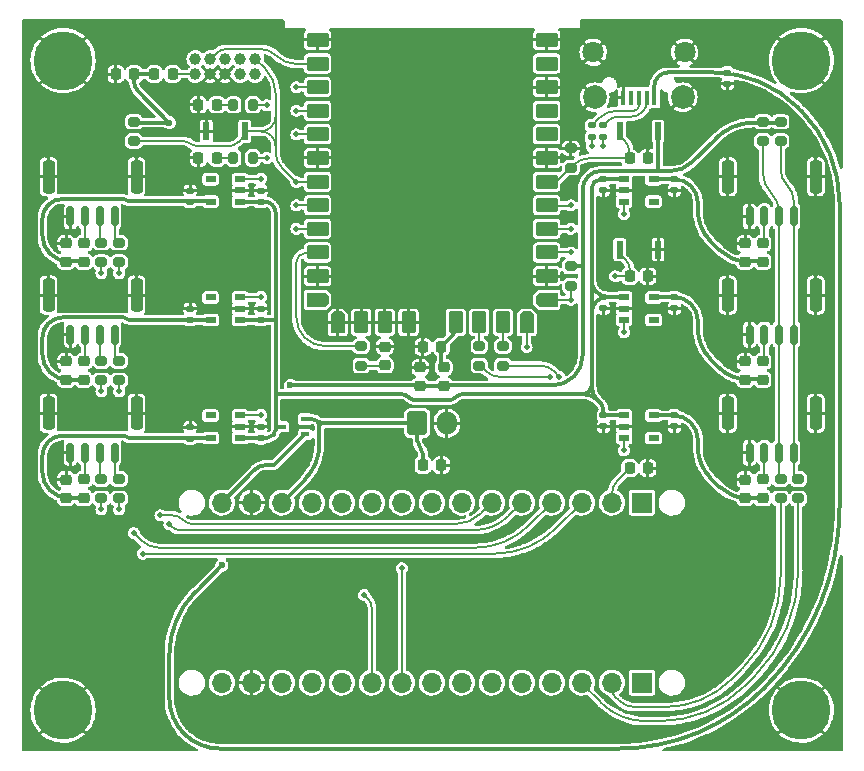
<source format=gbr>
%TF.GenerationSoftware,KiCad,Pcbnew,(6.0.11)*%
%TF.CreationDate,2024-02-14T19:55:53+02:00*%
%TF.ProjectId,AI4EDGE_STM32_v6-rounded,41493445-4447-4455-9f53-544d33325f76,rev?*%
%TF.SameCoordinates,Original*%
%TF.FileFunction,Copper,L1,Top*%
%TF.FilePolarity,Positive*%
%FSLAX46Y46*%
G04 Gerber Fmt 4.6, Leading zero omitted, Abs format (unit mm)*
G04 Created by KiCad (PCBNEW (6.0.11)) date 2024-02-14 19:55:53*
%MOMM*%
%LPD*%
G01*
G04 APERTURE LIST*
G04 Aperture macros list*
%AMRoundRect*
0 Rectangle with rounded corners*
0 $1 Rounding radius*
0 $2 $3 $4 $5 $6 $7 $8 $9 X,Y pos of 4 corners*
0 Add a 4 corners polygon primitive as box body*
4,1,4,$2,$3,$4,$5,$6,$7,$8,$9,$2,$3,0*
0 Add four circle primitives for the rounded corners*
1,1,$1+$1,$2,$3*
1,1,$1+$1,$4,$5*
1,1,$1+$1,$6,$7*
1,1,$1+$1,$8,$9*
0 Add four rect primitives between the rounded corners*
20,1,$1+$1,$2,$3,$4,$5,0*
20,1,$1+$1,$4,$5,$6,$7,0*
20,1,$1+$1,$6,$7,$8,$9,0*
20,1,$1+$1,$8,$9,$2,$3,0*%
%AMOutline5P*
0 Free polygon, 5 corners , with rotation*
0 The origin of the aperture is its center*
0 number of corners: always 5*
0 $1 to $10 corner X, Y*
0 $11 Rotation angle, in degrees counterclockwise*
0 create outline with 5 corners*
4,1,5,$1,$2,$3,$4,$5,$6,$7,$8,$9,$10,$1,$2,$11*%
%AMOutline6P*
0 Free polygon, 6 corners , with rotation*
0 The origin of the aperture is its center*
0 number of corners: always 6*
0 $1 to $12 corner X, Y*
0 $13 Rotation angle, in degrees counterclockwise*
0 create outline with 6 corners*
4,1,6,$1,$2,$3,$4,$5,$6,$7,$8,$9,$10,$11,$12,$1,$2,$13*%
%AMOutline7P*
0 Free polygon, 7 corners , with rotation*
0 The origin of the aperture is its center*
0 number of corners: always 7*
0 $1 to $14 corner X, Y*
0 $15 Rotation angle, in degrees counterclockwise*
0 create outline with 7 corners*
4,1,7,$1,$2,$3,$4,$5,$6,$7,$8,$9,$10,$11,$12,$13,$14,$1,$2,$15*%
%AMOutline8P*
0 Free polygon, 8 corners , with rotation*
0 The origin of the aperture is its center*
0 number of corners: always 8*
0 $1 to $16 corner X, Y*
0 $17 Rotation angle, in degrees counterclockwise*
0 create outline with 8 corners*
4,1,8,$1,$2,$3,$4,$5,$6,$7,$8,$9,$10,$11,$12,$13,$14,$15,$16,$1,$2,$17*%
G04 Aperture macros list end*
%TA.AperFunction,SMDPad,CuDef*%
%ADD10RoundRect,0.140000X-0.170000X0.140000X-0.170000X-0.140000X0.170000X-0.140000X0.170000X0.140000X0*%
%TD*%
%TA.AperFunction,SMDPad,CuDef*%
%ADD11RoundRect,0.225000X-0.250000X0.225000X-0.250000X-0.225000X0.250000X-0.225000X0.250000X0.225000X0*%
%TD*%
%TA.AperFunction,SMDPad,CuDef*%
%ADD12R,0.450000X1.300000*%
%TD*%
%TA.AperFunction,ComponentPad*%
%ADD13C,2.000000*%
%TD*%
%TA.AperFunction,ComponentPad*%
%ADD14C,1.800000*%
%TD*%
%TA.AperFunction,SMDPad,CuDef*%
%ADD15RoundRect,0.140000X0.170000X-0.140000X0.170000X0.140000X-0.170000X0.140000X-0.170000X-0.140000X0*%
%TD*%
%TA.AperFunction,SMDPad,CuDef*%
%ADD16RoundRect,0.200000X0.275000X-0.200000X0.275000X0.200000X-0.275000X0.200000X-0.275000X-0.200000X0*%
%TD*%
%TA.AperFunction,SMDPad,CuDef*%
%ADD17R,0.550000X1.500000*%
%TD*%
%TA.AperFunction,SMDPad,CuDef*%
%ADD18RoundRect,0.218750X-0.256250X0.218750X-0.256250X-0.218750X0.256250X-0.218750X0.256250X0.218750X0*%
%TD*%
%TA.AperFunction,SMDPad,CuDef*%
%ADD19RoundRect,0.038500X-0.411500X-0.236500X0.411500X-0.236500X0.411500X0.236500X-0.411500X0.236500X0*%
%TD*%
%TA.AperFunction,ComponentPad*%
%ADD20R,1.700000X1.700000*%
%TD*%
%TA.AperFunction,ComponentPad*%
%ADD21O,1.700000X1.700000*%
%TD*%
%TA.AperFunction,SMDPad,CuDef*%
%ADD22RoundRect,0.225000X0.225000X0.250000X-0.225000X0.250000X-0.225000X-0.250000X0.225000X-0.250000X0*%
%TD*%
%TA.AperFunction,SMDPad,CuDef*%
%ADD23RoundRect,0.135000X-0.185000X0.135000X-0.185000X-0.135000X0.185000X-0.135000X0.185000X0.135000X0*%
%TD*%
%TA.AperFunction,SMDPad,CuDef*%
%ADD24RoundRect,0.150000X-0.150000X-0.700000X0.150000X-0.700000X0.150000X0.700000X-0.150000X0.700000X0*%
%TD*%
%TA.AperFunction,SMDPad,CuDef*%
%ADD25RoundRect,0.250000X-0.250000X-1.150000X0.250000X-1.150000X0.250000X1.150000X-0.250000X1.150000X0*%
%TD*%
%TA.AperFunction,SMDPad,CuDef*%
%ADD26RoundRect,0.200000X-0.275000X0.200000X-0.275000X-0.200000X0.275000X-0.200000X0.275000X0.200000X0*%
%TD*%
%TA.AperFunction,SMDPad,CuDef*%
%ADD27RoundRect,0.218750X0.256250X-0.218750X0.256250X0.218750X-0.256250X0.218750X-0.256250X-0.218750X0*%
%TD*%
%TA.AperFunction,ComponentPad*%
%ADD28C,0.800000*%
%TD*%
%TA.AperFunction,ComponentPad*%
%ADD29C,5.000000*%
%TD*%
%TA.AperFunction,SMDPad,CuDef*%
%ADD30RoundRect,0.094488X0.805512X-0.505512X0.805512X0.505512X-0.805512X0.505512X-0.805512X-0.505512X0*%
%TD*%
%TA.AperFunction,SMDPad,CuDef*%
%ADD31Outline6P,-0.600000X0.900000X0.600000X0.900000X0.600000X-0.600000X0.300000X-0.900000X-0.300000X-0.900000X-0.600000X-0.600000X90.000000*%
%TD*%
%TA.AperFunction,SMDPad,CuDef*%
%ADD32Outline6P,-0.600000X0.900000X0.600000X0.900000X0.600000X-0.600000X0.300000X-0.900000X-0.300000X-0.900000X-0.600000X-0.600000X180.000000*%
%TD*%
%TA.AperFunction,SMDPad,CuDef*%
%ADD33RoundRect,0.094488X0.505512X0.805512X-0.505512X0.805512X-0.505512X-0.805512X0.505512X-0.805512X0*%
%TD*%
%TA.AperFunction,SMDPad,CuDef*%
%ADD34Outline6P,-0.600000X0.900000X0.600000X0.900000X0.600000X-0.600000X0.300000X-0.900000X-0.300000X-0.900000X-0.600000X-0.600000X270.000000*%
%TD*%
%TA.AperFunction,SMDPad,CuDef*%
%ADD35RoundRect,0.094488X-0.805512X0.505512X-0.805512X-0.505512X0.805512X-0.505512X0.805512X0.505512X0*%
%TD*%
%TA.AperFunction,SMDPad,CuDef*%
%ADD36RoundRect,0.038500X0.411500X0.236500X-0.411500X0.236500X-0.411500X-0.236500X0.411500X-0.236500X0*%
%TD*%
%TA.AperFunction,SMDPad,CuDef*%
%ADD37R,0.700000X0.450000*%
%TD*%
%TA.AperFunction,SMDPad,CuDef*%
%ADD38RoundRect,0.218750X-0.218750X-0.256250X0.218750X-0.256250X0.218750X0.256250X-0.218750X0.256250X0*%
%TD*%
%TA.AperFunction,ComponentPad*%
%ADD39C,1.000000*%
%TD*%
%TA.AperFunction,SMDPad,CuDef*%
%ADD40RoundRect,0.225000X-0.225000X-0.250000X0.225000X-0.250000X0.225000X0.250000X-0.225000X0.250000X0*%
%TD*%
%TA.AperFunction,SMDPad,CuDef*%
%ADD41RoundRect,0.200000X0.200000X0.275000X-0.200000X0.275000X-0.200000X-0.275000X0.200000X-0.275000X0*%
%TD*%
%TA.AperFunction,ComponentPad*%
%ADD42RoundRect,0.250000X-0.600000X-0.750000X0.600000X-0.750000X0.600000X0.750000X-0.600000X0.750000X0*%
%TD*%
%TA.AperFunction,ComponentPad*%
%ADD43O,1.700000X2.000000*%
%TD*%
%TA.AperFunction,SMDPad,CuDef*%
%ADD44RoundRect,0.218750X0.218750X0.256250X-0.218750X0.256250X-0.218750X-0.256250X0.218750X-0.256250X0*%
%TD*%
%TA.AperFunction,ViaPad*%
%ADD45C,0.600000*%
%TD*%
%TA.AperFunction,ViaPad*%
%ADD46C,0.500000*%
%TD*%
%TA.AperFunction,Conductor*%
%ADD47C,0.200000*%
%TD*%
%TA.AperFunction,Conductor*%
%ADD48C,0.300000*%
%TD*%
G04 APERTURE END LIST*
D10*
%TO.P,C15,1*%
%TO.N,GND*%
X104500000Y-79770000D03*
%TO.P,C15,2*%
%TO.N,/PU0*%
X104500000Y-80730000D03*
%TD*%
D11*
%TO.P,C24,1*%
%TO.N,GND*%
X151500000Y-84225000D03*
%TO.P,C24,2*%
%TO.N,/PIA*%
X151500000Y-85775000D03*
%TD*%
D12*
%TO.P,J1,1,VBUS*%
%TO.N,+5V*%
X143800000Y-71900000D03*
%TO.P,J1,2,D-*%
%TO.N,/USB_DM*%
X143150000Y-71900000D03*
%TO.P,J1,3,D+*%
%TO.N,/USB_DP*%
X142500000Y-71900000D03*
%TO.P,J1,4,ID*%
%TO.N,unconnected-(J1-Pad4)*%
X141850000Y-71900000D03*
%TO.P,J1,5,GND*%
%TO.N,GND*%
X141200000Y-71900000D03*
D13*
%TO.P,J1,6,Shield*%
X146225000Y-71850000D03*
X138775000Y-71850000D03*
D14*
X146375000Y-68050000D03*
X138625000Y-68050000D03*
%TD*%
D15*
%TO.P,C4,1*%
%TO.N,GND*%
X150000000Y-70730000D03*
%TO.P,C4,2*%
%TO.N,+5V*%
X150000000Y-69770000D03*
%TD*%
D10*
%TO.P,C9,1*%
%TO.N,GND*%
X110500000Y-79770000D03*
%TO.P,C9,2*%
%TO.N,VPP*%
X110500000Y-80730000D03*
%TD*%
%TO.P,C17,1*%
%TO.N,GND*%
X104500000Y-99790000D03*
%TO.P,C17,2*%
%TO.N,/PU2*%
X104500000Y-100750000D03*
%TD*%
D16*
%TO.P,R20,1*%
%TO.N,Net-(M2-Pad19)*%
X129000000Y-94575000D03*
%TO.P,R20,2*%
%TO.N,TXM*%
X129000000Y-92925000D03*
%TD*%
D15*
%TO.P,C14,1*%
%TO.N,GND*%
X139500000Y-99730000D03*
%TO.P,C14,2*%
%TO.N,VPP*%
X139500000Y-98770000D03*
%TD*%
D11*
%TO.P,C26,1*%
%TO.N,GND*%
X151500000Y-104225000D03*
%TO.P,C26,2*%
%TO.N,/PIC*%
X151500000Y-105775000D03*
%TD*%
D15*
%TO.P,C18,1*%
%TO.N,GND*%
X145500000Y-79730000D03*
%TO.P,C18,2*%
%TO.N,/PIA*%
X145500000Y-78770000D03*
%TD*%
D11*
%TO.P,C22,1*%
%TO.N,GND*%
X94000000Y-94225000D03*
%TO.P,C22,2*%
%TO.N,/PU1*%
X94000000Y-95775000D03*
%TD*%
D15*
%TO.P,C13,1*%
%TO.N,GND*%
X139500000Y-89730000D03*
%TO.P,C13,2*%
%TO.N,VPP*%
X139500000Y-88770000D03*
%TD*%
D17*
%TO.P,SW3,1,1*%
%TO.N,USER*%
X140875000Y-84750000D03*
%TO.P,SW3,2,2*%
%TO.N,GND*%
X144125000Y-84750000D03*
%TD*%
D18*
%TO.P,D4,1,K*%
%TO.N,GND*%
X121000000Y-92962500D03*
%TO.P,D4,2,A*%
%TO.N,/LED+*%
X121000000Y-94537500D03*
%TD*%
D19*
%TO.P,U6,1,VIN*%
%TO.N,VPP*%
X141250000Y-98800000D03*
%TO.P,U6,2,GND*%
%TO.N,GND*%
X141250000Y-99750000D03*
%TO.P,U6,3,EN*%
%TO.N,ENIC*%
X141250000Y-100700000D03*
%TO.P,U6,4,X*%
%TO.N,unconnected-(U6-Pad4)*%
X143750000Y-100700000D03*
%TO.P,U6,5,VOUT*%
%TO.N,/PIC*%
X143750000Y-98800000D03*
%TD*%
D20*
%TO.P,M2,1,D13/PA13*%
%TO.N,unconnected-(M2-Pad1)*%
X142748000Y-106172000D03*
D21*
%TO.P,M2,2,~{RESET}*%
%TO.N,~{RESET}*%
X140208000Y-106172000D03*
%TO.P,M2,3,A0/PA0/TX4*%
%TO.N,Net-(M2-Pad3)*%
X137668000Y-106172000D03*
%TO.P,M2,4,A1/PA1/RX4*%
%TO.N,Net-(M2-Pad4)*%
X135128000Y-106172000D03*
%TO.P,M2,5,A2/PA2/TX2*%
%TO.N,Net-(M2-Pad5)*%
X132588000Y-106172000D03*
%TO.P,M2,6,A3/PA3/RX2*%
%TO.N,Net-(M2-Pad6)*%
X130048000Y-106172000D03*
%TO.P,M2,7,A4/PA4*%
%TO.N,GPIO1*%
X127508000Y-106172000D03*
%TO.P,M2,8,A5/PA5*%
%TO.N,WAKE*%
X124968000Y-106172000D03*
%TO.P,M2,9,A6/PA6*%
%TO.N,GPIO2*%
X122428000Y-106172000D03*
%TO.P,M2,10,A7/PA7*%
%TO.N,PPS*%
X119888000Y-106172000D03*
%TO.P,M2,11,A8/D16/PB0*%
%TO.N,unconnected-(M2-Pad11)*%
X117348000Y-106172000D03*
%TO.P,M2,12,A9/D17/PB1*%
%TO.N,unconnected-(M2-Pad12)*%
X114808000Y-106172000D03*
%TO.P,M2,13,+BATT*%
%TO.N,+BATT*%
X112268000Y-106172000D03*
%TO.P,M2,14,GND*%
%TO.N,GND*%
X109728000Y-106172000D03*
%TO.P,M2,15,+5V*%
%TO.N,+5V*%
X107188000Y-106172000D03*
%TO.P,M2,16,+3V3*%
%TO.N,+3V3*%
X107188000Y-121412000D03*
%TO.P,M2,17,GND*%
%TO.N,GND*%
X109728000Y-121412000D03*
%TO.P,M2,18,D8/PA8*%
%TO.N,ENU2*%
X112268000Y-121412000D03*
%TO.P,M2,19,D9/PA9/TX1*%
%TO.N,Net-(M2-Pad19)*%
X114808000Y-121412000D03*
%TO.P,M2,20,D10/PA10/RX1*%
%TO.N,Net-(M2-Pad20)*%
X117348000Y-121412000D03*
%TO.P,M2,21,D11/PA11*%
%TO.N,ENU1*%
X119888000Y-121412000D03*
%TO.P,M2,22,D12/PA12*%
%TO.N,ENU0*%
X122428000Y-121412000D03*
%TO.P,M2,23,D14/PA14*%
%TO.N,ENIC*%
X124968000Y-121412000D03*
%TO.P,M2,24,D15/PA15*%
%TO.N,ENIB*%
X127508000Y-121412000D03*
%TO.P,M2,25,D18/PB3/TX5*%
%TO.N,Net-(M2-Pad25)*%
X130048000Y-121412000D03*
%TO.P,M2,26,D19/PB4/RX5*%
%TO.N,Net-(M2-Pad26)*%
X132588000Y-121412000D03*
%TO.P,M2,27,D20/PB5*%
%TO.N,ENIA*%
X135128000Y-121412000D03*
%TO.P,M2,28,D21/PB6/SCL1*%
%TO.N,Net-(M2-Pad28)*%
X137668000Y-121412000D03*
%TO.P,M2,29,D22/PB7/SDA1*%
%TO.N,Net-(M2-Pad29)*%
X140208000Y-121412000D03*
D20*
%TO.P,M2,30,BOOT0*%
%TO.N,unconnected-(M2-Pad30)*%
X142748000Y-121412000D03*
%TD*%
D22*
%TO.P,C2,1*%
%TO.N,GND*%
X143275000Y-103250000D03*
%TO.P,C2,2*%
%TO.N,~{RESET}*%
X141725000Y-103250000D03*
%TD*%
D23*
%TO.P,R7,1*%
%TO.N,/USB_DP*%
X138500000Y-74240000D03*
%TO.P,R7,2*%
%TO.N,USB_P*%
X138500000Y-75260000D03*
%TD*%
D16*
%TO.P,R4,1*%
%TO.N,BOOT*%
X136750000Y-77825000D03*
%TO.P,R4,2*%
%TO.N,GND*%
X136750000Y-76175000D03*
%TD*%
D15*
%TO.P,C10,1*%
%TO.N,VPP*%
X110500000Y-90730000D03*
%TO.P,C10,2*%
%TO.N,GND*%
X110500000Y-89770000D03*
%TD*%
D19*
%TO.P,U5,1,VIN*%
%TO.N,VPP*%
X141250000Y-88800000D03*
%TO.P,U5,2,GND*%
%TO.N,GND*%
X141250000Y-89750000D03*
%TO.P,U5,3,EN*%
%TO.N,ENIB*%
X141250000Y-90700000D03*
%TO.P,U5,4,X*%
%TO.N,unconnected-(U5-Pad4)*%
X143750000Y-90700000D03*
%TO.P,U5,5,VOUT*%
%TO.N,/PIB*%
X143750000Y-88800000D03*
%TD*%
D24*
%TO.P,J6,1,Pin_1*%
%TO.N,GND*%
X94375000Y-101950000D03*
%TO.P,J6,2,Pin_2*%
%TO.N,Net-(FB5-Pad1)*%
X95625000Y-101950000D03*
%TO.P,J6,3,Pin_3*%
%TO.N,RXI2*%
X96875000Y-101950000D03*
%TO.P,J6,4,Pin_4*%
%TO.N,TXO2*%
X98125000Y-101950000D03*
D25*
%TO.P,J6,MP,MountPin*%
%TO.N,GND*%
X92525000Y-98600000D03*
X99975000Y-98600000D03*
%TD*%
D11*
%TO.P,C25,1*%
%TO.N,GND*%
X151500000Y-94225000D03*
%TO.P,C25,2*%
%TO.N,/PIB*%
X151500000Y-95775000D03*
%TD*%
D26*
%TO.P,R2,1*%
%TO.N,+3V3*%
X99750000Y-73925000D03*
%TO.P,R2,2*%
%TO.N,~{RESET}*%
X99750000Y-75575000D03*
%TD*%
%TO.P,R14,1*%
%TO.N,YELLOW*%
X119000000Y-92925000D03*
%TO.P,R14,2*%
%TO.N,/LED+*%
X119000000Y-94575000D03*
%TD*%
D27*
%TO.P,FB2,1*%
%TO.N,+3V3*%
X126000000Y-96287500D03*
%TO.P,FB2,2*%
%TO.N,/RVDD*%
X126000000Y-94712500D03*
%TD*%
D28*
%TO.P,H4,1,1*%
%TO.N,GND*%
X93750000Y-121875000D03*
X95075825Y-125075825D03*
X92424175Y-122424175D03*
X95075825Y-122424175D03*
X91875000Y-123750000D03*
D29*
X93750000Y-123750000D03*
D28*
X95625000Y-123750000D03*
X92424175Y-125075825D03*
X93750000Y-125625000D03*
%TD*%
D30*
%TO.P,M1,1,GND*%
%TO.N,GND*%
X115300000Y-67000000D03*
%TO.P,M1,2,P2/JTCK/SWCLK/PA14*%
%TO.N,SWDCLK*%
X115300000Y-69000000D03*
%TO.P,M1,3,P3/JTMS/SWDIO/PA13*%
%TO.N,SWDIO*%
X115300000Y-71000000D03*
%TO.P,M1,4,P4/JTDO/PB3*%
%TO.N,GREEN*%
X115300000Y-73000000D03*
%TO.P,M1,5,P5/JTDI/PA15*%
%TO.N,RED*%
X115300000Y-75000000D03*
%TO.P,M1,6,GND*%
%TO.N,GND*%
X115300000Y-77000000D03*
%TO.P,M1,7,P7/~{RESET}*%
%TO.N,~{RESET}*%
X115300000Y-79000000D03*
%TO.P,M1,8,P8/USB_N/PA11*%
%TO.N,USB_N*%
X115300000Y-81000000D03*
%TO.P,M1,9,P9/USB_P/PA12*%
%TO.N,USB_P*%
X115300000Y-83000000D03*
%TO.P,M1,10,P10/PB7*%
%TO.N,YELLOW*%
X115300000Y-85000000D03*
%TO.P,M1,11,GND*%
%TO.N,GND*%
X115300000Y-87000000D03*
D31*
%TO.P,M1,12,P12/PB14*%
%TO.N,unconnected-(M1-Pad12)*%
X115300000Y-89000000D03*
D32*
%TO.P,M1,13,P13/PB15*%
%TO.N,GND*%
X117000000Y-90900000D03*
D33*
%TO.P,M1,14,P14/PB13*%
X119000000Y-90900000D03*
%TO.P,M1,15,P15/PB12*%
X121000000Y-90900000D03*
%TO.P,M1,16,GND*%
X123000000Y-90900000D03*
%TO.P,M1,17,VDD*%
%TO.N,/RVDD*%
X127000000Y-90900000D03*
%TO.P,M1,18,P18/RxD1/T4C1/PA10/PB6*%
%TO.N,TXM*%
X129000000Y-90900000D03*
%TO.P,M1,19,P19/TxD1/PA9*%
%TO.N,TXR*%
X131000000Y-90900000D03*
D32*
%TO.P,M1,20,P20/PA8*%
%TO.N,PPS*%
X133000000Y-90900000D03*
D34*
%TO.P,M1,21,PB8/I2C1_SCL/P21*%
%TO.N,USER*%
X134700000Y-89000000D03*
D35*
%TO.P,M1,22,GND*%
%TO.N,GND*%
X134700000Y-87000000D03*
%TO.P,M1,23,PB9/I2C1_SDA/P23*%
%TO.N,GPIO2*%
X134700000Y-85000000D03*
%TO.P,M1,24,PA2/P24*%
%TO.N,WAKE*%
X134700000Y-83000000D03*
%TO.P,M1,25,PA3/P25*%
%TO.N,GPIO1*%
X134700000Y-81000000D03*
%TO.P,M1,26,PH3/BOOT/P26*%
%TO.N,BOOT*%
X134700000Y-79000000D03*
%TO.P,M1,27,GND*%
%TO.N,GND*%
X134700000Y-77000000D03*
%TO.P,M1,28,NC/P28*%
%TO.N,unconnected-(M1-Pad28)*%
X134700000Y-75000000D03*
%TO.P,M1,29,NC/P29*%
%TO.N,unconnected-(M1-Pad29)*%
X134700000Y-73000000D03*
%TO.P,M1,30,GND*%
%TO.N,GND*%
X134700000Y-71000000D03*
%TO.P,M1,31,RF/P32*%
%TO.N,unconnected-(M1-Pad31)*%
X134700000Y-69000000D03*
%TO.P,M1,32,GND*%
%TO.N,GND*%
X134700000Y-67000000D03*
%TD*%
D36*
%TO.P,U3,1,VIN*%
%TO.N,VPP*%
X108750000Y-100700000D03*
%TO.P,U3,2,GND*%
%TO.N,GND*%
X108750000Y-99750000D03*
%TO.P,U3,3,EN*%
%TO.N,ENU2*%
X108750000Y-98800000D03*
%TO.P,U3,4,X*%
%TO.N,unconnected-(U3-Pad4)*%
X106250000Y-98800000D03*
%TO.P,U3,5,VOUT*%
%TO.N,/PU2*%
X106250000Y-100700000D03*
%TD*%
D26*
%TO.P,R11,1*%
%TO.N,RXI1*%
X97000000Y-94175000D03*
%TO.P,R11,2*%
%TO.N,Net-(M2-Pad4)*%
X97000000Y-95825000D03*
%TD*%
%TO.P,R12,1*%
%TO.N,TXO0*%
X98500000Y-84175000D03*
%TO.P,R12,2*%
%TO.N,Net-(M2-Pad5)*%
X98500000Y-85825000D03*
%TD*%
%TO.P,R9,1*%
%TO.N,+3V3*%
X153000000Y-73925000D03*
%TO.P,R9,2*%
%TO.N,SDA*%
X153000000Y-75575000D03*
%TD*%
D24*
%TO.P,J5,1,Pin_1*%
%TO.N,GND*%
X94375000Y-91950000D03*
%TO.P,J5,2,Pin_2*%
%TO.N,Net-(FB4-Pad1)*%
X95625000Y-91950000D03*
%TO.P,J5,3,Pin_3*%
%TO.N,RXI1*%
X96875000Y-91950000D03*
%TO.P,J5,4,Pin_4*%
%TO.N,TXO1*%
X98125000Y-91950000D03*
D25*
%TO.P,J5,MP,MountPin*%
%TO.N,GND*%
X99975000Y-88600000D03*
X92525000Y-88600000D03*
%TD*%
D23*
%TO.P,R8,1*%
%TO.N,/USB_DM*%
X139500000Y-74240000D03*
%TO.P,R8,2*%
%TO.N,USB_N*%
X139500000Y-75260000D03*
%TD*%
D18*
%TO.P,FB4,1*%
%TO.N,Net-(FB4-Pad1)*%
X95500000Y-94212500D03*
%TO.P,FB4,2*%
%TO.N,/PU1*%
X95500000Y-95787500D03*
%TD*%
D37*
%TO.P,D3,1*%
%TO.N,+5V*%
X114250000Y-100400000D03*
%TO.P,D3,2*%
%TO.N,+BATT*%
X114250000Y-99100000D03*
%TO.P,D3,3*%
%TO.N,VPP*%
X112250000Y-99750000D03*
%TD*%
D28*
%TO.P,H3,1,1*%
%TO.N,GND*%
X158125000Y-123750000D03*
X157575825Y-125075825D03*
X156250000Y-125625000D03*
X154375000Y-123750000D03*
X156250000Y-121875000D03*
X157575825Y-122424175D03*
D29*
X156250000Y-123750000D03*
D28*
X154924175Y-125075825D03*
X154924175Y-122424175D03*
%TD*%
D18*
%TO.P,FB3,1*%
%TO.N,Net-(FB3-Pad1)*%
X95504000Y-84212500D03*
%TO.P,FB3,2*%
%TO.N,/PU0*%
X95504000Y-85787500D03*
%TD*%
D38*
%TO.P,D2,1,K*%
%TO.N,GND*%
X105212500Y-77000000D03*
%TO.P,D2,2,A*%
%TO.N,Net-(D2-Pad2)*%
X106787500Y-77000000D03*
%TD*%
D11*
%TO.P,C21,1*%
%TO.N,GND*%
X94000000Y-84225000D03*
%TO.P,C21,2*%
%TO.N,/PU0*%
X94000000Y-85775000D03*
%TD*%
D19*
%TO.P,U4,1,VIN*%
%TO.N,VPP*%
X141250000Y-78800000D03*
%TO.P,U4,2,GND*%
%TO.N,GND*%
X141250000Y-79750000D03*
%TO.P,U4,3,EN*%
%TO.N,ENIA*%
X141250000Y-80700000D03*
%TO.P,U4,4,X*%
%TO.N,unconnected-(U4-Pad4)*%
X143750000Y-80700000D03*
%TO.P,U4,5,VOUT*%
%TO.N,/PIA*%
X143750000Y-78800000D03*
%TD*%
D26*
%TO.P,R10,1*%
%TO.N,TXO1*%
X98500000Y-94175000D03*
%TO.P,R10,2*%
%TO.N,Net-(M2-Pad3)*%
X98500000Y-95825000D03*
%TD*%
D11*
%TO.P,C23,1*%
%TO.N,GND*%
X94000000Y-104225000D03*
%TO.P,C23,2*%
%TO.N,/PU2*%
X94000000Y-105775000D03*
%TD*%
D24*
%TO.P,J4,1,Pin_1*%
%TO.N,GND*%
X94375000Y-81950000D03*
%TO.P,J4,2,Pin_2*%
%TO.N,Net-(FB3-Pad1)*%
X95625000Y-81950000D03*
%TO.P,J4,3,Pin_3*%
%TO.N,RXI0*%
X96875000Y-81950000D03*
%TO.P,J4,4,Pin_4*%
%TO.N,TXO0*%
X98125000Y-81950000D03*
D25*
%TO.P,J4,MP,MountPin*%
%TO.N,GND*%
X99975000Y-78600000D03*
X92525000Y-78600000D03*
%TD*%
D24*
%TO.P,J7,1,Pin_1*%
%TO.N,GND*%
X151875000Y-81950000D03*
%TO.P,J7,2,Pin_2*%
%TO.N,Net-(FB6-Pad1)*%
X153125000Y-81950000D03*
%TO.P,J7,3,Pin_3*%
%TO.N,SDA*%
X154375000Y-81950000D03*
%TO.P,J7,4,Pin_4*%
%TO.N,SCL*%
X155625000Y-81950000D03*
D25*
%TO.P,J7,MP,MountPin*%
%TO.N,GND*%
X157475000Y-78600000D03*
X150025000Y-78600000D03*
%TD*%
D26*
%TO.P,R6,1*%
%TO.N,+3V3*%
X136750000Y-86175000D03*
%TO.P,R6,2*%
%TO.N,USER*%
X136750000Y-87825000D03*
%TD*%
D22*
%TO.P,C6,1*%
%TO.N,GND*%
X125775000Y-103000000D03*
%TO.P,C6,2*%
%TO.N,+BATT*%
X124225000Y-103000000D03*
%TD*%
D18*
%TO.P,FB6,1*%
%TO.N,Net-(FB6-Pad1)*%
X153000000Y-84212500D03*
%TO.P,FB6,2*%
%TO.N,/PIA*%
X153000000Y-85787500D03*
%TD*%
D26*
%TO.P,R18,1*%
%TO.N,TXO2*%
X98500000Y-104175000D03*
%TO.P,R18,2*%
%TO.N,Net-(M2-Pad25)*%
X98500000Y-105825000D03*
%TD*%
D24*
%TO.P,J9,1,Pin_1*%
%TO.N,GND*%
X151875000Y-101950000D03*
%TO.P,J9,2,Pin_2*%
%TO.N,Net-(FB8-Pad1)*%
X153125000Y-101950000D03*
%TO.P,J9,3,Pin_3*%
%TO.N,SDA*%
X154375000Y-101950000D03*
%TO.P,J9,4,Pin_4*%
%TO.N,SCL*%
X155625000Y-101950000D03*
D25*
%TO.P,J9,MP,MountPin*%
%TO.N,GND*%
X157475000Y-98600000D03*
X150025000Y-98600000D03*
%TD*%
D26*
%TO.P,R5,1*%
%TO.N,+3V3*%
X154500000Y-73925000D03*
%TO.P,R5,2*%
%TO.N,SCL*%
X154500000Y-75575000D03*
%TD*%
D15*
%TO.P,C19,1*%
%TO.N,GND*%
X145500000Y-89730000D03*
%TO.P,C19,2*%
%TO.N,/PIB*%
X145500000Y-88770000D03*
%TD*%
D39*
%TO.P,J2,1,VCC*%
%TO.N,/PVCC*%
X104960000Y-69885000D03*
%TO.P,J2,2,SWDIO/TMS*%
%TO.N,SWDIO*%
X104960000Y-68615000D03*
%TO.P,J2,3,GND*%
%TO.N,GND*%
X106230000Y-69885000D03*
%TO.P,J2,4,SWDCLK/TCK*%
%TO.N,SWDCLK*%
X106230000Y-68615000D03*
%TO.P,J2,5,GND*%
%TO.N,GND*%
X107500000Y-69885000D03*
%TO.P,J2,6,SWO/TDO*%
%TO.N,unconnected-(J2-Pad6)*%
X107500000Y-68615000D03*
%TO.P,J2,7,KEY*%
%TO.N,unconnected-(J2-Pad7)*%
X108770000Y-69885000D03*
%TO.P,J2,8,NC/TDI*%
%TO.N,unconnected-(J2-Pad8)*%
X108770000Y-68615000D03*
%TO.P,J2,9,GNDDTCT*%
%TO.N,unconnected-(J2-Pad9)*%
X110040000Y-69885000D03*
%TO.P,J2,10,~{RESET}*%
%TO.N,~{RESET}*%
X110040000Y-68615000D03*
%TD*%
D40*
%TO.P,C1,1*%
%TO.N,GND*%
X98225000Y-69890000D03*
%TO.P,C1,2*%
%TO.N,+3V3*%
X99775000Y-69890000D03*
%TD*%
D26*
%TO.P,R13,1*%
%TO.N,RXI0*%
X97000000Y-84175000D03*
%TO.P,R13,2*%
%TO.N,Net-(M2-Pad6)*%
X97000000Y-85825000D03*
%TD*%
D16*
%TO.P,R19,1*%
%TO.N,Net-(M2-Pad20)*%
X131000000Y-94575000D03*
%TO.P,R19,2*%
%TO.N,TXR*%
X131000000Y-92925000D03*
%TD*%
D28*
%TO.P,H2,1,1*%
%TO.N,GND*%
X156250000Y-70625000D03*
X157575825Y-70075825D03*
X154924175Y-70075825D03*
X154924175Y-67424175D03*
X156250000Y-66875000D03*
X157575825Y-67424175D03*
X154375000Y-68750000D03*
X158125000Y-68750000D03*
D29*
X156250000Y-68750000D03*
%TD*%
D17*
%TO.P,SW1,1,1*%
%TO.N,~{RESET}*%
X109125000Y-74750000D03*
%TO.P,SW1,2,2*%
%TO.N,GND*%
X105875000Y-74750000D03*
%TD*%
D22*
%TO.P,C7,1*%
%TO.N,/RVDD*%
X125775000Y-93000000D03*
%TO.P,C7,2*%
%TO.N,GND*%
X124225000Y-93000000D03*
%TD*%
D41*
%TO.P,R3,1*%
%TO.N,RED*%
X109825000Y-77000000D03*
%TO.P,R3,2*%
%TO.N,Net-(D2-Pad2)*%
X108175000Y-77000000D03*
%TD*%
D15*
%TO.P,C12,1*%
%TO.N,GND*%
X139500000Y-79730000D03*
%TO.P,C12,2*%
%TO.N,VPP*%
X139500000Y-78770000D03*
%TD*%
D26*
%TO.P,R17,1*%
%TO.N,RXI2*%
X97000000Y-104175000D03*
%TO.P,R17,2*%
%TO.N,Net-(M2-Pad26)*%
X97000000Y-105825000D03*
%TD*%
D41*
%TO.P,R1,1*%
%TO.N,GREEN*%
X109825000Y-72500000D03*
%TO.P,R1,2*%
%TO.N,Net-(D1-Pad2)*%
X108175000Y-72500000D03*
%TD*%
D17*
%TO.P,SW2,1,1*%
%TO.N,BOOT*%
X140875000Y-74750000D03*
%TO.P,SW2,2,2*%
%TO.N,+3V3*%
X144125000Y-74750000D03*
%TD*%
D15*
%TO.P,C20,1*%
%TO.N,GND*%
X145500000Y-99730000D03*
%TO.P,C20,2*%
%TO.N,/PIC*%
X145500000Y-98770000D03*
%TD*%
D36*
%TO.P,U2,1,VIN*%
%TO.N,VPP*%
X108750000Y-90700000D03*
%TO.P,U2,2,GND*%
%TO.N,GND*%
X108750000Y-89750000D03*
%TO.P,U2,3,EN*%
%TO.N,ENU1*%
X108750000Y-88800000D03*
%TO.P,U2,4,X*%
%TO.N,unconnected-(U2-Pad4)*%
X106250000Y-88800000D03*
%TO.P,U2,5,VOUT*%
%TO.N,/PU1*%
X106250000Y-90700000D03*
%TD*%
D26*
%TO.P,R16,1*%
%TO.N,SCL*%
X156000000Y-104175000D03*
%TO.P,R16,2*%
%TO.N,Net-(M2-Pad28)*%
X156000000Y-105825000D03*
%TD*%
D42*
%TO.P,J3,1,Pin_1*%
%TO.N,+BATT*%
X123750000Y-99450000D03*
D43*
%TO.P,J3,2,Pin_2*%
%TO.N,GND*%
X126250000Y-99450000D03*
%TD*%
D22*
%TO.P,C5,1*%
%TO.N,GND*%
X143275000Y-87000000D03*
%TO.P,C5,2*%
%TO.N,USER*%
X141725000Y-87000000D03*
%TD*%
D24*
%TO.P,J8,1,Pin_1*%
%TO.N,GND*%
X151875000Y-91950000D03*
%TO.P,J8,2,Pin_2*%
%TO.N,Net-(FB7-Pad1)*%
X153125000Y-91950000D03*
%TO.P,J8,3,Pin_3*%
%TO.N,SDA*%
X154375000Y-91950000D03*
%TO.P,J8,4,Pin_4*%
%TO.N,SCL*%
X155625000Y-91950000D03*
D25*
%TO.P,J8,MP,MountPin*%
%TO.N,GND*%
X157475000Y-88600000D03*
X150025000Y-88600000D03*
%TD*%
D38*
%TO.P,D1,1,K*%
%TO.N,GND*%
X105212500Y-72500000D03*
%TO.P,D1,2,A*%
%TO.N,Net-(D1-Pad2)*%
X106787500Y-72500000D03*
%TD*%
D18*
%TO.P,FB8,1*%
%TO.N,Net-(FB8-Pad1)*%
X153000000Y-104212500D03*
%TO.P,FB8,2*%
%TO.N,/PIC*%
X153000000Y-105787500D03*
%TD*%
D36*
%TO.P,U1,1,VIN*%
%TO.N,VPP*%
X108750000Y-80700000D03*
%TO.P,U1,2,GND*%
%TO.N,GND*%
X108750000Y-79750000D03*
%TO.P,U1,3,EN*%
%TO.N,ENU0*%
X108750000Y-78800000D03*
%TO.P,U1,4,X*%
%TO.N,unconnected-(U1-Pad4)*%
X106250000Y-78800000D03*
%TO.P,U1,5,VOUT*%
%TO.N,/PU0*%
X106250000Y-80700000D03*
%TD*%
D18*
%TO.P,FB7,1*%
%TO.N,Net-(FB7-Pad1)*%
X153000000Y-94212500D03*
%TO.P,FB7,2*%
%TO.N,/PIB*%
X153000000Y-95787500D03*
%TD*%
D10*
%TO.P,C16,1*%
%TO.N,GND*%
X104500000Y-89770000D03*
%TO.P,C16,2*%
%TO.N,/PU1*%
X104500000Y-90730000D03*
%TD*%
%TO.P,C11,1*%
%TO.N,GND*%
X110500000Y-99770000D03*
%TO.P,C11,2*%
%TO.N,VPP*%
X110500000Y-100730000D03*
%TD*%
D44*
%TO.P,FB1,1*%
%TO.N,/PVCC*%
X103037500Y-69890000D03*
%TO.P,FB1,2*%
%TO.N,+3V3*%
X101462500Y-69890000D03*
%TD*%
D22*
%TO.P,C3,1*%
%TO.N,GND*%
X143275000Y-77000000D03*
%TO.P,C3,2*%
%TO.N,BOOT*%
X141725000Y-77000000D03*
%TD*%
D11*
%TO.P,C8,1*%
%TO.N,GND*%
X124000000Y-94725000D03*
%TO.P,C8,2*%
%TO.N,+3V3*%
X124000000Y-96275000D03*
%TD*%
D18*
%TO.P,FB5,1*%
%TO.N,Net-(FB5-Pad1)*%
X95500000Y-104212500D03*
%TO.P,FB5,2*%
%TO.N,/PU2*%
X95500000Y-105787500D03*
%TD*%
D28*
%TO.P,H1,1,1*%
%TO.N,GND*%
X92424175Y-70075825D03*
X92424175Y-67424175D03*
X95075825Y-67424175D03*
X91875000Y-68750000D03*
D29*
X93750000Y-68750000D03*
D28*
X95625000Y-68750000D03*
X93750000Y-70625000D03*
X93750000Y-66875000D03*
X95075825Y-70075825D03*
%TD*%
D26*
%TO.P,R15,1*%
%TO.N,SDA*%
X154500000Y-104175000D03*
%TO.P,R15,2*%
%TO.N,Net-(M2-Pad29)*%
X154500000Y-105825000D03*
%TD*%
D45*
%TO.N,GND*%
X155250000Y-106750000D03*
X123000000Y-93000000D03*
X142500000Y-79750000D03*
X147500000Y-67000000D03*
X122500000Y-67000000D03*
X150000000Y-86750000D03*
X120000000Y-67000000D03*
X128250000Y-119500000D03*
X96250000Y-112500000D03*
X108500000Y-109250000D03*
X117000000Y-97750000D03*
X132250000Y-93750000D03*
X140000000Y-67000000D03*
X135000000Y-107750000D03*
X137500000Y-67000000D03*
X105000000Y-67000000D03*
X142500000Y-89750000D03*
X107500000Y-103000000D03*
X133750000Y-119500000D03*
X101250000Y-106250000D03*
X142500000Y-67000000D03*
X107500000Y-89750000D03*
X99750000Y-112500000D03*
X125000000Y-77000000D03*
X138000000Y-77750000D03*
X150000000Y-67000000D03*
X92500000Y-76750000D03*
X97750000Y-98500000D03*
X132500000Y-67000000D03*
X112500000Y-73500000D03*
X112500000Y-71750000D03*
X133000000Y-77000000D03*
X117500000Y-67000000D03*
X129000000Y-109250000D03*
X157500000Y-86750000D03*
X93000000Y-102000000D03*
X114750000Y-109250000D03*
X112500000Y-70000000D03*
X110000000Y-67000000D03*
X123750000Y-111250000D03*
X142500000Y-74750000D03*
X132500000Y-107750000D03*
X107500000Y-67000000D03*
X137000000Y-97750000D03*
X142750000Y-107750000D03*
X157500000Y-76750000D03*
X150500000Y-82000000D03*
X125000000Y-104000000D03*
X117250000Y-109250000D03*
X100000000Y-86750000D03*
X157000000Y-82000000D03*
X121000000Y-97750000D03*
X112500000Y-77000000D03*
X100000000Y-96750000D03*
X137500000Y-104250000D03*
X157000000Y-102000000D03*
X132500000Y-104250000D03*
X100000000Y-67000000D03*
X142500000Y-99750000D03*
X150500000Y-102000000D03*
X123750000Y-109250000D03*
X112500000Y-89750000D03*
X118000000Y-119500000D03*
X133000000Y-71000000D03*
X125000000Y-74000000D03*
X99500000Y-92000000D03*
X137000000Y-93750000D03*
X133000000Y-87000000D03*
X107500000Y-99750000D03*
X113500000Y-119500000D03*
X104750000Y-109250000D03*
X139000000Y-107750000D03*
X121250000Y-116250000D03*
X152500000Y-67000000D03*
X117000000Y-95500000D03*
X134000000Y-97750000D03*
X130000000Y-104250000D03*
X113000000Y-97750000D03*
X150000000Y-76750000D03*
X111000000Y-78000000D03*
X117000000Y-77000000D03*
X126750000Y-102000000D03*
X157500000Y-96750000D03*
X130000000Y-67000000D03*
X92500000Y-96750000D03*
X111000000Y-73500000D03*
X97750000Y-108750000D03*
X141500000Y-119500000D03*
X123750000Y-113750000D03*
X129000000Y-97750000D03*
X120000000Y-111250000D03*
X100000000Y-76750000D03*
X113000000Y-94750000D03*
X142500000Y-84750000D03*
X111000000Y-76000000D03*
X123750000Y-119500000D03*
X117000000Y-87000000D03*
X108500000Y-119500000D03*
X112500000Y-67000000D03*
X102500000Y-67000000D03*
X92500000Y-86750000D03*
X129250000Y-111250000D03*
X97500000Y-67000000D03*
X125000000Y-67000000D03*
X145000000Y-67000000D03*
X107500000Y-79750000D03*
X157000000Y-92000000D03*
X107500000Y-74750000D03*
X93000000Y-82000000D03*
X99500000Y-102000000D03*
X121250000Y-119500000D03*
X123250000Y-102000000D03*
X104750000Y-119500000D03*
X93000000Y-92000000D03*
X150500000Y-92000000D03*
X145250000Y-107750000D03*
X150000000Y-96750000D03*
X127500000Y-67000000D03*
X99500000Y-82000000D03*
X111000000Y-71750000D03*
D46*
%TO.N,~{RESET}*%
X113500000Y-79030000D03*
%TO.N,SWDIO*%
X113500000Y-71000000D03*
%TO.N,USER*%
X136750000Y-89000000D03*
X140500000Y-87000000D03*
%TO.N,PPS*%
X133000000Y-93000000D03*
%TO.N,GPIO2*%
X136750000Y-85000000D03*
%TO.N,WAKE*%
X136750000Y-83000000D03*
D45*
%TO.N,+3V3*%
X102750000Y-74000000D03*
X113000000Y-96250000D03*
D46*
%TO.N,Net-(M2-Pad3)*%
X100500000Y-110500000D03*
X98500000Y-96750000D03*
%TO.N,Net-(M2-Pad4)*%
X97000000Y-96750000D03*
X99750000Y-108750000D03*
%TO.N,Net-(M2-Pad5)*%
X98500000Y-86750000D03*
X102750000Y-108000000D03*
%TO.N,Net-(M2-Pad6)*%
X102000000Y-107250000D03*
X97000000Y-86750000D03*
%TO.N,Net-(M2-Pad19)*%
X134986444Y-95513556D03*
%TO.N,Net-(M2-Pad20)*%
X135750000Y-95500000D03*
D45*
%TO.N,+5V*%
X107188000Y-111500000D03*
D46*
%TO.N,GREEN*%
X111000000Y-72549503D03*
X113500000Y-73000000D03*
%TO.N,RED*%
X113500000Y-75000000D03*
X111000000Y-77000000D03*
%TO.N,USB_N*%
X113500000Y-81000000D03*
X139500000Y-76000000D03*
%TO.N,Net-(M2-Pad25)*%
X98500000Y-106750000D03*
%TO.N,Net-(M2-Pad26)*%
X97000000Y-106750000D03*
%TO.N,ENU0*%
X110500000Y-78750000D03*
X122428000Y-111750000D03*
%TO.N,ENU1*%
X110500000Y-88750000D03*
X119250000Y-114000000D03*
%TO.N,ENU2*%
X110500000Y-98750000D03*
%TO.N,ENIA*%
X141250000Y-81750000D03*
%TO.N,ENIB*%
X141250000Y-91750000D03*
%TO.N,ENIC*%
X141250000Y-101750000D03*
%TO.N,GPIO1*%
X136750000Y-81000000D03*
%TO.N,USB_P*%
X113500000Y-83000000D03*
X138500000Y-76000000D03*
%TD*%
D47*
%TO.N,Net-(FB4-Pad1)*%
X95625000Y-91950000D02*
X95625000Y-93875000D01*
%TO.N,Net-(FB5-Pad1)*%
X95625000Y-101950000D02*
X95625000Y-103875000D01*
%TO.N,Net-(FB6-Pad1)*%
X153125000Y-81950000D02*
X153125000Y-83875000D01*
%TO.N,Net-(FB7-Pad1)*%
X153125000Y-91950000D02*
X153125000Y-94125000D01*
%TO.N,Net-(FB8-Pad1)*%
X153125000Y-101950000D02*
X153125000Y-104125000D01*
%TO.N,RXI0*%
X96875000Y-81950000D02*
X96875000Y-84125000D01*
%TO.N,TXO0*%
X98125000Y-83786611D02*
X98125000Y-81950000D01*
X98187503Y-83937497D02*
G75*
G02*
X98125000Y-83786611I150897J150897D01*
G01*
%TO.N,RXI1*%
X96875000Y-91950000D02*
X96875000Y-93875000D01*
%TO.N,TXO1*%
X98125000Y-93786611D02*
X98125000Y-91950000D01*
X98187503Y-93937497D02*
G75*
G02*
X98125000Y-93786611I150897J150897D01*
G01*
%TO.N,RXI2*%
X96875000Y-101950000D02*
X96875000Y-104125000D01*
%TO.N,TXO2*%
X98125000Y-103786611D02*
X98125000Y-101950000D01*
X98187503Y-103937497D02*
G75*
G02*
X98125000Y-103786611I150897J150897D01*
G01*
%TO.N,SDA*%
X154375000Y-81597271D02*
X154375000Y-101875000D01*
X154375000Y-101950000D02*
X154375000Y-104125000D01*
X153000000Y-78277728D02*
X153000000Y-75325000D01*
X152999989Y-78277728D02*
G75*
G03*
X153687500Y-79937500I2347311J28D01*
G01*
X154375011Y-81597271D02*
G75*
G03*
X153687500Y-79937500I-2347311J-29D01*
G01*
%TO.N,SCL*%
X155625000Y-101950000D02*
X155625000Y-81875000D01*
X154500000Y-77954504D02*
X154500000Y-75750000D01*
X155625000Y-80670495D02*
X155625000Y-81950000D01*
X155625000Y-101950000D02*
X155625000Y-103875000D01*
X155062499Y-79312501D02*
G75*
G02*
X155625000Y-80670495I-1357999J-1357999D01*
G01*
X155062501Y-79312499D02*
G75*
G02*
X154500000Y-77954504I1357999J1357999D01*
G01*
%TO.N,TXM*%
X129000000Y-90930000D02*
X129000000Y-93000000D01*
%TO.N,~{RESET}*%
X111750000Y-76015861D02*
X111750000Y-76015000D01*
X111749999Y-76025333D02*
X111749999Y-76032224D01*
X111749997Y-76052036D02*
X111749997Y-76057203D01*
X111750000Y-76015861D02*
X111749999Y-76017582D01*
X111749998Y-76050313D02*
X111749997Y-76052036D01*
X112275417Y-77805417D02*
X113500000Y-79030000D01*
X111749999Y-76022750D02*
X111749999Y-76025333D01*
X111749998Y-76048590D02*
X111749998Y-76046006D01*
X111749996Y-76083905D02*
X111749995Y-76111468D01*
X104024479Y-75575000D02*
X99750000Y-75575000D01*
X108625000Y-75625000D02*
X109000000Y-75250000D01*
X111749997Y-76057203D02*
X111749997Y-76065817D01*
X111750000Y-73485000D02*
X111750000Y-76015000D01*
X110485000Y-74750000D02*
X109125000Y-74750000D01*
X111750000Y-73485000D02*
X111750000Y-71534152D01*
X140208000Y-105482000D02*
X140208000Y-106172000D01*
X111749998Y-76048590D02*
X111749998Y-76050313D01*
X111749996Y-76074430D02*
X111749996Y-76083905D01*
X111749997Y-76065817D02*
X111749996Y-76074430D01*
X111749999Y-76032224D02*
X111749998Y-76039115D01*
X113500000Y-79030000D02*
X115220000Y-79030000D01*
X140695903Y-104304096D02*
X141750000Y-103250000D01*
X111749999Y-76017582D02*
X111749999Y-76019306D01*
X111749999Y-76019306D02*
X111749999Y-76021028D01*
X111749995Y-76536916D02*
X111749995Y-76111468D01*
X110895000Y-69470000D02*
X110040000Y-68615000D01*
X105050520Y-76000000D02*
X107719669Y-76000000D01*
X111749998Y-76039115D02*
X111749998Y-76046006D01*
X111749999Y-76021028D02*
X111749999Y-76022750D01*
X140695905Y-104304098D02*
G75*
G03*
X140208000Y-105482000I1177895J-1177902D01*
G01*
X112275435Y-77805399D02*
G75*
G02*
X111749995Y-76536916I1268465J1268499D01*
G01*
X104537494Y-75787506D02*
G75*
G03*
X105050520Y-76000000I513006J513006D01*
G01*
X111750000Y-76015000D02*
G75*
G03*
X110485000Y-74750000I-1265000J0D01*
G01*
X107719669Y-75999987D02*
G75*
G03*
X108625000Y-75625000I31J1280287D01*
G01*
X104537506Y-75787494D02*
G75*
G03*
X104024479Y-75575000I-513006J-513006D01*
G01*
X111750000Y-73485000D02*
G75*
G02*
X110485000Y-74750000I-1265000J0D01*
G01*
X111750019Y-71534152D02*
G75*
G03*
X110895000Y-69470000I-2919219J-48D01*
G01*
%TO.N,SWDIO*%
X113500000Y-71000000D02*
X115250000Y-71000000D01*
%TO.N,SWDCLK*%
X113435096Y-69030000D02*
X115300000Y-69030000D01*
X106662500Y-68182500D02*
X106230000Y-68615000D01*
X107706647Y-67750000D02*
X110344903Y-67750000D01*
X113435096Y-69030001D02*
G75*
G02*
X111890000Y-68390000I4J2185101D01*
G01*
X106662486Y-68182486D02*
G75*
G02*
X107706647Y-67750000I1044114J-1044114D01*
G01*
X110344903Y-67749999D02*
G75*
G02*
X111890000Y-68390000I-3J-2185101D01*
G01*
%TO.N,USER*%
X140500000Y-87000000D02*
X141750000Y-87000000D01*
X136750000Y-89000000D02*
X134730000Y-89000000D01*
X141396446Y-85646446D02*
X141000000Y-85250000D01*
X141750000Y-87000000D02*
X141750000Y-86500000D01*
X136750000Y-89000000D02*
X136750000Y-88000000D01*
X141750001Y-86500000D02*
G75*
G03*
X141396445Y-85646447I-1207101J0D01*
G01*
%TO.N,Net-(D1-Pad2)*%
X108175000Y-72500000D02*
X106750000Y-72500000D01*
%TO.N,Net-(FB3-Pad1)*%
X95625000Y-81950000D02*
X95625000Y-84207000D01*
%TO.N,Net-(D2-Pad2)*%
X108175000Y-77000000D02*
X106750000Y-77000000D01*
%TO.N,/USB_DM*%
X143150000Y-72325000D02*
X143150000Y-71900000D01*
X142775000Y-73125000D02*
X142849479Y-73050520D01*
X139875000Y-73875000D02*
X139500000Y-74250000D01*
X141869669Y-73500000D02*
X140780330Y-73500000D01*
X143150011Y-72325000D02*
G75*
G02*
X142849479Y-73050520I-1026011J0D01*
G01*
X141869669Y-73499987D02*
G75*
G03*
X142775000Y-73125000I31J1280287D01*
G01*
X139874991Y-73874991D02*
G75*
G02*
X140780330Y-73500000I905309J-905309D01*
G01*
%TO.N,YELLOW*%
X113500000Y-90492372D02*
X113500000Y-85832340D01*
X114302340Y-85030000D02*
X115300000Y-85030000D01*
X115932627Y-92925000D02*
X119000000Y-92925000D01*
X113734988Y-85264988D02*
G75*
G02*
X114302340Y-85030000I567312J-567312D01*
G01*
X113500017Y-85832340D02*
G75*
G02*
X113735000Y-85265000I802283J40D01*
G01*
X114212492Y-92212508D02*
G75*
G03*
X115932627Y-92925000I1720108J1720108D01*
G01*
X114212492Y-92212508D02*
G75*
G02*
X113500000Y-90492372I1720108J1720108D01*
G01*
%TO.N,/USB_DP*%
X139125000Y-73625000D02*
X138500000Y-74250000D01*
X142500000Y-72573223D02*
X142500000Y-71900000D01*
X142073223Y-73000000D02*
X140633883Y-73000000D01*
X142374993Y-72874993D02*
G75*
G03*
X142500000Y-72573223I-301793J301793D01*
G01*
X140633883Y-72999994D02*
G75*
G03*
X139125001Y-73625001I17J-2133906D01*
G01*
X142374993Y-72874993D02*
G75*
G02*
X142073223Y-73000000I-301793J301793D01*
G01*
%TO.N,/LED+*%
X119000000Y-94575000D02*
X120925000Y-94575000D01*
%TO.N,PPS*%
X133000000Y-93000000D02*
X133000000Y-90930000D01*
%TO.N,GPIO2*%
X136750000Y-85000000D02*
X134730000Y-85000000D01*
%TO.N,WAKE*%
X136698786Y-83030000D02*
X134700000Y-83030000D01*
X136750000Y-83000000D02*
X136735000Y-83015000D01*
X136735004Y-83015004D02*
G75*
G02*
X136698786Y-83030000I-36204J36204D01*
G01*
D48*
%TO.N,+BATT*%
X123750000Y-99450000D02*
X123750000Y-100939124D01*
X123750000Y-99450000D02*
X115697487Y-99450000D01*
X114198420Y-104241579D02*
X112268000Y-106172000D01*
X115450000Y-101220000D02*
X115450000Y-99697487D01*
X124225000Y-102085875D02*
X124225000Y-103000000D01*
X114852512Y-99100000D02*
X114250000Y-99100000D01*
X115697487Y-99450000D02*
G75*
G03*
X115450000Y-99697487I13J-247500D01*
G01*
X123749990Y-100939124D02*
G75*
G03*
X123987500Y-101512500I810910J24D01*
G01*
X115275004Y-99274996D02*
G75*
G03*
X115697487Y-99450000I422496J422496D01*
G01*
X114198429Y-104241588D02*
G75*
G03*
X115450000Y-101220000I-3021629J3021588D01*
G01*
X124225010Y-102085875D02*
G75*
G03*
X123987500Y-101512500I-810910J-25D01*
G01*
X115274996Y-99275004D02*
G75*
G03*
X114852512Y-99100000I-422496J-422496D01*
G01*
X115274996Y-99275004D02*
G75*
G02*
X115450000Y-99697487I-422496J-422496D01*
G01*
%TO.N,+3V3*%
X113000000Y-96250000D02*
X124000000Y-96250000D01*
X102750000Y-74000000D02*
X100103553Y-71353553D01*
X135189339Y-96250000D02*
X126000000Y-96250000D01*
X144125000Y-78030251D02*
X144125000Y-74875000D01*
X102750000Y-74000000D02*
X99750000Y-74000000D01*
X152262500Y-74000000D02*
X154175000Y-74000000D01*
X137750000Y-86196966D02*
X137750000Y-86303033D01*
X137750000Y-86196966D02*
X137750000Y-79643467D01*
X101462500Y-69890000D02*
X99860000Y-69890000D01*
X137621966Y-86175000D02*
X136750000Y-86175000D01*
X147002461Y-77347537D02*
X148997658Y-75352341D01*
X126000000Y-96287500D02*
X124037500Y-96287500D01*
X144135251Y-78090000D02*
X144184748Y-78090000D01*
X99750000Y-70500000D02*
X99750000Y-70000000D01*
X144135251Y-78090000D02*
X139303467Y-78090000D01*
X145210000Y-78090000D02*
X144184748Y-78090000D01*
X137750000Y-86303033D02*
X137750000Y-93689339D01*
X137712444Y-86212556D02*
G75*
G03*
X137750000Y-86196966I15556J15556D01*
G01*
X144142486Y-78072514D02*
G75*
G02*
X144125000Y-78030251I42214J42214D01*
G01*
X145210000Y-78090005D02*
G75*
G03*
X147002461Y-77347537I0J2534905D01*
G01*
X144142583Y-78072417D02*
G75*
G02*
X144135251Y-78090000I-7283J-7283D01*
G01*
X137750016Y-93689339D02*
G75*
G02*
X137000000Y-95500000I-2560716J39D01*
G01*
X137712510Y-86212490D02*
G75*
G02*
X137750000Y-86303033I-90510J-90510D01*
G01*
X144142515Y-78072485D02*
G75*
G03*
X144184748Y-78090000I42285J42285D01*
G01*
X137712510Y-86212490D02*
G75*
G03*
X137621966Y-86175000I-90510J-90510D01*
G01*
X99749999Y-70500000D02*
G75*
G03*
X100103554Y-71353552I1207101J0D01*
G01*
X139303467Y-78089987D02*
G75*
G03*
X138205000Y-78545000I33J-1553513D01*
G01*
X136999988Y-95499988D02*
G75*
G02*
X135189339Y-96250000I-1810688J1810688D01*
G01*
X148997655Y-75352338D02*
G75*
G02*
X152262500Y-74000000I3264845J-3264862D01*
G01*
X138205010Y-78545010D02*
G75*
G03*
X137750000Y-79643467I1098490J-1098490D01*
G01*
D47*
%TO.N,Net-(M2-Pad3)*%
X98500000Y-96750000D02*
X98500000Y-95825000D01*
X135504000Y-108336000D02*
X137668000Y-106172000D01*
X130279641Y-110500000D02*
X100500000Y-110500000D01*
X130279641Y-110500017D02*
G75*
G03*
X135504000Y-108336000I-41J7388417D01*
G01*
%TO.N,TXR*%
X131010000Y-92925000D02*
X131010000Y-91010000D01*
%TO.N,Net-(M2-Pad4)*%
X101883883Y-110000000D02*
X128593195Y-110000000D01*
X133214000Y-108086000D02*
X135128000Y-106172000D01*
X99750000Y-108750000D02*
X100375000Y-109375000D01*
X97000000Y-96750000D02*
X97000000Y-95825000D01*
X133214001Y-108086001D02*
G75*
G02*
X128593195Y-110000000I-4620801J4620801D01*
G01*
X100375005Y-109374995D02*
G75*
G03*
X101883883Y-110000000I1508895J1508895D01*
G01*
%TO.N,Net-(M2-Pad5)*%
X103603553Y-108500000D02*
X128613855Y-108500000D01*
X98500000Y-86750000D02*
X98500000Y-85825000D01*
X131424000Y-107336000D02*
X132588000Y-106172000D01*
X102750000Y-108000000D02*
X103000000Y-108250000D01*
X128613855Y-108499952D02*
G75*
G03*
X131424000Y-107336000I45J3974152D01*
G01*
X103000014Y-108249986D02*
G75*
G03*
X103603553Y-108500000I603586J603586D01*
G01*
%TO.N,Net-(M2-Pad6)*%
X129134000Y-107086000D02*
X130048000Y-106172000D01*
X104780330Y-108000000D02*
X126927408Y-108000000D01*
X102969669Y-107250000D02*
X102000000Y-107250000D01*
X97000000Y-86750000D02*
X97000000Y-85825000D01*
X103874991Y-107625009D02*
G75*
G03*
X104780330Y-108000000I905309J905309D01*
G01*
X103875009Y-107624991D02*
G75*
G03*
X102969669Y-107250000I-905309J-905309D01*
G01*
X129133997Y-107085997D02*
G75*
G02*
X126927408Y-108000000I-2206597J2206597D01*
G01*
%TO.N,Net-(M2-Pad19)*%
X129037500Y-94575000D02*
X129000000Y-94575000D01*
X134986444Y-95513556D02*
X130677215Y-95513556D01*
X129544278Y-95044278D02*
X129101516Y-94601516D01*
X129037500Y-94574991D02*
G75*
G02*
X129101516Y-94601516I0J-90509D01*
G01*
X130677215Y-95513533D02*
G75*
G02*
X129544278Y-95044278I-15J1602233D01*
G01*
%TO.N,Net-(M2-Pad20)*%
X135750000Y-95500000D02*
X135287500Y-95037500D01*
X134170926Y-94575000D02*
X131000000Y-94575000D01*
X134170926Y-94574990D02*
G75*
G02*
X135287499Y-95037501I-26J-1579110D01*
G01*
D48*
%TO.N,/RVDD*%
X126710086Y-92039913D02*
X125750000Y-93000000D01*
X125775000Y-93000000D02*
X125775000Y-94525000D01*
X127000007Y-91340000D02*
G75*
G02*
X126710086Y-92039913I-989807J0D01*
G01*
%TO.N,VPP*%
X139500000Y-98714844D02*
X139500000Y-98722656D01*
X111750000Y-99500000D02*
X111750000Y-81638908D01*
X139500000Y-98269530D02*
X139500000Y-98277343D01*
X139500000Y-98437499D02*
X139500000Y-98417968D01*
X139500000Y-98285156D02*
X139500000Y-98296875D01*
X139500000Y-98269530D02*
X139500000Y-98261718D01*
X139500000Y-98582030D02*
X139500000Y-98562499D01*
X139500000Y-98277343D02*
X139500000Y-98285156D01*
X138500000Y-87375000D02*
X138500000Y-79568198D01*
X139500000Y-98589843D02*
X139500000Y-98597656D01*
X123603553Y-97500000D02*
X126396446Y-97500000D01*
X139500000Y-98746093D02*
X139500000Y-98750000D01*
X139500000Y-98582030D02*
X139500000Y-98589843D01*
X138500000Y-96292893D02*
X138500000Y-90125000D01*
X139500000Y-98738280D02*
X139500000Y-98730468D01*
X139500000Y-98410156D02*
X139500000Y-98417968D01*
X139000000Y-97500000D02*
X139323223Y-97823223D01*
X139875000Y-88750000D02*
X141250000Y-88750000D01*
X137792893Y-97000000D02*
X127603553Y-97000000D01*
X139500000Y-98296875D02*
X139500000Y-98328125D01*
X139500000Y-98597656D02*
X139500000Y-98609375D01*
X139500000Y-98738280D02*
X139500000Y-98746093D01*
X139500000Y-98609375D02*
X139500000Y-98640625D01*
X139268198Y-78800000D02*
X141250000Y-78800000D01*
X122396446Y-97000000D02*
X111750000Y-97000000D01*
X139500000Y-98402344D02*
X139500000Y-98410156D01*
X139500000Y-98437499D02*
X139500000Y-98484374D01*
X139500000Y-98640625D02*
X139500000Y-98671875D01*
X139500000Y-98328125D02*
X139500000Y-98359375D01*
X111750000Y-99500000D02*
X111750000Y-100000000D01*
X110981801Y-100700000D02*
X108750000Y-100700000D01*
X139500000Y-98253906D02*
X139500000Y-98250000D01*
X108750000Y-90700000D02*
X111700000Y-90700000D01*
X139500000Y-98714844D02*
X139500000Y-98703125D01*
X138500000Y-87375000D02*
X138500000Y-90125000D01*
X139500000Y-98484374D02*
X139500000Y-98515624D01*
X139500000Y-98515624D02*
X139500000Y-98562499D01*
X111573223Y-100426776D02*
X111525000Y-100475000D01*
X112000000Y-99750000D02*
X112250000Y-99750000D01*
X139500000Y-98722656D02*
X139500000Y-98730468D01*
X139500000Y-98359375D02*
X139500000Y-98390625D01*
X139500000Y-98253906D02*
X139500000Y-98261718D01*
X141250000Y-98800000D02*
X139550000Y-98800000D01*
X139500000Y-98390625D02*
X139500000Y-98402344D01*
X110811091Y-80700000D02*
X108750000Y-80700000D01*
X139500000Y-98671875D02*
X139500000Y-98703125D01*
X122396446Y-97000023D02*
G75*
G02*
X122999999Y-97250001I54J-853477D01*
G01*
X138500003Y-96292893D02*
G75*
G03*
X139000000Y-97500000I1707097J-7D01*
G01*
X139499986Y-98250000D02*
G75*
G03*
X139323223Y-97823223I-603586J0D01*
G01*
X138500000Y-96292893D02*
G75*
G02*
X137792893Y-97000000I-707100J-7D01*
G01*
X139875000Y-88750000D02*
G75*
G03*
X138500000Y-90125000I0J-1375000D01*
G01*
X111475003Y-80974997D02*
G75*
G03*
X110811091Y-80700000I-663903J-663903D01*
G01*
X127603553Y-97000023D02*
G75*
G03*
X127000001Y-97250001I-53J-853477D01*
G01*
X112000000Y-99750000D02*
G75*
G02*
X111750000Y-99500000I0J250000D01*
G01*
X112000000Y-99750000D02*
G75*
G03*
X111750000Y-100000000I0J-250000D01*
G01*
X111524999Y-100474999D02*
G75*
G02*
X110981801Y-100700000I-543199J543199D01*
G01*
X138725001Y-79025001D02*
G75*
G02*
X139268198Y-78800000I543199J-543199D01*
G01*
X139000002Y-97499998D02*
G75*
G03*
X137792893Y-97000000I-1207102J-1207102D01*
G01*
X139875000Y-88750000D02*
G75*
G02*
X138500000Y-87375000I0J1375000D01*
G01*
X138725001Y-79025001D02*
G75*
G03*
X138500000Y-79568198I543199J-543199D01*
G01*
X111749985Y-100000000D02*
G75*
G02*
X111573223Y-100426776I-603585J0D01*
G01*
X126396446Y-97500019D02*
G75*
G03*
X127000000Y-97250000I-46J853619D01*
G01*
X111475003Y-80974997D02*
G75*
G02*
X111750000Y-81638908I-663903J-663903D01*
G01*
X123603553Y-97500019D02*
G75*
G02*
X123000000Y-97250000I47J853619D01*
G01*
%TO.N,+5V*%
X111542187Y-103000000D02*
X111532812Y-103000000D01*
X111570312Y-103000000D02*
X111560937Y-103000000D01*
X159500000Y-80846194D02*
X159500000Y-106457901D01*
X111298437Y-103000000D02*
X111251562Y-103000000D01*
X143800000Y-70944974D02*
X143800000Y-71900000D01*
X111443750Y-103000000D02*
X111406250Y-103000000D01*
X107188000Y-111500000D02*
X104969000Y-113719000D01*
X111703033Y-102946966D02*
X114250000Y-100400000D01*
X111570312Y-103000000D02*
X111575000Y-103000000D01*
X111345312Y-103000000D02*
X111298437Y-103000000D01*
X111382812Y-103000000D02*
X111373437Y-103000000D01*
X111392187Y-103000000D02*
X111406250Y-103000000D01*
X111200000Y-103000000D02*
X111050000Y-103000000D01*
X111392187Y-103000000D02*
X111382812Y-103000000D01*
X110930000Y-103000000D02*
X111050000Y-103000000D01*
X111481250Y-103000000D02*
X111443750Y-103000000D01*
X107017766Y-127000000D02*
X140778640Y-127000000D01*
X156250000Y-73000000D02*
X156005203Y-72755203D01*
X111551562Y-103000000D02*
X111542187Y-103000000D01*
X111560937Y-103000000D02*
X111551562Y-103000000D01*
X109956949Y-103403050D02*
X107188000Y-106172000D01*
X111518750Y-103000000D02*
X111481250Y-103000000D01*
X144994974Y-69750000D02*
X148750000Y-69750000D01*
X111200000Y-103000000D02*
X111251562Y-103000000D01*
X111345312Y-103000000D02*
X111373437Y-103000000D01*
X102750000Y-119076139D02*
X102750000Y-122732233D01*
X111532812Y-103000000D02*
X111518750Y-103000000D01*
X104000010Y-125749990D02*
G75*
G02*
X102750000Y-122732233I3017790J3017790D01*
G01*
X144150007Y-70100007D02*
G75*
G03*
X143800000Y-70944974I844993J-844993D01*
G01*
X111703041Y-102946974D02*
G75*
G02*
X111575000Y-103000000I-128041J128074D01*
G01*
X140778640Y-127000029D02*
G75*
G03*
X153106273Y-121893726I-40J17433929D01*
G01*
X104000010Y-125749990D02*
G75*
G03*
X107017766Y-127000000I3017790J3017790D01*
G01*
X159500002Y-80846194D02*
G75*
G03*
X156250000Y-73000000I-11096202J-6D01*
G01*
X109956950Y-103403051D02*
G75*
G02*
X110930000Y-103000000I973050J-973049D01*
G01*
X156005201Y-72755205D02*
G75*
G03*
X148750000Y-69750000I-7255201J-7255195D01*
G01*
X159499987Y-106457901D02*
G75*
G02*
X153106272Y-121893725I-21829587J1D01*
G01*
X144150007Y-70100007D02*
G75*
G02*
X144994974Y-69750000I844993J-844993D01*
G01*
X104968988Y-113718988D02*
G75*
G03*
X102750000Y-119076139I5357112J-5357112D01*
G01*
D47*
%TO.N,GREEN*%
X110975248Y-72524751D02*
X111000000Y-72549503D01*
X110915493Y-72500000D02*
X109825000Y-72500000D01*
X113500000Y-73000000D02*
X115250000Y-73000000D01*
X110975250Y-72524749D02*
G75*
G03*
X110915493Y-72500000I-59750J-59751D01*
G01*
%TO.N,RED*%
X111000000Y-77000000D02*
X109825000Y-77000000D01*
X113500000Y-75000000D02*
X115250000Y-75000000D01*
%TO.N,USB_N*%
X113500000Y-81000000D02*
X115250000Y-81000000D01*
X139500000Y-76000000D02*
X139500000Y-75260000D01*
%TO.N,Net-(M2-Pad25)*%
X98500000Y-106750000D02*
X98500000Y-105825000D01*
%TO.N,Net-(M2-Pad26)*%
X97000000Y-106750000D02*
X97000000Y-105825000D01*
%TO.N,Net-(M2-Pad28)*%
X139262000Y-123094000D02*
X137668000Y-121500000D01*
X156000000Y-111882189D02*
X156000000Y-105825000D01*
X151550185Y-121636345D02*
X152249265Y-120937265D01*
X143110256Y-124688000D02*
X144182837Y-124688000D01*
X139262013Y-123093987D02*
G75*
G03*
X143110256Y-124688000I3848287J3848287D01*
G01*
X155999995Y-111882189D02*
G75*
G02*
X152249264Y-120937264I-12805795J-11D01*
G01*
X144182837Y-124688027D02*
G75*
G03*
X151550185Y-121636345I-37J10419027D01*
G01*
%TO.N,Net-(M2-Pad29)*%
X154500000Y-112394315D02*
X154500000Y-105750000D01*
X150352038Y-121137431D02*
X151250735Y-120238735D01*
X144677263Y-123488000D02*
X142162734Y-123488000D01*
X140780528Y-122915471D02*
X140506025Y-122640968D01*
X144677263Y-123487986D02*
G75*
G03*
X150352038Y-121137431I37J8025286D01*
G01*
X154500006Y-112394315D02*
G75*
G02*
X151250735Y-120238735I-11093706J15D01*
G01*
X140208014Y-121921471D02*
G75*
G03*
X140506025Y-122640968I1017486J-29D01*
G01*
X142162734Y-123487985D02*
G75*
G02*
X140780528Y-122915471I-34J1954685D01*
G01*
%TO.N,ENU0*%
X110500000Y-78750000D02*
X110475000Y-78775000D01*
X122428000Y-111928000D02*
X122428000Y-121412000D01*
X110414644Y-78800000D02*
X108750000Y-78800000D01*
X110474987Y-78774987D02*
G75*
G02*
X110414644Y-78800000I-60387J60387D01*
G01*
%TO.N,ENU1*%
X119569000Y-114319000D02*
X119250000Y-114000000D01*
X110414644Y-88800000D02*
X108750000Y-88800000D01*
X119888000Y-115089134D02*
X119888000Y-121412000D01*
X110475000Y-88775000D02*
X110500000Y-88750000D01*
X119887985Y-115089134D02*
G75*
G03*
X119568999Y-114319001I-1089085J34D01*
G01*
X110474987Y-88774987D02*
G75*
G02*
X110414644Y-88800000I-60387J60387D01*
G01*
%TO.N,ENU2*%
X110414644Y-98800000D02*
X108750000Y-98800000D01*
X110500000Y-98750000D02*
X110475000Y-98775000D01*
X110474987Y-98774987D02*
G75*
G02*
X110414644Y-98800000I-60387J60387D01*
G01*
%TO.N,ENIA*%
X141250000Y-81750000D02*
X141250000Y-80700000D01*
%TO.N,ENIB*%
X141250000Y-91750000D02*
X141250000Y-90700000D01*
%TO.N,ENIC*%
X141250000Y-101750000D02*
X141250000Y-100700000D01*
D48*
%TO.N,/PU0*%
X92000000Y-82169606D02*
X92000000Y-83552100D01*
X94197899Y-85750000D02*
X95500000Y-85750000D01*
X99341421Y-80662500D02*
X106250000Y-80662500D01*
X98858578Y-80462500D02*
X93707106Y-80462500D01*
X98858578Y-80462509D02*
G75*
G02*
X99100000Y-80562500I22J-341391D01*
G01*
X93707106Y-80462503D02*
G75*
G03*
X92500000Y-80962500I-6J-1707097D01*
G01*
X92000003Y-82169606D02*
G75*
G02*
X92500000Y-80962500I1707097J6D01*
G01*
X92000000Y-83552100D02*
G75*
G03*
X92643750Y-85106250I2197900J0D01*
G01*
X99341421Y-80662491D02*
G75*
G02*
X99100000Y-80562500I-21J341391D01*
G01*
X94197899Y-85750000D02*
G75*
G02*
X92643750Y-85106250I1J2197900D01*
G01*
%TO.N,/PU1*%
X99341421Y-90700000D02*
X106250000Y-90700000D01*
X92000000Y-92207106D02*
X92000000Y-93589600D01*
X94197899Y-95787500D02*
X95500000Y-95787500D01*
X98858578Y-90500000D02*
X93707106Y-90500000D01*
X92000003Y-92207106D02*
G75*
G02*
X92500000Y-91000000I1707097J6D01*
G01*
X92643750Y-95143750D02*
G75*
G03*
X94197899Y-95787500I1554150J1554150D01*
G01*
X92000000Y-93589600D02*
G75*
G03*
X92643750Y-95143750I2197900J0D01*
G01*
X99099994Y-90600006D02*
G75*
G03*
X99341421Y-90700000I241406J241406D01*
G01*
X93707106Y-90500003D02*
G75*
G03*
X92500000Y-91000000I-6J-1707097D01*
G01*
X98858578Y-90500009D02*
G75*
G02*
X99100000Y-90600000I22J-341391D01*
G01*
%TO.N,/PU2*%
X98858578Y-100500000D02*
X93707106Y-100500000D01*
X94197899Y-105787500D02*
X95500000Y-105787500D01*
X99341421Y-100700000D02*
X106250000Y-100700000D01*
X92000000Y-103589600D02*
X92000000Y-102207106D01*
X99341421Y-100699991D02*
G75*
G02*
X99100000Y-100600000I-21J341391D01*
G01*
X92499998Y-100999998D02*
G75*
G02*
X93707106Y-100500000I1207102J-1207102D01*
G01*
X92643750Y-105143750D02*
G75*
G03*
X94197899Y-105787500I1554150J1554150D01*
G01*
X98858578Y-100500009D02*
G75*
G02*
X99100000Y-100600000I22J-341391D01*
G01*
X92643750Y-105143750D02*
G75*
G02*
X92000000Y-103589600I1554150J1554150D01*
G01*
X92000003Y-102207106D02*
G75*
G02*
X92500000Y-101000000I1707097J6D01*
G01*
%TO.N,/PIA*%
X145451471Y-78762500D02*
X143750000Y-78762500D01*
X147500000Y-80811028D02*
X147500000Y-81462500D01*
X151643750Y-85750000D02*
X153000000Y-85750000D01*
X149328486Y-84790986D02*
X148560660Y-84023160D01*
X151643750Y-85750028D02*
G75*
G02*
X149328486Y-84790986I50J3274328D01*
G01*
X146900008Y-79362492D02*
G75*
G02*
X147500000Y-80811028I-1448508J-1448508D01*
G01*
X146900008Y-79362492D02*
G75*
G03*
X145451471Y-78762500I-1448508J-1448508D01*
G01*
X147499995Y-81462500D02*
G75*
G03*
X148560661Y-84023159I3621305J0D01*
G01*
%TO.N,/PIB*%
X148560660Y-94010660D02*
X149328486Y-94778486D01*
X145451471Y-88750000D02*
X143750000Y-88750000D01*
X151643750Y-95737500D02*
X153000000Y-95737500D01*
X147500000Y-90798528D02*
X147500000Y-91450000D01*
X147499995Y-91450000D02*
G75*
G03*
X148560661Y-94010659I3621305J0D01*
G01*
X145451471Y-88750012D02*
G75*
G02*
X146900000Y-89350000I29J-2048488D01*
G01*
X149328506Y-94778466D02*
G75*
G03*
X151643750Y-95737500I2315294J2315266D01*
G01*
X146900008Y-89349992D02*
G75*
G02*
X147500000Y-90798528I-1448508J-1448508D01*
G01*
%TO.N,/PIC*%
X147500000Y-100848528D02*
X147500000Y-101500000D01*
X151643750Y-105787500D02*
X153000000Y-105787500D01*
X145451471Y-98800000D02*
X143750000Y-98800000D01*
X148560660Y-104060660D02*
X149328486Y-104828486D01*
X147499995Y-101500000D02*
G75*
G03*
X148560661Y-104060659I3621305J0D01*
G01*
X145451471Y-98800012D02*
G75*
G02*
X146900000Y-99400000I29J-2048488D01*
G01*
X149328506Y-104828466D02*
G75*
G03*
X151643750Y-105787500I2315294J2315266D01*
G01*
X146900008Y-99399992D02*
G75*
G02*
X147500000Y-100848528I-1448508J-1448508D01*
G01*
D47*
%TO.N,GPIO1*%
X136750000Y-81000000D02*
X136735000Y-81015000D01*
X136698786Y-81030000D02*
X134700000Y-81030000D01*
X136735004Y-81015004D02*
G75*
G02*
X136698786Y-81030000I-36204J36204D01*
G01*
%TO.N,BOOT*%
X136844340Y-77655660D02*
X135470000Y-79030000D01*
X141337500Y-75587500D02*
X141000000Y-75250000D01*
X138427243Y-77000000D02*
X141675000Y-77000000D01*
X141675000Y-77000000D02*
X141675000Y-76402297D01*
X136844311Y-77655631D02*
G75*
G02*
X138427243Y-77000000I1582889J-1582969D01*
G01*
X141337499Y-75587501D02*
G75*
G02*
X141675000Y-76402297I-814799J-814799D01*
G01*
%TO.N,USB_P*%
X113500000Y-83000000D02*
X115250000Y-83000000D01*
X138500000Y-76000000D02*
X138500000Y-75260000D01*
%TO.N,/PVCC*%
X104960000Y-69885000D02*
X103115000Y-69885000D01*
%TD*%
%TA.AperFunction,Conductor*%
%TO.N,GND*%
G36*
X159659077Y-110620564D02*
G01*
X159717468Y-110660951D01*
X159744754Y-110726495D01*
X159745500Y-110740187D01*
X159745500Y-127119500D01*
X159725498Y-127187621D01*
X159671842Y-127234114D01*
X159619500Y-127245500D01*
X144614322Y-127245500D01*
X144546201Y-127225498D01*
X144499708Y-127171842D01*
X144489604Y-127101568D01*
X144519098Y-127036988D01*
X144578824Y-126998604D01*
X144589740Y-126995921D01*
X144639180Y-126986087D01*
X144639199Y-126986083D01*
X144640500Y-126985824D01*
X145396661Y-126800791D01*
X145397988Y-126800404D01*
X145398000Y-126800401D01*
X145670306Y-126721030D01*
X146144032Y-126582950D01*
X146881190Y-126332717D01*
X147606731Y-126050568D01*
X148199657Y-125789673D01*
X154396262Y-125789673D01*
X154396423Y-125791936D01*
X154398208Y-125794752D01*
X154648791Y-125996587D01*
X154654964Y-126000973D01*
X154930282Y-126172677D01*
X154936942Y-126176293D01*
X155230888Y-126313675D01*
X155237941Y-126316468D01*
X155546276Y-126417546D01*
X155553588Y-126419464D01*
X155871838Y-126482767D01*
X155879336Y-126483795D01*
X156202886Y-126508407D01*
X156210449Y-126508525D01*
X156534603Y-126494089D01*
X156542144Y-126493297D01*
X156862213Y-126440022D01*
X156869591Y-126438332D01*
X157180965Y-126346985D01*
X157188060Y-126344431D01*
X157486202Y-126216339D01*
X157492969Y-126212935D01*
X157773546Y-126049963D01*
X157779853Y-126045773D01*
X158038813Y-125850278D01*
X158044586Y-125845347D01*
X158093232Y-125798454D01*
X158101098Y-125784654D01*
X158101034Y-125783432D01*
X158096281Y-125775886D01*
X156262812Y-123942417D01*
X156248868Y-123934803D01*
X156247035Y-123934934D01*
X156240420Y-123939185D01*
X154403876Y-125775729D01*
X154396262Y-125789673D01*
X148199657Y-125789673D01*
X148319274Y-125737040D01*
X149017463Y-125392729D01*
X149018672Y-125392066D01*
X149018683Y-125392060D01*
X149698749Y-125018962D01*
X149698773Y-125018948D01*
X149699969Y-125018292D01*
X149731607Y-124999094D01*
X150364310Y-124615158D01*
X150364314Y-124615155D01*
X150365493Y-124614440D01*
X151012767Y-124181943D01*
X151013868Y-124181135D01*
X151013889Y-124181121D01*
X151567424Y-123775250D01*
X151636092Y-123724900D01*
X153491306Y-123724900D01*
X153507439Y-124048971D01*
X153508270Y-124056500D01*
X153563219Y-124376283D01*
X153564952Y-124383670D01*
X153657919Y-124694532D01*
X153660522Y-124701645D01*
X153790166Y-124999094D01*
X153793608Y-125005850D01*
X153958046Y-125285568D01*
X153962269Y-125291853D01*
X154159120Y-125549790D01*
X154164078Y-125555534D01*
X154201169Y-125593609D01*
X154215008Y-125601402D01*
X154216407Y-125601321D01*
X154223685Y-125596710D01*
X156057583Y-123762812D01*
X156063961Y-123751132D01*
X156434803Y-123751132D01*
X156434934Y-123752965D01*
X156439185Y-123759580D01*
X158275380Y-125595775D01*
X158288503Y-125602941D01*
X158298805Y-125595551D01*
X158488178Y-125362943D01*
X158492582Y-125356816D01*
X158665738Y-125082380D01*
X158669387Y-125075742D01*
X158808303Y-124782524D01*
X158811134Y-124775484D01*
X158913825Y-124467678D01*
X158915779Y-124460387D01*
X158980749Y-124142468D01*
X158981817Y-124134964D01*
X159008247Y-123810016D01*
X159008452Y-123805541D01*
X159009011Y-123752221D01*
X159008901Y-123747789D01*
X158989279Y-123422316D01*
X158988371Y-123414814D01*
X158930072Y-123095600D01*
X158928271Y-123088267D01*
X158832044Y-122778366D01*
X158829372Y-122771293D01*
X158696621Y-122475219D01*
X158693104Y-122468492D01*
X158525751Y-122190519D01*
X158521460Y-122184275D01*
X158321918Y-121928413D01*
X158316901Y-121922723D01*
X158299747Y-121905479D01*
X158285826Y-121897830D01*
X158284077Y-121897951D01*
X158277332Y-121902273D01*
X156442417Y-123737188D01*
X156434803Y-123751132D01*
X156063961Y-123751132D01*
X156065197Y-123748868D01*
X156065066Y-123747035D01*
X156060815Y-123740420D01*
X154224848Y-121904453D01*
X154210904Y-121896839D01*
X154208808Y-121896988D01*
X154202560Y-121900969D01*
X154202335Y-121901191D01*
X154197277Y-121906809D01*
X153995062Y-122160573D01*
X153990706Y-122166771D01*
X153820445Y-122442987D01*
X153816865Y-122449663D01*
X153681020Y-122744334D01*
X153678270Y-122751385D01*
X153578808Y-123060247D01*
X153576925Y-123067580D01*
X153515289Y-123386155D01*
X153514302Y-123393655D01*
X153491385Y-123717319D01*
X153491306Y-123724900D01*
X151636092Y-123724900D01*
X151640560Y-123721624D01*
X151684678Y-123686216D01*
X151929671Y-123489587D01*
X152247677Y-123234360D01*
X152832962Y-122721077D01*
X153391092Y-122186782D01*
X153395863Y-122183315D01*
X153399105Y-122178853D01*
X153670112Y-121896988D01*
X153845457Y-121714618D01*
X154398241Y-121714618D01*
X154398341Y-121716192D01*
X154402809Y-121723204D01*
X156237188Y-123557583D01*
X156251132Y-123565197D01*
X156252965Y-123565066D01*
X156259580Y-123560815D01*
X158095023Y-121725372D01*
X158102637Y-121711428D01*
X158102500Y-121709507D01*
X158098340Y-121703015D01*
X158088062Y-121692683D01*
X158082418Y-121687655D01*
X157827599Y-121486771D01*
X157821376Y-121482446D01*
X157544266Y-121313630D01*
X157537589Y-121310095D01*
X157242201Y-121175789D01*
X157235131Y-121173076D01*
X156925764Y-121075236D01*
X156918413Y-121073389D01*
X156599523Y-121013422D01*
X156592013Y-121012474D01*
X156268230Y-120991252D01*
X156260665Y-120991212D01*
X155936667Y-121009043D01*
X155929153Y-121009912D01*
X155609646Y-121066537D01*
X155602286Y-121068304D01*
X155291917Y-121162898D01*
X155284797Y-121165546D01*
X154988045Y-121296739D01*
X154981308Y-121300216D01*
X154702448Y-121466120D01*
X154696197Y-121470368D01*
X154439288Y-121668572D01*
X154433572Y-121673558D01*
X154405962Y-121700738D01*
X154398241Y-121714618D01*
X153845457Y-121714618D01*
X153999692Y-121554204D01*
X153999697Y-121554198D01*
X154000560Y-121553301D01*
X154001378Y-121552380D01*
X154001396Y-121552361D01*
X154441932Y-121056607D01*
X154580612Y-120900545D01*
X154581420Y-120899561D01*
X155133784Y-120226502D01*
X155133806Y-120226474D01*
X155134589Y-120225520D01*
X155145403Y-120211235D01*
X155660887Y-119530259D01*
X155661638Y-119529267D01*
X155888687Y-119203497D01*
X156160233Y-118813881D01*
X156160946Y-118812858D01*
X156161614Y-118811814D01*
X156161629Y-118811792D01*
X156631070Y-118078451D01*
X156631080Y-118078435D01*
X156631743Y-118077399D01*
X157073303Y-117324023D01*
X157429651Y-116657341D01*
X157484354Y-116554999D01*
X157484357Y-116554992D01*
X157484945Y-116553893D01*
X157866035Y-115768195D01*
X158215985Y-114968142D01*
X158240925Y-114904422D01*
X158533809Y-114156107D01*
X158533812Y-114156099D01*
X158534255Y-114154967D01*
X158534643Y-114153848D01*
X158534653Y-114153821D01*
X158819959Y-113331065D01*
X158820355Y-113329923D01*
X158922581Y-112992928D01*
X159073485Y-112495465D01*
X159073492Y-112495439D01*
X159073843Y-112494283D01*
X159096519Y-112407385D01*
X159294018Y-111650525D01*
X159294021Y-111650513D01*
X159294328Y-111649336D01*
X159481471Y-110796384D01*
X159482186Y-110792383D01*
X159495462Y-110718037D01*
X159527128Y-110654493D01*
X159588122Y-110618157D01*
X159659077Y-110620564D01*
G37*
%TD.AperFunction*%
%TA.AperFunction,Conductor*%
G36*
X112442121Y-65274502D02*
G01*
X112488614Y-65328158D01*
X112500000Y-65380500D01*
X112500000Y-66000000D01*
X114191857Y-66000000D01*
X114259978Y-66020002D01*
X114306471Y-66073658D01*
X114316575Y-66143932D01*
X114287081Y-66208512D01*
X114281030Y-66215018D01*
X114214211Y-66281953D01*
X114202283Y-66298676D01*
X114160200Y-66384767D01*
X114154494Y-66403229D01*
X114146660Y-66456929D01*
X114146000Y-66466028D01*
X114146000Y-66854885D01*
X114150475Y-66870124D01*
X114151865Y-66871329D01*
X114159548Y-66873000D01*
X116435884Y-66873000D01*
X116451123Y-66868525D01*
X116452328Y-66867135D01*
X116453999Y-66859452D01*
X116453999Y-66466063D01*
X116453328Y-66456899D01*
X116445343Y-66402652D01*
X116439600Y-66384169D01*
X116397376Y-66298168D01*
X116385416Y-66281463D01*
X116319011Y-66215173D01*
X116284932Y-66152890D01*
X116289935Y-66082070D01*
X116332432Y-66025197D01*
X116398931Y-66000329D01*
X116408029Y-66000000D01*
X133591857Y-66000000D01*
X133659978Y-66020002D01*
X133706471Y-66073658D01*
X133716575Y-66143932D01*
X133687081Y-66208512D01*
X133681030Y-66215018D01*
X133614211Y-66281953D01*
X133602283Y-66298676D01*
X133560200Y-66384767D01*
X133554494Y-66403229D01*
X133546660Y-66456929D01*
X133546000Y-66466028D01*
X133546000Y-66854885D01*
X133550475Y-66870124D01*
X133551865Y-66871329D01*
X133559548Y-66873000D01*
X135835884Y-66873000D01*
X135851123Y-66868525D01*
X135852328Y-66867135D01*
X135853999Y-66859452D01*
X135853999Y-66714618D01*
X154398241Y-66714618D01*
X154398341Y-66716192D01*
X154402809Y-66723204D01*
X156237188Y-68557583D01*
X156251132Y-68565197D01*
X156252965Y-68565066D01*
X156259580Y-68560815D01*
X158095023Y-66725372D01*
X158102637Y-66711428D01*
X158102500Y-66709507D01*
X158098340Y-66703015D01*
X158088062Y-66692683D01*
X158082418Y-66687655D01*
X157827599Y-66486771D01*
X157821376Y-66482446D01*
X157544266Y-66313630D01*
X157537589Y-66310095D01*
X157242201Y-66175789D01*
X157235131Y-66173076D01*
X156925764Y-66075236D01*
X156918413Y-66073389D01*
X156599523Y-66013422D01*
X156592013Y-66012474D01*
X156268230Y-65991252D01*
X156260665Y-65991212D01*
X155936667Y-66009043D01*
X155929153Y-66009912D01*
X155609646Y-66066537D01*
X155602286Y-66068304D01*
X155291917Y-66162898D01*
X155284797Y-66165546D01*
X154988045Y-66296739D01*
X154981308Y-66300216D01*
X154702448Y-66466120D01*
X154696197Y-66470368D01*
X154439288Y-66668572D01*
X154433572Y-66673558D01*
X154405962Y-66700738D01*
X154398241Y-66714618D01*
X135853999Y-66714618D01*
X135853999Y-66466063D01*
X135853328Y-66456899D01*
X135845343Y-66402652D01*
X135839600Y-66384169D01*
X135797376Y-66298168D01*
X135785416Y-66281463D01*
X135719011Y-66215173D01*
X135684932Y-66152890D01*
X135689935Y-66082070D01*
X135732432Y-66025197D01*
X135798931Y-66000329D01*
X135808029Y-66000000D01*
X137500000Y-66000000D01*
X137500000Y-65380500D01*
X137520002Y-65312379D01*
X137573658Y-65265886D01*
X137626000Y-65254500D01*
X159619500Y-65254500D01*
X159687621Y-65274502D01*
X159734114Y-65328158D01*
X159745500Y-65380500D01*
X159745500Y-77777455D01*
X159725498Y-77845576D01*
X159671842Y-77892069D01*
X159601568Y-77902173D01*
X159536988Y-77872679D01*
X159497494Y-77808927D01*
X159459817Y-77662865D01*
X159459817Y-77662864D01*
X159459372Y-77661140D01*
X159263392Y-77046261D01*
X159152082Y-76754660D01*
X159033879Y-76445002D01*
X159033873Y-76444989D01*
X159033243Y-76443337D01*
X159032529Y-76441742D01*
X159032521Y-76441722D01*
X158770372Y-75855877D01*
X158770370Y-75855873D01*
X158769651Y-75854266D01*
X158768848Y-75852711D01*
X158768839Y-75852693D01*
X158588399Y-75503418D01*
X158473444Y-75280902D01*
X158472561Y-75279405D01*
X158472551Y-75279387D01*
X158146449Y-74726565D01*
X158146447Y-74726561D01*
X158145554Y-74725048D01*
X158101125Y-74658555D01*
X157787998Y-74189927D01*
X157787985Y-74189908D01*
X157787013Y-74188454D01*
X157631016Y-73981170D01*
X157400018Y-73674227D01*
X157400012Y-73674219D01*
X157398949Y-73672807D01*
X157369990Y-73638512D01*
X157293008Y-73547347D01*
X156982583Y-73179730D01*
X156541947Y-72713654D01*
X156539590Y-72710410D01*
X156521535Y-72697292D01*
X156506502Y-72684452D01*
X156320751Y-72498701D01*
X156307910Y-72483667D01*
X156300620Y-72473633D01*
X156294793Y-72465613D01*
X156289469Y-72461745D01*
X155859319Y-72055074D01*
X155460549Y-71718342D01*
X155403425Y-71670105D01*
X155403422Y-71670103D01*
X155402076Y-71668966D01*
X155400656Y-71667897D01*
X155306537Y-71597065D01*
X155264135Y-71540121D01*
X155259251Y-71469292D01*
X155293435Y-71407067D01*
X155355834Y-71373202D01*
X155421553Y-71376659D01*
X155546277Y-71417546D01*
X155553588Y-71419464D01*
X155871838Y-71482767D01*
X155879336Y-71483795D01*
X156202886Y-71508407D01*
X156210449Y-71508525D01*
X156534603Y-71494089D01*
X156542144Y-71493297D01*
X156862213Y-71440022D01*
X156869591Y-71438332D01*
X157180965Y-71346985D01*
X157188060Y-71344431D01*
X157486202Y-71216339D01*
X157492969Y-71212935D01*
X157773546Y-71049963D01*
X157779853Y-71045773D01*
X158038813Y-70850278D01*
X158044586Y-70845347D01*
X158093232Y-70798454D01*
X158101098Y-70784654D01*
X158101034Y-70783432D01*
X158096281Y-70775886D01*
X156071527Y-68751132D01*
X156434803Y-68751132D01*
X156434934Y-68752965D01*
X156439185Y-68759580D01*
X158275380Y-70595775D01*
X158288503Y-70602941D01*
X158298805Y-70595551D01*
X158488178Y-70362943D01*
X158492582Y-70356816D01*
X158665738Y-70082380D01*
X158669387Y-70075742D01*
X158808303Y-69782524D01*
X158811134Y-69775484D01*
X158913825Y-69467678D01*
X158915779Y-69460387D01*
X158980749Y-69142468D01*
X158981817Y-69134964D01*
X159008247Y-68810016D01*
X159008452Y-68805541D01*
X159009011Y-68752221D01*
X159008901Y-68747789D01*
X158989279Y-68422316D01*
X158988371Y-68414814D01*
X158930072Y-68095600D01*
X158928271Y-68088267D01*
X158832044Y-67778366D01*
X158829372Y-67771293D01*
X158696621Y-67475219D01*
X158693104Y-67468492D01*
X158525751Y-67190519D01*
X158521460Y-67184275D01*
X158321918Y-66928413D01*
X158316901Y-66922723D01*
X158299747Y-66905479D01*
X158285826Y-66897830D01*
X158284077Y-66897951D01*
X158277332Y-66902273D01*
X156442417Y-68737188D01*
X156434803Y-68751132D01*
X156071527Y-68751132D01*
X154224848Y-66904453D01*
X154210904Y-66896839D01*
X154208808Y-66896988D01*
X154202560Y-66900969D01*
X154202335Y-66901191D01*
X154197277Y-66906809D01*
X153995062Y-67160573D01*
X153990706Y-67166771D01*
X153820445Y-67442987D01*
X153816865Y-67449663D01*
X153681020Y-67744334D01*
X153678270Y-67751385D01*
X153578808Y-68060247D01*
X153576925Y-68067580D01*
X153515289Y-68386155D01*
X153514302Y-68393655D01*
X153491385Y-68717319D01*
X153491306Y-68724900D01*
X153507439Y-69048971D01*
X153508270Y-69056500D01*
X153563219Y-69376283D01*
X153564952Y-69383670D01*
X153657919Y-69694532D01*
X153660522Y-69701645D01*
X153790166Y-69999094D01*
X153793608Y-70005850D01*
X153958046Y-70285568D01*
X153962269Y-70291853D01*
X154141639Y-70526885D01*
X154167066Y-70593172D01*
X154152619Y-70662684D01*
X154102885Y-70713349D01*
X154033654Y-70729084D01*
X153977460Y-70711853D01*
X153910846Y-70672558D01*
X153649062Y-70537317D01*
X153380723Y-70398689D01*
X153380705Y-70398680D01*
X153379150Y-70397877D01*
X153367840Y-70392816D01*
X152834504Y-70154162D01*
X152834484Y-70154154D01*
X152832889Y-70153440D01*
X152831238Y-70152810D01*
X152831224Y-70152804D01*
X152275437Y-69940650D01*
X152275433Y-69940649D01*
X152273781Y-69940018D01*
X151703586Y-69758280D01*
X151124099Y-69608800D01*
X150603008Y-69505149D01*
X150540098Y-69472242D01*
X150515322Y-69438773D01*
X150505761Y-69420009D01*
X150493135Y-69395229D01*
X150404771Y-69306865D01*
X150293427Y-69250132D01*
X150283637Y-69248581D01*
X150283636Y-69248581D01*
X150257300Y-69244410D01*
X150201045Y-69235500D01*
X150000041Y-69235500D01*
X149798956Y-69235501D01*
X149775792Y-69239170D01*
X149716371Y-69248580D01*
X149716369Y-69248581D01*
X149706573Y-69250132D01*
X149697736Y-69254635D01*
X149697735Y-69254635D01*
X149674773Y-69266335D01*
X149595229Y-69306865D01*
X149570154Y-69331940D01*
X149507842Y-69365966D01*
X149470471Y-69368399D01*
X149348221Y-69358087D01*
X149346453Y-69358037D01*
X149346446Y-69358037D01*
X148761844Y-69341635D01*
X148761842Y-69341635D01*
X148756484Y-69341485D01*
X148750000Y-69340458D01*
X148727959Y-69343949D01*
X148708248Y-69345500D01*
X146906114Y-69345500D01*
X146837993Y-69325498D01*
X146791500Y-69271842D01*
X146781396Y-69201568D01*
X146810890Y-69136988D01*
X146847149Y-69110111D01*
X146846385Y-69108748D01*
X147026386Y-69007942D01*
X147035879Y-69001418D01*
X147082515Y-68962632D01*
X147090967Y-68950047D01*
X147084793Y-68939398D01*
X146387812Y-68242417D01*
X146373868Y-68234803D01*
X146372035Y-68234934D01*
X146365420Y-68239185D01*
X145663430Y-68941175D01*
X145657234Y-68952521D01*
X145667116Y-68965010D01*
X145817196Y-69065290D01*
X145827305Y-69070779D01*
X145904006Y-69103732D01*
X145958699Y-69149000D01*
X145980236Y-69216651D01*
X145961779Y-69285207D01*
X145909188Y-69332901D01*
X145854268Y-69345500D01*
X145036718Y-69345500D01*
X145017010Y-69343949D01*
X145004761Y-69342009D01*
X145004759Y-69342009D01*
X144994965Y-69340458D01*
X144983331Y-69342301D01*
X144971862Y-69343583D01*
X144785747Y-69355785D01*
X144580108Y-69396693D01*
X144381568Y-69464091D01*
X144298312Y-69505149D01*
X144197230Y-69554998D01*
X144197226Y-69555000D01*
X144193524Y-69556826D01*
X144190091Y-69559120D01*
X144022623Y-69671019D01*
X144022618Y-69671023D01*
X144019192Y-69673312D01*
X144016097Y-69676026D01*
X144016083Y-69676037D01*
X143879053Y-69796211D01*
X143870033Y-69803418D01*
X143868428Y-69804584D01*
X143868426Y-69804586D01*
X143860410Y-69810410D01*
X143854586Y-69818426D01*
X143854584Y-69818428D01*
X143853418Y-69820033D01*
X143846211Y-69829053D01*
X143726037Y-69966083D01*
X143726026Y-69966097D01*
X143723312Y-69969192D01*
X143721023Y-69972618D01*
X143721019Y-69972623D01*
X143682315Y-70030548D01*
X143606826Y-70143524D01*
X143605000Y-70147226D01*
X143604998Y-70147230D01*
X143571966Y-70214211D01*
X143514091Y-70331568D01*
X143446693Y-70530108D01*
X143436807Y-70579804D01*
X143408884Y-70720170D01*
X143405785Y-70735747D01*
X143401902Y-70794974D01*
X143396475Y-70877744D01*
X143372059Y-70944410D01*
X143315477Y-70987293D01*
X143270745Y-70995500D01*
X142923357Y-70995501D01*
X142899934Y-70995501D01*
X142849581Y-71005516D01*
X142800421Y-71005516D01*
X142756135Y-70996707D01*
X142750067Y-70995500D01*
X142500041Y-70995500D01*
X142249934Y-70995501D01*
X142199581Y-71005516D01*
X142150421Y-71005516D01*
X142106135Y-70996707D01*
X142100067Y-70995500D01*
X141850041Y-70995500D01*
X141599934Y-70995501D01*
X141548299Y-71005771D01*
X141499139Y-71005771D01*
X141456085Y-70997207D01*
X141443830Y-70996000D01*
X141345115Y-70996000D01*
X141329876Y-71000475D01*
X141328671Y-71001865D01*
X141327000Y-71009548D01*
X141327000Y-71901000D01*
X141306998Y-71969121D01*
X141253342Y-72015614D01*
X141201000Y-72027000D01*
X140739116Y-72027000D01*
X140723877Y-72031475D01*
X140722672Y-72032865D01*
X140721001Y-72040548D01*
X140721001Y-72517558D01*
X140700999Y-72585679D01*
X140647343Y-72632172D01*
X140602070Y-72643359D01*
X140354831Y-72657246D01*
X140079291Y-72704064D01*
X140075900Y-72705041D01*
X140075891Y-72705043D01*
X139956545Y-72739427D01*
X139885549Y-72739066D01*
X139826019Y-72700378D01*
X139796856Y-72635648D01*
X139807318Y-72565426D01*
X139818450Y-72546081D01*
X139861987Y-72483904D01*
X139867470Y-72474408D01*
X139955553Y-72285514D01*
X139959299Y-72275222D01*
X140013242Y-72073902D01*
X140015145Y-72063107D01*
X140033311Y-71855475D01*
X140033311Y-71844525D01*
X140015145Y-71636893D01*
X140013242Y-71626101D01*
X140007065Y-71603047D01*
X140008755Y-71532070D01*
X140048549Y-71473274D01*
X140112980Y-71445429D01*
X140124251Y-71444005D01*
X140156196Y-71439970D01*
X140156199Y-71439969D01*
X140164061Y-71438976D01*
X140317814Y-71378101D01*
X140451597Y-71280902D01*
X140456647Y-71274798D01*
X140456652Y-71274793D01*
X140497915Y-71224914D01*
X140556749Y-71185175D01*
X140627727Y-71183553D01*
X140688314Y-71220562D01*
X140719275Y-71284453D01*
X140721000Y-71305229D01*
X140721000Y-71754885D01*
X140725475Y-71770124D01*
X140726865Y-71771329D01*
X140734548Y-71773000D01*
X141054885Y-71773000D01*
X141070124Y-71768525D01*
X141071329Y-71767135D01*
X141073000Y-71759452D01*
X141073000Y-71014116D01*
X141068525Y-70998877D01*
X141067135Y-70997672D01*
X141059452Y-70996001D01*
X140956172Y-70996001D01*
X140943912Y-70997209D01*
X140888069Y-71008315D01*
X140865573Y-71017633D01*
X140839754Y-71034885D01*
X140772001Y-71056100D01*
X140703534Y-71037317D01*
X140656091Y-70984500D01*
X140644734Y-70914417D01*
X140645984Y-70906510D01*
X140656915Y-70849208D01*
X140658400Y-70841423D01*
X140648017Y-70676384D01*
X140635599Y-70638167D01*
X140599365Y-70526649D01*
X140599364Y-70526646D01*
X140596916Y-70519113D01*
X140591989Y-70511348D01*
X140526482Y-70408126D01*
X140508309Y-70379490D01*
X140500243Y-70371915D01*
X140393540Y-70271715D01*
X140387763Y-70266290D01*
X140242853Y-70186625D01*
X140082683Y-70145500D01*
X139958822Y-70145500D01*
X139908439Y-70151865D01*
X139843804Y-70160030D01*
X139843801Y-70160031D01*
X139835939Y-70161024D01*
X139682186Y-70221899D01*
X139675775Y-70226557D01*
X139675773Y-70226558D01*
X139644996Y-70248919D01*
X139548403Y-70319098D01*
X139442995Y-70446514D01*
X139372586Y-70596141D01*
X139371899Y-70595818D01*
X139335324Y-70649303D01*
X139269926Y-70676938D01*
X139212471Y-70670160D01*
X139200218Y-70665700D01*
X138998902Y-70611758D01*
X138988107Y-70609855D01*
X138780475Y-70591689D01*
X138769525Y-70591689D01*
X138561893Y-70609855D01*
X138551098Y-70611758D01*
X138349778Y-70665701D01*
X138339486Y-70669447D01*
X138150586Y-70757533D01*
X138141100Y-70763011D01*
X137995087Y-70865249D01*
X137986712Y-70875727D01*
X137993780Y-70889175D01*
X138865510Y-71760905D01*
X138899536Y-71823217D01*
X138894471Y-71894032D01*
X138865510Y-71939095D01*
X137993058Y-72811547D01*
X137986628Y-72823321D01*
X137995925Y-72835337D01*
X138141100Y-72936989D01*
X138150586Y-72942467D01*
X138339486Y-73030553D01*
X138349778Y-73034299D01*
X138551098Y-73088242D01*
X138561893Y-73090145D01*
X138769525Y-73108311D01*
X138780486Y-73108311D01*
X138830500Y-73103935D01*
X138900104Y-73117923D01*
X138951097Y-73167322D01*
X138967288Y-73236448D01*
X138943536Y-73303353D01*
X138925442Y-73323406D01*
X138881625Y-73362563D01*
X138881624Y-73362565D01*
X138875206Y-73368300D01*
X138871206Y-73371206D01*
X138865379Y-73379226D01*
X138860427Y-73386042D01*
X138847586Y-73401076D01*
X138570067Y-73678595D01*
X138507755Y-73712621D01*
X138480973Y-73715500D01*
X138305923Y-73715501D01*
X138284348Y-73715501D01*
X138279455Y-73716276D01*
X138279454Y-73716276D01*
X138202936Y-73728394D01*
X138202934Y-73728395D01*
X138193138Y-73729946D01*
X138184301Y-73734449D01*
X138184300Y-73734449D01*
X138137459Y-73758316D01*
X138083204Y-73785960D01*
X137995960Y-73873204D01*
X137939946Y-73983138D01*
X137925500Y-74074347D01*
X137925501Y-74405652D01*
X137926276Y-74410544D01*
X137926276Y-74410546D01*
X137935341Y-74467782D01*
X137939946Y-74496862D01*
X137944447Y-74505695D01*
X137944449Y-74505700D01*
X137954595Y-74525613D01*
X137995960Y-74606796D01*
X138050069Y-74660905D01*
X138084095Y-74723217D01*
X138079030Y-74794032D01*
X138050069Y-74839095D01*
X137995960Y-74893204D01*
X137939946Y-75003138D01*
X137925500Y-75094347D01*
X137925501Y-75425652D01*
X137926276Y-75430543D01*
X137926276Y-75430546D01*
X137937798Y-75503296D01*
X137939946Y-75516862D01*
X137944447Y-75525695D01*
X137944449Y-75525700D01*
X137956006Y-75548381D01*
X137995960Y-75626796D01*
X138016339Y-75647175D01*
X138050365Y-75709487D01*
X138045300Y-75780302D01*
X138041300Y-75789817D01*
X138012583Y-75850982D01*
X138011203Y-75859846D01*
X138011202Y-75859849D01*
X137992310Y-75981188D01*
X137990350Y-75993773D01*
X137991514Y-76002675D01*
X137991514Y-76002678D01*
X138005146Y-76106921D01*
X138009088Y-76137065D01*
X138067289Y-76269339D01*
X138073063Y-76276208D01*
X138138875Y-76354500D01*
X138160276Y-76379960D01*
X138228546Y-76425404D01*
X138274167Y-76479799D01*
X138283139Y-76550227D01*
X138252610Y-76614325D01*
X138192274Y-76651742D01*
X138165791Y-76656092D01*
X138152180Y-76656856D01*
X138136459Y-76657739D01*
X137849325Y-76706519D01*
X137845939Y-76707494D01*
X137845932Y-76707496D01*
X137757778Y-76732891D01*
X137569457Y-76787141D01*
X137569343Y-76786744D01*
X137500605Y-76790253D01*
X137439000Y-76754963D01*
X137406253Y-76691970D01*
X137412761Y-76621272D01*
X137421242Y-76605994D01*
X137420759Y-76605738D01*
X137433884Y-76580951D01*
X137473452Y-76468277D01*
X137476719Y-76453386D01*
X137478721Y-76432201D01*
X137479000Y-76426287D01*
X137479000Y-76320115D01*
X137474525Y-76304876D01*
X137473135Y-76303671D01*
X137465452Y-76302000D01*
X136895115Y-76302000D01*
X136879876Y-76306475D01*
X136878671Y-76307865D01*
X136877000Y-76315548D01*
X136877000Y-76810884D01*
X136881475Y-76826123D01*
X136882865Y-76827328D01*
X136890548Y-76828999D01*
X136946772Y-76828999D01*
X137014893Y-76849001D01*
X137061386Y-76902657D01*
X137071490Y-76972931D01*
X137041996Y-77037511D01*
X137019688Y-77057757D01*
X136893533Y-77147264D01*
X136820625Y-77170500D01*
X136450974Y-77170501D01*
X136420686Y-77170501D01*
X136417738Y-77170780D01*
X136417729Y-77170780D01*
X136396522Y-77172784D01*
X136396520Y-77172784D01*
X136388873Y-77173507D01*
X136259924Y-77218791D01*
X136149990Y-77299990D01*
X136144398Y-77307561D01*
X136081351Y-77392919D01*
X136024790Y-77435829D01*
X135954008Y-77441349D01*
X135891479Y-77407725D01*
X135857054Y-77345632D01*
X135854000Y-77318059D01*
X135854000Y-77145115D01*
X135849525Y-77129876D01*
X135848135Y-77128671D01*
X135840452Y-77127000D01*
X134845115Y-77127000D01*
X134829876Y-77131475D01*
X134828671Y-77132865D01*
X134827000Y-77140548D01*
X134827000Y-77835884D01*
X134831475Y-77851123D01*
X134832865Y-77852328D01*
X134840548Y-77853999D01*
X135533937Y-77853999D01*
X135543101Y-77853328D01*
X135597348Y-77845343D01*
X135615831Y-77839600D01*
X135701832Y-77797376D01*
X135718537Y-77785416D01*
X135785788Y-77718048D01*
X135791924Y-77709446D01*
X135847767Y-77665604D01*
X135918448Y-77658914D01*
X135981526Y-77691498D01*
X136016974Y-77753012D01*
X136020501Y-77782617D01*
X136020501Y-77925970D01*
X136000499Y-77994091D01*
X135983596Y-78015066D01*
X135829153Y-78169508D01*
X135766841Y-78203533D01*
X135696025Y-78198468D01*
X135684724Y-78193612D01*
X135630293Y-78167005D01*
X135606593Y-78155420D01*
X135596918Y-78154009D01*
X135596916Y-78154008D01*
X135543120Y-78146160D01*
X135543114Y-78146160D01*
X135538593Y-78145500D01*
X134703197Y-78145500D01*
X133861408Y-78145501D01*
X133792816Y-78155597D01*
X133688525Y-78206802D01*
X133655473Y-78239912D01*
X133618201Y-78277249D01*
X133606443Y-78289027D01*
X133555420Y-78393407D01*
X133554009Y-78403082D01*
X133554008Y-78403084D01*
X133546165Y-78456850D01*
X133545500Y-78461407D01*
X133545501Y-79538592D01*
X133555597Y-79607184D01*
X133606802Y-79711475D01*
X133619398Y-79724049D01*
X133681285Y-79785828D01*
X133689027Y-79793557D01*
X133793407Y-79844580D01*
X133803082Y-79845991D01*
X133803084Y-79845992D01*
X133856880Y-79853840D01*
X133856886Y-79853840D01*
X133861407Y-79854500D01*
X134696803Y-79854500D01*
X135538592Y-79854499D01*
X135607184Y-79844403D01*
X135711475Y-79793198D01*
X135793557Y-79710973D01*
X135844580Y-79606593D01*
X135850801Y-79563949D01*
X135853840Y-79543120D01*
X135853840Y-79543114D01*
X135854500Y-79538593D01*
X135854500Y-79199029D01*
X135874502Y-79130908D01*
X135891405Y-79109934D01*
X136484934Y-78516405D01*
X136547246Y-78482379D01*
X136574029Y-78479500D01*
X137049317Y-78479499D01*
X137079314Y-78479499D01*
X137082262Y-78479220D01*
X137082271Y-78479220D01*
X137103478Y-78477216D01*
X137103480Y-78477216D01*
X137111127Y-78476493D01*
X137128099Y-78470533D01*
X137159652Y-78459452D01*
X137240076Y-78431209D01*
X137350010Y-78350010D01*
X137431209Y-78240076D01*
X137476493Y-78111127D01*
X137479500Y-78079315D01*
X137479499Y-77688058D01*
X137499501Y-77619939D01*
X137549773Y-77575052D01*
X137698817Y-77501556D01*
X137714044Y-77495249D01*
X137759803Y-77479717D01*
X137931786Y-77421341D01*
X137947695Y-77417078D01*
X138173213Y-77372225D01*
X138189552Y-77370074D01*
X138393458Y-77356713D01*
X138407708Y-77357367D01*
X138417441Y-77357367D01*
X138427236Y-77358919D01*
X138445347Y-77356051D01*
X138465054Y-77354500D01*
X140939720Y-77354500D01*
X141007841Y-77374502D01*
X141054334Y-77428158D01*
X141057702Y-77436271D01*
X141075083Y-77482635D01*
X141080466Y-77489817D01*
X141084778Y-77497694D01*
X141081802Y-77499323D01*
X141100903Y-77550413D01*
X141085866Y-77619799D01*
X141035703Y-77670040D01*
X140975231Y-77685500D01*
X139345211Y-77685500D01*
X139325503Y-77683949D01*
X139313254Y-77682009D01*
X139313252Y-77682009D01*
X139303458Y-77680458D01*
X139294540Y-77681871D01*
X139292421Y-77682010D01*
X139290910Y-77682010D01*
X139288769Y-77682249D01*
X139200158Y-77688059D01*
X139047345Y-77698078D01*
X139043311Y-77698880D01*
X139043307Y-77698881D01*
X138937415Y-77719946D01*
X138795615Y-77748154D01*
X138791721Y-77749476D01*
X138791717Y-77749477D01*
X138781304Y-77753012D01*
X138552574Y-77830659D01*
X138548888Y-77832477D01*
X138548885Y-77832478D01*
X138455481Y-77878541D01*
X138322381Y-77944180D01*
X138318948Y-77946474D01*
X138318946Y-77946475D01*
X138294719Y-77962663D01*
X138108974Y-78086775D01*
X137927159Y-78246222D01*
X137925325Y-78247687D01*
X137924158Y-78248854D01*
X137922833Y-78250016D01*
X137915410Y-78255410D01*
X137909934Y-78262947D01*
X137908994Y-78264019D01*
X137907726Y-78265287D01*
X137906140Y-78267273D01*
X137746786Y-78448982D01*
X137604191Y-78662387D01*
X137602368Y-78666084D01*
X137498651Y-78876398D01*
X137490671Y-78892579D01*
X137485497Y-78907821D01*
X137418365Y-79105578D01*
X137408167Y-79135618D01*
X137358090Y-79387347D01*
X137357821Y-79391453D01*
X137357820Y-79391459D01*
X137342271Y-79628634D01*
X137342010Y-79630971D01*
X137342010Y-79632617D01*
X137341893Y-79634400D01*
X137340458Y-79643458D01*
X137342009Y-79653252D01*
X137342009Y-79653254D01*
X137343949Y-79665503D01*
X137345500Y-79685211D01*
X137345500Y-80578921D01*
X137325498Y-80647042D01*
X137271842Y-80693535D01*
X137201568Y-80703639D01*
X137136988Y-80674145D01*
X137124047Y-80661169D01*
X137090916Y-80622718D01*
X137090913Y-80622716D01*
X137085056Y-80615918D01*
X137024423Y-80576617D01*
X136971324Y-80542200D01*
X136971322Y-80542199D01*
X136963790Y-80537317D01*
X136943607Y-80531281D01*
X136833938Y-80498482D01*
X136833936Y-80498482D01*
X136825337Y-80495910D01*
X136816363Y-80495855D01*
X136816361Y-80495855D01*
X136753082Y-80495469D01*
X136680827Y-80495028D01*
X136672196Y-80497495D01*
X136672194Y-80497495D01*
X136550509Y-80532272D01*
X136550505Y-80532274D01*
X136541879Y-80534739D01*
X136534292Y-80539526D01*
X136534290Y-80539527D01*
X136435527Y-80601842D01*
X136419661Y-80611853D01*
X136401067Y-80632907D01*
X136340981Y-80670726D01*
X136306625Y-80675500D01*
X135980499Y-80675500D01*
X135912378Y-80655498D01*
X135865885Y-80601842D01*
X135854499Y-80549500D01*
X135854499Y-80461408D01*
X135844403Y-80392816D01*
X135793198Y-80288525D01*
X135722399Y-80217849D01*
X135718342Y-80213799D01*
X135718341Y-80213799D01*
X135710973Y-80206443D01*
X135606593Y-80155420D01*
X135596918Y-80154009D01*
X135596916Y-80154008D01*
X135543120Y-80146160D01*
X135543114Y-80146160D01*
X135538593Y-80145500D01*
X134703197Y-80145500D01*
X133861408Y-80145501D01*
X133792816Y-80155597D01*
X133688525Y-80206802D01*
X133662700Y-80232672D01*
X133622160Y-80273283D01*
X133606443Y-80289027D01*
X133555420Y-80393407D01*
X133554009Y-80403082D01*
X133554008Y-80403084D01*
X133546165Y-80456850D01*
X133545500Y-80461407D01*
X133545501Y-81538592D01*
X133555597Y-81607184D01*
X133606802Y-81711475D01*
X133614172Y-81718832D01*
X133681285Y-81785828D01*
X133689027Y-81793557D01*
X133793407Y-81844580D01*
X133803082Y-81845991D01*
X133803084Y-81845992D01*
X133856880Y-81853840D01*
X133856886Y-81853840D01*
X133861407Y-81854500D01*
X134696803Y-81854500D01*
X135538592Y-81854499D01*
X135607184Y-81844403D01*
X135711475Y-81793198D01*
X135754598Y-81750000D01*
X135786201Y-81718342D01*
X135786201Y-81718341D01*
X135793557Y-81710973D01*
X135844580Y-81606593D01*
X135853274Y-81547000D01*
X135853840Y-81543120D01*
X135853840Y-81543114D01*
X135854500Y-81538593D01*
X135854500Y-81510500D01*
X135874502Y-81442379D01*
X135928158Y-81395886D01*
X135980500Y-81384500D01*
X136378995Y-81384500D01*
X136448814Y-81405613D01*
X136523101Y-81455063D01*
X136523103Y-81455064D01*
X136530574Y-81460037D01*
X136539138Y-81462713D01*
X136539141Y-81462714D01*
X136596071Y-81480500D01*
X136668510Y-81503132D01*
X136812998Y-81505780D01*
X136894468Y-81483569D01*
X136943763Y-81470130D01*
X136943765Y-81470129D01*
X136952422Y-81467769D01*
X137075572Y-81392154D01*
X137081593Y-81385502D01*
X137081598Y-81385498D01*
X137126085Y-81336349D01*
X137186628Y-81299268D01*
X137257608Y-81300805D01*
X137316489Y-81340473D01*
X137344577Y-81405677D01*
X137345500Y-81420904D01*
X137345500Y-82578921D01*
X137325498Y-82647042D01*
X137271842Y-82693535D01*
X137201568Y-82703639D01*
X137136988Y-82674145D01*
X137124047Y-82661169D01*
X137090916Y-82622718D01*
X137090913Y-82622716D01*
X137085056Y-82615918D01*
X136963790Y-82537317D01*
X136946921Y-82532272D01*
X136833938Y-82498482D01*
X136833936Y-82498482D01*
X136825337Y-82495910D01*
X136816363Y-82495855D01*
X136816361Y-82495855D01*
X136753082Y-82495469D01*
X136680827Y-82495028D01*
X136672196Y-82497495D01*
X136672194Y-82497495D01*
X136550509Y-82532272D01*
X136550505Y-82532274D01*
X136541879Y-82534739D01*
X136419661Y-82611853D01*
X136401067Y-82632907D01*
X136340981Y-82670726D01*
X136306625Y-82675500D01*
X135980499Y-82675500D01*
X135912378Y-82655498D01*
X135865885Y-82601842D01*
X135854499Y-82549500D01*
X135854499Y-82461408D01*
X135844403Y-82392816D01*
X135793198Y-82288525D01*
X135722319Y-82217769D01*
X135718342Y-82213799D01*
X135718341Y-82213799D01*
X135710973Y-82206443D01*
X135606593Y-82155420D01*
X135596918Y-82154009D01*
X135596916Y-82154008D01*
X135543120Y-82146160D01*
X135543114Y-82146160D01*
X135538593Y-82145500D01*
X134703197Y-82145500D01*
X133861408Y-82145501D01*
X133792816Y-82155597D01*
X133688525Y-82206802D01*
X133606443Y-82289027D01*
X133555420Y-82393407D01*
X133554009Y-82403082D01*
X133554008Y-82403084D01*
X133546165Y-82456850D01*
X133545500Y-82461407D01*
X133545501Y-83538592D01*
X133555597Y-83607184D01*
X133606802Y-83711475D01*
X133640215Y-83744830D01*
X133681285Y-83785828D01*
X133689027Y-83793557D01*
X133793407Y-83844580D01*
X133803082Y-83845991D01*
X133803084Y-83845992D01*
X133856880Y-83853840D01*
X133856886Y-83853840D01*
X133861407Y-83854500D01*
X134696803Y-83854500D01*
X135538592Y-83854499D01*
X135607184Y-83844403D01*
X135711475Y-83793198D01*
X135771000Y-83733569D01*
X135786201Y-83718342D01*
X135786201Y-83718341D01*
X135793557Y-83710973D01*
X135844580Y-83606593D01*
X135845992Y-83596916D01*
X135853840Y-83543120D01*
X135853840Y-83543114D01*
X135854500Y-83538593D01*
X135854500Y-83510500D01*
X135874502Y-83442379D01*
X135928158Y-83395886D01*
X135980500Y-83384500D01*
X136378995Y-83384500D01*
X136448814Y-83405613D01*
X136523101Y-83455063D01*
X136523103Y-83455064D01*
X136530574Y-83460037D01*
X136539138Y-83462713D01*
X136539141Y-83462714D01*
X136585921Y-83477329D01*
X136668510Y-83503132D01*
X136812998Y-83505780D01*
X136850599Y-83495529D01*
X136943763Y-83470130D01*
X136943765Y-83470129D01*
X136952422Y-83467769D01*
X137075572Y-83392154D01*
X137081593Y-83385502D01*
X137081598Y-83385498D01*
X137126085Y-83336349D01*
X137186628Y-83299268D01*
X137257608Y-83300805D01*
X137316489Y-83340473D01*
X137344577Y-83405677D01*
X137345500Y-83420904D01*
X137345500Y-84578921D01*
X137325498Y-84647042D01*
X137271842Y-84693535D01*
X137201568Y-84703639D01*
X137136988Y-84674145D01*
X137124047Y-84661169D01*
X137090916Y-84622718D01*
X137090913Y-84622716D01*
X137085056Y-84615918D01*
X136963790Y-84537317D01*
X136926157Y-84526062D01*
X136833938Y-84498482D01*
X136833936Y-84498482D01*
X136825337Y-84495910D01*
X136816363Y-84495855D01*
X136816361Y-84495855D01*
X136753082Y-84495469D01*
X136680827Y-84495028D01*
X136672196Y-84497495D01*
X136672194Y-84497495D01*
X136550509Y-84532272D01*
X136550505Y-84532274D01*
X136541879Y-84534739D01*
X136534292Y-84539526D01*
X136534290Y-84539527D01*
X136427254Y-84607062D01*
X136419661Y-84611853D01*
X136415888Y-84616125D01*
X136352555Y-84644372D01*
X136335730Y-84645500D01*
X135980499Y-84645500D01*
X135912378Y-84625498D01*
X135865885Y-84571842D01*
X135854499Y-84519500D01*
X135854499Y-84461408D01*
X135844403Y-84392816D01*
X135793198Y-84288525D01*
X135730564Y-84226000D01*
X135718342Y-84213799D01*
X135718341Y-84213799D01*
X135710973Y-84206443D01*
X135606593Y-84155420D01*
X135596918Y-84154009D01*
X135596916Y-84154008D01*
X135543120Y-84146160D01*
X135543114Y-84146160D01*
X135538593Y-84145500D01*
X134703197Y-84145500D01*
X133861408Y-84145501D01*
X133792816Y-84155597D01*
X133688525Y-84206802D01*
X133606443Y-84289027D01*
X133555420Y-84393407D01*
X133554009Y-84403082D01*
X133554008Y-84403084D01*
X133546165Y-84456850D01*
X133545500Y-84461407D01*
X133545501Y-85538592D01*
X133555597Y-85607184D01*
X133606802Y-85711475D01*
X133640343Y-85744958D01*
X133681285Y-85785828D01*
X133689027Y-85793557D01*
X133793407Y-85844580D01*
X133803082Y-85845991D01*
X133803084Y-85845992D01*
X133856880Y-85853840D01*
X133856886Y-85853840D01*
X133861407Y-85854500D01*
X134696803Y-85854500D01*
X135538592Y-85854499D01*
X135607184Y-85844403D01*
X135711475Y-85793198D01*
X135768689Y-85735884D01*
X135786201Y-85718342D01*
X135786201Y-85718341D01*
X135793557Y-85710973D01*
X135844580Y-85606593D01*
X135845992Y-85596916D01*
X135853840Y-85543120D01*
X135853840Y-85543114D01*
X135854500Y-85538593D01*
X135854500Y-85480500D01*
X135874502Y-85412379D01*
X135928158Y-85365886D01*
X135980500Y-85354500D01*
X136167382Y-85354500D01*
X136235503Y-85374502D01*
X136281996Y-85428158D01*
X136292100Y-85498432D01*
X136262606Y-85563012D01*
X136242242Y-85581851D01*
X136200736Y-85612508D01*
X136149990Y-85649990D01*
X136068791Y-85759924D01*
X136023507Y-85888873D01*
X136020500Y-85920685D01*
X136020501Y-86166888D01*
X136020501Y-86217382D01*
X136000499Y-86285502D01*
X135946844Y-86331995D01*
X135876570Y-86342100D01*
X135811989Y-86312607D01*
X135792050Y-86290729D01*
X135785416Y-86281463D01*
X135718047Y-86214211D01*
X135701324Y-86202283D01*
X135615233Y-86160200D01*
X135596771Y-86154494D01*
X135543071Y-86146660D01*
X135533972Y-86146000D01*
X134845115Y-86146000D01*
X134829876Y-86150475D01*
X134828671Y-86151865D01*
X134827000Y-86159548D01*
X134827000Y-86854885D01*
X134831475Y-86870124D01*
X134832865Y-86871329D01*
X134840548Y-86873000D01*
X135835884Y-86873000D01*
X135851123Y-86868525D01*
X135852328Y-86867135D01*
X135853999Y-86859452D01*
X135853999Y-86681939D01*
X135874001Y-86613818D01*
X135927657Y-86567325D01*
X135997931Y-86557221D01*
X136062511Y-86586715D01*
X136081350Y-86607080D01*
X136144395Y-86692436D01*
X136144398Y-86692439D01*
X136149990Y-86700010D01*
X136259924Y-86781209D01*
X136388873Y-86826493D01*
X136396515Y-86827215D01*
X136396518Y-86827216D01*
X136411421Y-86828624D01*
X136420685Y-86829500D01*
X136749777Y-86829500D01*
X137079314Y-86829499D01*
X137082262Y-86829220D01*
X137082271Y-86829220D01*
X137103478Y-86827216D01*
X137103480Y-86827216D01*
X137111127Y-86826493D01*
X137177751Y-86803096D01*
X137248651Y-86799397D01*
X137310296Y-86834616D01*
X137343114Y-86897573D01*
X137345500Y-86921978D01*
X137345500Y-87078022D01*
X137325498Y-87146143D01*
X137271842Y-87192636D01*
X137201568Y-87202740D01*
X137177751Y-87196904D01*
X137118374Y-87176052D01*
X137111127Y-87173507D01*
X137103485Y-87172785D01*
X137103482Y-87172784D01*
X137088579Y-87171376D01*
X137079315Y-87170500D01*
X136750223Y-87170500D01*
X136420686Y-87170501D01*
X136417738Y-87170780D01*
X136417729Y-87170780D01*
X136396522Y-87172784D01*
X136396520Y-87172784D01*
X136388873Y-87173507D01*
X136259924Y-87218791D01*
X136149990Y-87299990D01*
X136144398Y-87307561D01*
X136081351Y-87392919D01*
X136024790Y-87435829D01*
X135954008Y-87441349D01*
X135891479Y-87407725D01*
X135857054Y-87345632D01*
X135854000Y-87318059D01*
X135854000Y-87145115D01*
X135849525Y-87129876D01*
X135848135Y-87128671D01*
X135840452Y-87127000D01*
X134845115Y-87127000D01*
X134829876Y-87131475D01*
X134828671Y-87132865D01*
X134827000Y-87140548D01*
X134827000Y-87835884D01*
X134831475Y-87851123D01*
X134832865Y-87852328D01*
X134840548Y-87853999D01*
X135533937Y-87853999D01*
X135543101Y-87853328D01*
X135597348Y-87845343D01*
X135615831Y-87839600D01*
X135701832Y-87797376D01*
X135718537Y-87785416D01*
X135785789Y-87718046D01*
X135791921Y-87709450D01*
X135847762Y-87665606D01*
X135918442Y-87658913D01*
X135981521Y-87691494D01*
X136016971Y-87753007D01*
X136020500Y-87782617D01*
X136020501Y-87989799D01*
X136020501Y-88079314D01*
X136023507Y-88111127D01*
X136036002Y-88146707D01*
X136036939Y-88149375D01*
X136040480Y-88217227D01*
X136073709Y-88246735D01*
X136144395Y-88342436D01*
X136144398Y-88342439D01*
X136149990Y-88350010D01*
X136157561Y-88355602D01*
X136242242Y-88418149D01*
X136285152Y-88474710D01*
X136290672Y-88545492D01*
X136257048Y-88608021D01*
X136194955Y-88642446D01*
X136167382Y-88645500D01*
X135980499Y-88645500D01*
X135912378Y-88625498D01*
X135865885Y-88571842D01*
X135854499Y-88519500D01*
X135854499Y-88374934D01*
X135848778Y-88346171D01*
X135853487Y-88293564D01*
X135813292Y-88261127D01*
X135783484Y-88216516D01*
X135699301Y-88160266D01*
X135625067Y-88145500D01*
X134852812Y-88145500D01*
X134081048Y-88145499D01*
X134074815Y-88145499D01*
X134000280Y-88160439D01*
X133989984Y-88167332D01*
X133989983Y-88167332D01*
X133942969Y-88198805D01*
X133942966Y-88198807D01*
X133937849Y-88202233D01*
X133602236Y-88537847D01*
X133597144Y-88545492D01*
X133566961Y-88590806D01*
X133566960Y-88590808D01*
X133560093Y-88601118D01*
X133545500Y-88674819D01*
X133545500Y-89000000D01*
X133545499Y-89325185D01*
X133560439Y-89399720D01*
X133567332Y-89410016D01*
X133567332Y-89410017D01*
X133597082Y-89454456D01*
X133602233Y-89462151D01*
X133937847Y-89797764D01*
X133961921Y-89813799D01*
X133990806Y-89833039D01*
X133990808Y-89833040D01*
X134001118Y-89839907D01*
X134013272Y-89842313D01*
X134013273Y-89842314D01*
X134033855Y-89846389D01*
X134074819Y-89854500D01*
X134847996Y-89854500D01*
X135625066Y-89854499D01*
X135660818Y-89847388D01*
X135687126Y-89842156D01*
X135687128Y-89842155D01*
X135699301Y-89839734D01*
X135709621Y-89832839D01*
X135709622Y-89832838D01*
X135773168Y-89790377D01*
X135783484Y-89783484D01*
X135839734Y-89699301D01*
X135854500Y-89625067D01*
X135854500Y-89480500D01*
X135874502Y-89412379D01*
X135928158Y-89365886D01*
X135980500Y-89354500D01*
X136335595Y-89354500D01*
X136403716Y-89374502D01*
X136409187Y-89378665D01*
X136410276Y-89379960D01*
X136415179Y-89383224D01*
X136415186Y-89383229D01*
X136523101Y-89455063D01*
X136523103Y-89455064D01*
X136530574Y-89460037D01*
X136539138Y-89462713D01*
X136539141Y-89462714D01*
X136583335Y-89476521D01*
X136668510Y-89503132D01*
X136812998Y-89505780D01*
X136841931Y-89497892D01*
X136943763Y-89470130D01*
X136943765Y-89470129D01*
X136952422Y-89467769D01*
X137075572Y-89392154D01*
X137081593Y-89385502D01*
X137081598Y-89385498D01*
X137126085Y-89336349D01*
X137186628Y-89299268D01*
X137257608Y-89300805D01*
X137316489Y-89340473D01*
X137344577Y-89405677D01*
X137345500Y-89420904D01*
X137345500Y-93647587D01*
X137343948Y-93667299D01*
X137340458Y-93689333D01*
X137342009Y-93699126D01*
X137342009Y-93699131D01*
X137342082Y-93699590D01*
X137343436Y-93726368D01*
X137342617Y-93740952D01*
X137332351Y-93923691D01*
X137330770Y-93937721D01*
X137292633Y-94162163D01*
X137289492Y-94175921D01*
X137226468Y-94394674D01*
X137221808Y-94407995D01*
X137134677Y-94618342D01*
X137128561Y-94631041D01*
X137021126Y-94825428D01*
X137018440Y-94830287D01*
X137010923Y-94842251D01*
X137008064Y-94846280D01*
X136879183Y-95027921D01*
X136870385Y-95038953D01*
X136771708Y-95149372D01*
X136738642Y-95186373D01*
X136718753Y-95204348D01*
X136718431Y-95204582D01*
X136718430Y-95204583D01*
X136710410Y-95210410D01*
X136704393Y-95218692D01*
X136686418Y-95238580D01*
X136538943Y-95370371D01*
X136527901Y-95379177D01*
X136437094Y-95443609D01*
X136369963Y-95466716D01*
X136300996Y-95449861D01*
X136252090Y-95398396D01*
X136244336Y-95374054D01*
X136242992Y-95374447D01*
X136240474Y-95365834D01*
X136239201Y-95356948D01*
X136234929Y-95347551D01*
X136206493Y-95285010D01*
X136179388Y-95225395D01*
X136173530Y-95218596D01*
X136173527Y-95218592D01*
X136090916Y-95122718D01*
X136090913Y-95122716D01*
X136085056Y-95115918D01*
X136016890Y-95071735D01*
X135971324Y-95042200D01*
X135971322Y-95042199D01*
X135963790Y-95037317D01*
X135916082Y-95023049D01*
X135833938Y-94998482D01*
X135833936Y-94998482D01*
X135825337Y-94995910D01*
X135816361Y-94995855D01*
X135816360Y-94995855D01*
X135798508Y-94995746D01*
X135730511Y-94975328D01*
X135710183Y-94958844D01*
X135564911Y-94813573D01*
X135552070Y-94798538D01*
X135547125Y-94791731D01*
X135547123Y-94791729D01*
X135541294Y-94783706D01*
X135538911Y-94781975D01*
X135350537Y-94616776D01*
X135347108Y-94614484D01*
X135347103Y-94614481D01*
X135143224Y-94478252D01*
X135143222Y-94478251D01*
X135139789Y-94475957D01*
X134912463Y-94363850D01*
X134672449Y-94282374D01*
X134668405Y-94281570D01*
X134668403Y-94281569D01*
X134427892Y-94233725D01*
X134427891Y-94233725D01*
X134423855Y-94232922D01*
X134419752Y-94232653D01*
X134419744Y-94232652D01*
X134184212Y-94217212D01*
X134173732Y-94216525D01*
X134170932Y-94216081D01*
X134152821Y-94218949D01*
X134133114Y-94220500D01*
X131787556Y-94220500D01*
X131719435Y-94200498D01*
X131681766Y-94159513D01*
X131681209Y-94159924D01*
X131677383Y-94154744D01*
X131600010Y-94049990D01*
X131490076Y-93968791D01*
X131361127Y-93923507D01*
X131353485Y-93922785D01*
X131353482Y-93922784D01*
X131338579Y-93921376D01*
X131329315Y-93920500D01*
X131000223Y-93920500D01*
X130670686Y-93920501D01*
X130667738Y-93920780D01*
X130667729Y-93920780D01*
X130646522Y-93922784D01*
X130646520Y-93922784D01*
X130638873Y-93923507D01*
X130509924Y-93968791D01*
X130399990Y-94049990D01*
X130318791Y-94159924D01*
X130273507Y-94288873D01*
X130272785Y-94296515D01*
X130272784Y-94296518D01*
X130271881Y-94306078D01*
X130270500Y-94320685D01*
X130270501Y-94829314D01*
X130273507Y-94861127D01*
X130276053Y-94868376D01*
X130277514Y-94875037D01*
X130272576Y-94945862D01*
X130230131Y-95002773D01*
X130163655Y-95027703D01*
X130088609Y-95009474D01*
X130022691Y-94969081D01*
X129952274Y-94925932D01*
X129936281Y-94914312D01*
X129898468Y-94882018D01*
X129820497Y-94815428D01*
X129811126Y-94805291D01*
X129810906Y-94805511D01*
X129803895Y-94798500D01*
X129798066Y-94790478D01*
X129790044Y-94784650D01*
X129790042Y-94784648D01*
X129783237Y-94779704D01*
X129768200Y-94766861D01*
X129766405Y-94765066D01*
X129732379Y-94702754D01*
X129729500Y-94675971D01*
X129729499Y-94323654D01*
X129729499Y-94320686D01*
X129726493Y-94288873D01*
X129681209Y-94159924D01*
X129600010Y-94049990D01*
X129490076Y-93968791D01*
X129361127Y-93923507D01*
X129353485Y-93922785D01*
X129353482Y-93922784D01*
X129338579Y-93921376D01*
X129329315Y-93920500D01*
X129000223Y-93920500D01*
X128670686Y-93920501D01*
X128667738Y-93920780D01*
X128667729Y-93920780D01*
X128646522Y-93922784D01*
X128646520Y-93922784D01*
X128638873Y-93923507D01*
X128509924Y-93968791D01*
X128399990Y-94049990D01*
X128318791Y-94159924D01*
X128273507Y-94288873D01*
X128272785Y-94296515D01*
X128272784Y-94296518D01*
X128271881Y-94306078D01*
X128270500Y-94320685D01*
X128270501Y-94829314D01*
X128270780Y-94832262D01*
X128270780Y-94832271D01*
X128272694Y-94852523D01*
X128273507Y-94861127D01*
X128318791Y-94990076D01*
X128399990Y-95100010D01*
X128509924Y-95181209D01*
X128638873Y-95226493D01*
X128646515Y-95227215D01*
X128646518Y-95227216D01*
X128661421Y-95228624D01*
X128670685Y-95229500D01*
X128700644Y-95229500D01*
X129175971Y-95229499D01*
X129244092Y-95249501D01*
X129265066Y-95266404D01*
X129266867Y-95268205D01*
X129279707Y-95283236D01*
X129290490Y-95298078D01*
X129292430Y-95299487D01*
X129299934Y-95306068D01*
X129299935Y-95306069D01*
X129394861Y-95389312D01*
X129483495Y-95467038D01*
X129486920Y-95469326D01*
X129486922Y-95469328D01*
X129693330Y-95607240D01*
X129693335Y-95607243D01*
X129696767Y-95609536D01*
X129699029Y-95610651D01*
X129747764Y-95661765D01*
X129761199Y-95731478D01*
X129734812Y-95797389D01*
X129676979Y-95838570D01*
X129635770Y-95845500D01*
X126743417Y-95845500D01*
X126675296Y-95825498D01*
X126642590Y-95795064D01*
X126599711Y-95737850D01*
X126594330Y-95730670D01*
X126485853Y-95649372D01*
X126477452Y-95646222D01*
X126477449Y-95646221D01*
X126402121Y-95617982D01*
X126345357Y-95575340D01*
X126320657Y-95508779D01*
X126335865Y-95439430D01*
X126386151Y-95389312D01*
X126402121Y-95382018D01*
X126405776Y-95380648D01*
X126423365Y-95374054D01*
X126477449Y-95353779D01*
X126477452Y-95353778D01*
X126485853Y-95350628D01*
X126594330Y-95269330D01*
X126675628Y-95160853D01*
X126679933Y-95149372D01*
X126718660Y-95046066D01*
X126723214Y-95033919D01*
X126724067Y-95026066D01*
X126724068Y-95026062D01*
X126729131Y-94979452D01*
X126729131Y-94979448D01*
X126729500Y-94976053D01*
X126729499Y-94448948D01*
X126723214Y-94391081D01*
X126698894Y-94326209D01*
X126678779Y-94272551D01*
X126678778Y-94272548D01*
X126675628Y-94264147D01*
X126594330Y-94155670D01*
X126485853Y-94074372D01*
X126477452Y-94071222D01*
X126477449Y-94071221D01*
X126367852Y-94030135D01*
X126358919Y-94026786D01*
X126351066Y-94025933D01*
X126351062Y-94025932D01*
X126304451Y-94020869D01*
X126304449Y-94020869D01*
X126301053Y-94020500D01*
X126298526Y-94020500D01*
X126231748Y-93996901D01*
X126188224Y-93940810D01*
X126179500Y-93894741D01*
X126179500Y-93777222D01*
X126199502Y-93709101D01*
X126234091Y-93676860D01*
X126232635Y-93674917D01*
X126335367Y-93597923D01*
X126342544Y-93592544D01*
X126347923Y-93585367D01*
X126419535Y-93489817D01*
X126419537Y-93489814D01*
X126424917Y-93482635D01*
X126432250Y-93463073D01*
X126470358Y-93361419D01*
X126470358Y-93361418D01*
X126473130Y-93354024D01*
X126479500Y-93295389D01*
X126479499Y-92894740D01*
X126499501Y-92826620D01*
X126516404Y-92805645D01*
X126966585Y-92355464D01*
X126981615Y-92342626D01*
X126999670Y-92329509D01*
X127009418Y-92316092D01*
X127016617Y-92307083D01*
X127024599Y-92297982D01*
X127118738Y-92190640D01*
X127125515Y-92180499D01*
X127172290Y-92110496D01*
X127226767Y-92064969D01*
X127277054Y-92054499D01*
X127538592Y-92054499D01*
X127607184Y-92044403D01*
X127711475Y-91993198D01*
X127763297Y-91941286D01*
X127786201Y-91918342D01*
X127786201Y-91918341D01*
X127793557Y-91910973D01*
X127844580Y-91806593D01*
X127850320Y-91767247D01*
X127853840Y-91743120D01*
X127853840Y-91743114D01*
X127854500Y-91738593D01*
X127854499Y-90061408D01*
X127854499Y-90061407D01*
X128145500Y-90061407D01*
X128145501Y-91738592D01*
X128155597Y-91807184D01*
X128206802Y-91911475D01*
X128214172Y-91918832D01*
X128281285Y-91985828D01*
X128289027Y-91993557D01*
X128393407Y-92044580D01*
X128403082Y-92045991D01*
X128403084Y-92045992D01*
X128456880Y-92053840D01*
X128456886Y-92053840D01*
X128461407Y-92054500D01*
X128519500Y-92054500D01*
X128587621Y-92074502D01*
X128634114Y-92128158D01*
X128645500Y-92180500D01*
X128645500Y-92181885D01*
X128625498Y-92250006D01*
X128571842Y-92296499D01*
X128561264Y-92300761D01*
X128509924Y-92318791D01*
X128399990Y-92399990D01*
X128318791Y-92509924D01*
X128273507Y-92638873D01*
X128272785Y-92646515D01*
X128272784Y-92646518D01*
X128272546Y-92649041D01*
X128270500Y-92670685D01*
X128270501Y-93179314D01*
X128273507Y-93211127D01*
X128318791Y-93340076D01*
X128399990Y-93450010D01*
X128509924Y-93531209D01*
X128638873Y-93576493D01*
X128646515Y-93577215D01*
X128646518Y-93577216D01*
X128661421Y-93578624D01*
X128670685Y-93579500D01*
X128999777Y-93579500D01*
X129329314Y-93579499D01*
X129332262Y-93579220D01*
X129332271Y-93579220D01*
X129353478Y-93577216D01*
X129353480Y-93577216D01*
X129361127Y-93576493D01*
X129490076Y-93531209D01*
X129600010Y-93450010D01*
X129681209Y-93340076D01*
X129726493Y-93211127D01*
X129729500Y-93179315D01*
X129729499Y-92670686D01*
X129727668Y-92651302D01*
X129727216Y-92646522D01*
X129727215Y-92646518D01*
X129726493Y-92638873D01*
X129681209Y-92509924D01*
X129600010Y-92399990D01*
X129490076Y-92318791D01*
X129438750Y-92300766D01*
X129381106Y-92259324D01*
X129355018Y-92193295D01*
X129354500Y-92181885D01*
X129354500Y-92180499D01*
X129374502Y-92112378D01*
X129428158Y-92065885D01*
X129480500Y-92054499D01*
X129538592Y-92054499D01*
X129607184Y-92044403D01*
X129711475Y-91993198D01*
X129763297Y-91941286D01*
X129786201Y-91918342D01*
X129786201Y-91918341D01*
X129793557Y-91910973D01*
X129844580Y-91806593D01*
X129850320Y-91767247D01*
X129853840Y-91743120D01*
X129853840Y-91743114D01*
X129854500Y-91738593D01*
X129854499Y-90061408D01*
X129854499Y-90061407D01*
X130145500Y-90061407D01*
X130145501Y-91738592D01*
X130155597Y-91807184D01*
X130206802Y-91911475D01*
X130214172Y-91918832D01*
X130281285Y-91985828D01*
X130289027Y-91993557D01*
X130393407Y-92044580D01*
X130403082Y-92045991D01*
X130403084Y-92045992D01*
X130456880Y-92053840D01*
X130456886Y-92053840D01*
X130461407Y-92054500D01*
X130523443Y-92054500D01*
X130591564Y-92074502D01*
X130638057Y-92128158D01*
X130648161Y-92198432D01*
X130618667Y-92263012D01*
X130565192Y-92299382D01*
X130551251Y-92304278D01*
X130509924Y-92318791D01*
X130399990Y-92399990D01*
X130318791Y-92509924D01*
X130273507Y-92638873D01*
X130272785Y-92646515D01*
X130272784Y-92646518D01*
X130272546Y-92649041D01*
X130270500Y-92670685D01*
X130270501Y-93179314D01*
X130273507Y-93211127D01*
X130318791Y-93340076D01*
X130399990Y-93450010D01*
X130509924Y-93531209D01*
X130638873Y-93576493D01*
X130646515Y-93577215D01*
X130646518Y-93577216D01*
X130661421Y-93578624D01*
X130670685Y-93579500D01*
X130999777Y-93579500D01*
X131329314Y-93579499D01*
X131332262Y-93579220D01*
X131332271Y-93579220D01*
X131353478Y-93577216D01*
X131353480Y-93577216D01*
X131361127Y-93576493D01*
X131490076Y-93531209D01*
X131600010Y-93450010D01*
X131681209Y-93340076D01*
X131726493Y-93211127D01*
X131729500Y-93179315D01*
X131729499Y-92670686D01*
X131727668Y-92651302D01*
X131727216Y-92646522D01*
X131727215Y-92646518D01*
X131726493Y-92638873D01*
X131681209Y-92509924D01*
X131600010Y-92399990D01*
X131555907Y-92367415D01*
X131497649Y-92324384D01*
X131497646Y-92324383D01*
X131490076Y-92318791D01*
X131481193Y-92315671D01*
X131481190Y-92315670D01*
X131448751Y-92304278D01*
X131391106Y-92262835D01*
X131365018Y-92196806D01*
X131364500Y-92185396D01*
X131364500Y-92180499D01*
X131384502Y-92112378D01*
X131438158Y-92065885D01*
X131490500Y-92054499D01*
X131538592Y-92054499D01*
X131607184Y-92044403D01*
X131711475Y-91993198D01*
X131763297Y-91941286D01*
X131786201Y-91918342D01*
X131786201Y-91918341D01*
X131793557Y-91910973D01*
X131844580Y-91806593D01*
X131850320Y-91767247D01*
X131853840Y-91743120D01*
X131853840Y-91743114D01*
X131854500Y-91738593D01*
X131854499Y-90274819D01*
X132145500Y-90274819D01*
X132145501Y-91825066D01*
X132152612Y-91860818D01*
X132157806Y-91886931D01*
X132160266Y-91899301D01*
X132167161Y-91909620D01*
X132167162Y-91909622D01*
X132199960Y-91958706D01*
X132216516Y-91983484D01*
X132300699Y-92039734D01*
X132374933Y-92054500D01*
X132519500Y-92054500D01*
X132587621Y-92074502D01*
X132634114Y-92128158D01*
X132645500Y-92180500D01*
X132645500Y-92591536D01*
X132625498Y-92659657D01*
X132613941Y-92674944D01*
X132573999Y-92720170D01*
X132512583Y-92850982D01*
X132511203Y-92859846D01*
X132511202Y-92859849D01*
X132493787Y-92971700D01*
X132490350Y-92993773D01*
X132491514Y-93002675D01*
X132491514Y-93002678D01*
X132503244Y-93092376D01*
X132509088Y-93137065D01*
X132567289Y-93269339D01*
X132573063Y-93276208D01*
X132644691Y-93361419D01*
X132660276Y-93379960D01*
X132667747Y-93384933D01*
X132667748Y-93384934D01*
X132773101Y-93455063D01*
X132773103Y-93455064D01*
X132780574Y-93460037D01*
X132789138Y-93462713D01*
X132789141Y-93462714D01*
X132826002Y-93474230D01*
X132918510Y-93503132D01*
X133062998Y-93505780D01*
X133118209Y-93490728D01*
X133193763Y-93470130D01*
X133193765Y-93470129D01*
X133202422Y-93467769D01*
X133325572Y-93392154D01*
X133422551Y-93285014D01*
X133485560Y-93154962D01*
X133509536Y-93012453D01*
X133509688Y-93000000D01*
X133495042Y-92897734D01*
X133490474Y-92865835D01*
X133490473Y-92865833D01*
X133489201Y-92856948D01*
X133429388Y-92725395D01*
X133391155Y-92681024D01*
X133385047Y-92673935D01*
X133355733Y-92609273D01*
X133354500Y-92591687D01*
X133354500Y-92180499D01*
X133374502Y-92112378D01*
X133428158Y-92065885D01*
X133480500Y-92054499D01*
X133625066Y-92054499D01*
X133660818Y-92047388D01*
X133687126Y-92042156D01*
X133687128Y-92042155D01*
X133699301Y-92039734D01*
X133709621Y-92032839D01*
X133709622Y-92032838D01*
X133773168Y-91990377D01*
X133783484Y-91983484D01*
X133830552Y-91913043D01*
X133832839Y-91909620D01*
X133839734Y-91899301D01*
X133854500Y-91825067D01*
X133854501Y-90274815D01*
X133839561Y-90200280D01*
X133824143Y-90177249D01*
X133801195Y-90142969D01*
X133801193Y-90142966D01*
X133797767Y-90137849D01*
X133462153Y-89802236D01*
X133418512Y-89773168D01*
X133409194Y-89766961D01*
X133409192Y-89766960D01*
X133398882Y-89760093D01*
X133386728Y-89757687D01*
X133386727Y-89757686D01*
X133366145Y-89753611D01*
X133325181Y-89745500D01*
X133001966Y-89745500D01*
X132681048Y-89745499D01*
X132674815Y-89745499D01*
X132600280Y-89760439D01*
X132589984Y-89767332D01*
X132589983Y-89767332D01*
X132542969Y-89798805D01*
X132542966Y-89798807D01*
X132537849Y-89802233D01*
X132202236Y-90137847D01*
X132186164Y-90161977D01*
X132166961Y-90190806D01*
X132166960Y-90190808D01*
X132160093Y-90201118D01*
X132157687Y-90213272D01*
X132157686Y-90213273D01*
X132155211Y-90225773D01*
X132145500Y-90274819D01*
X131854499Y-90274819D01*
X131854499Y-90061408D01*
X131844403Y-89992816D01*
X131793198Y-89888525D01*
X131752245Y-89847643D01*
X131718342Y-89813799D01*
X131718341Y-89813799D01*
X131710973Y-89806443D01*
X131606593Y-89755420D01*
X131596918Y-89754009D01*
X131596916Y-89754008D01*
X131543120Y-89746160D01*
X131543114Y-89746160D01*
X131538593Y-89745500D01*
X131002054Y-89745500D01*
X130461408Y-89745501D01*
X130392816Y-89755597D01*
X130288525Y-89806802D01*
X130253075Y-89842314D01*
X130232560Y-89862865D01*
X130206443Y-89889027D01*
X130155420Y-89993407D01*
X130154009Y-90003082D01*
X130154008Y-90003084D01*
X130146165Y-90056850D01*
X130145500Y-90061407D01*
X129854499Y-90061407D01*
X129844403Y-89992816D01*
X129793198Y-89888525D01*
X129752245Y-89847643D01*
X129718342Y-89813799D01*
X129718341Y-89813799D01*
X129710973Y-89806443D01*
X129606593Y-89755420D01*
X129596918Y-89754009D01*
X129596916Y-89754008D01*
X129543120Y-89746160D01*
X129543114Y-89746160D01*
X129538593Y-89745500D01*
X129002054Y-89745500D01*
X128461408Y-89745501D01*
X128392816Y-89755597D01*
X128288525Y-89806802D01*
X128253075Y-89842314D01*
X128232560Y-89862865D01*
X128206443Y-89889027D01*
X128155420Y-89993407D01*
X128154009Y-90003082D01*
X128154008Y-90003084D01*
X128146165Y-90056850D01*
X128145500Y-90061407D01*
X127854499Y-90061407D01*
X127844403Y-89992816D01*
X127793198Y-89888525D01*
X127752245Y-89847643D01*
X127718342Y-89813799D01*
X127718341Y-89813799D01*
X127710973Y-89806443D01*
X127606593Y-89755420D01*
X127596918Y-89754009D01*
X127596916Y-89754008D01*
X127543120Y-89746160D01*
X127543114Y-89746160D01*
X127538593Y-89745500D01*
X127002054Y-89745500D01*
X126461408Y-89745501D01*
X126392816Y-89755597D01*
X126288525Y-89806802D01*
X126253075Y-89842314D01*
X126232560Y-89862865D01*
X126206443Y-89889027D01*
X126155420Y-89993407D01*
X126154009Y-90003082D01*
X126154008Y-90003084D01*
X126146165Y-90056850D01*
X126145500Y-90061407D01*
X126145501Y-91738592D01*
X126155597Y-91807184D01*
X126186733Y-91870601D01*
X126198801Y-91940561D01*
X126171128Y-92005943D01*
X126162727Y-92015224D01*
X126050292Y-92127658D01*
X125944354Y-92233596D01*
X125882042Y-92267621D01*
X125855259Y-92270500D01*
X125529372Y-92270501D01*
X125504612Y-92270501D01*
X125501218Y-92270870D01*
X125501212Y-92270870D01*
X125453834Y-92276016D01*
X125453830Y-92276017D01*
X125445976Y-92276870D01*
X125387258Y-92298882D01*
X125326483Y-92321665D01*
X125317365Y-92325083D01*
X125310186Y-92330463D01*
X125310183Y-92330465D01*
X125239028Y-92383794D01*
X125207456Y-92407456D01*
X125202077Y-92414633D01*
X125130465Y-92510183D01*
X125130463Y-92510186D01*
X125125083Y-92517365D01*
X125121841Y-92526014D01*
X125117715Y-92537020D01*
X125075073Y-92593784D01*
X125008512Y-92618484D01*
X124939163Y-92603276D01*
X124889045Y-92552990D01*
X124881751Y-92537018D01*
X124877626Y-92526014D01*
X124869092Y-92510425D01*
X124797566Y-92414990D01*
X124785010Y-92402434D01*
X124689575Y-92330908D01*
X124673988Y-92322375D01*
X124561311Y-92280135D01*
X124546066Y-92276510D01*
X124498741Y-92271369D01*
X124491927Y-92271000D01*
X124370115Y-92271000D01*
X124354876Y-92275475D01*
X124353671Y-92276865D01*
X124352000Y-92284548D01*
X124352000Y-93710885D01*
X124356475Y-93726124D01*
X124357865Y-93727329D01*
X124365548Y-93729000D01*
X124491927Y-93729000D01*
X124498741Y-93728631D01*
X124546066Y-93723490D01*
X124561311Y-93719865D01*
X124673988Y-93677625D01*
X124689575Y-93669092D01*
X124785010Y-93597566D01*
X124797566Y-93585010D01*
X124869092Y-93489575D01*
X124877626Y-93473986D01*
X124881751Y-93462982D01*
X124924391Y-93406217D01*
X124990953Y-93381516D01*
X125060302Y-93396723D01*
X125110421Y-93447008D01*
X125117714Y-93462978D01*
X125125083Y-93482635D01*
X125130463Y-93489814D01*
X125130465Y-93489817D01*
X125202077Y-93585367D01*
X125207456Y-93592544D01*
X125214633Y-93597923D01*
X125317365Y-93674917D01*
X125315582Y-93677297D01*
X125355159Y-93716967D01*
X125370500Y-93777222D01*
X125370500Y-94160622D01*
X125350498Y-94228743D01*
X125345326Y-94236187D01*
X125329755Y-94256963D01*
X125329752Y-94256968D01*
X125324372Y-94264147D01*
X125276786Y-94391081D01*
X125275933Y-94398934D01*
X125275932Y-94398938D01*
X125272312Y-94432265D01*
X125270500Y-94448947D01*
X125270501Y-94976052D01*
X125276786Y-95033919D01*
X125281340Y-95046066D01*
X125320068Y-95149372D01*
X125324372Y-95160853D01*
X125405670Y-95269330D01*
X125514147Y-95350628D01*
X125522548Y-95353778D01*
X125522551Y-95353779D01*
X125576635Y-95374054D01*
X125594225Y-95380648D01*
X125597879Y-95382018D01*
X125654643Y-95424660D01*
X125679343Y-95491221D01*
X125664135Y-95560570D01*
X125613849Y-95610688D01*
X125597879Y-95617982D01*
X125522551Y-95646221D01*
X125522548Y-95646222D01*
X125514147Y-95649372D01*
X125405670Y-95730670D01*
X125334602Y-95825498D01*
X125329306Y-95832564D01*
X125272447Y-95875080D01*
X125228479Y-95883000D01*
X124784065Y-95883000D01*
X124715944Y-95862998D01*
X124675929Y-95820065D01*
X124674917Y-95817365D01*
X124592544Y-95707456D01*
X124570207Y-95690715D01*
X124489817Y-95630465D01*
X124489814Y-95630463D01*
X124482635Y-95625083D01*
X124462980Y-95617715D01*
X124406216Y-95575073D01*
X124381516Y-95508512D01*
X124396724Y-95439163D01*
X124447010Y-95389045D01*
X124462982Y-95381751D01*
X124473986Y-95377626D01*
X124489575Y-95369092D01*
X124585010Y-95297566D01*
X124597566Y-95285010D01*
X124669092Y-95189575D01*
X124677625Y-95173988D01*
X124719865Y-95061311D01*
X124723490Y-95046066D01*
X124728631Y-94998741D01*
X124729000Y-94991927D01*
X124729000Y-94870115D01*
X124724525Y-94854876D01*
X124723135Y-94853671D01*
X124715452Y-94852000D01*
X123289115Y-94852000D01*
X123273876Y-94856475D01*
X123272671Y-94857865D01*
X123271000Y-94865548D01*
X123271000Y-94991927D01*
X123271369Y-94998741D01*
X123276510Y-95046066D01*
X123280135Y-95061311D01*
X123322375Y-95173988D01*
X123330908Y-95189575D01*
X123402434Y-95285010D01*
X123414990Y-95297566D01*
X123510425Y-95369092D01*
X123526014Y-95377626D01*
X123537018Y-95381751D01*
X123593783Y-95424391D01*
X123618484Y-95490953D01*
X123603277Y-95560302D01*
X123552992Y-95610421D01*
X123537022Y-95617714D01*
X123517365Y-95625083D01*
X123510186Y-95630463D01*
X123510183Y-95630465D01*
X123429793Y-95690715D01*
X123407456Y-95707456D01*
X123402077Y-95714633D01*
X123341795Y-95795066D01*
X123284935Y-95837580D01*
X123240969Y-95845500D01*
X113426482Y-95845500D01*
X113358361Y-95825498D01*
X113349778Y-95819462D01*
X113286196Y-95770673D01*
X113286194Y-95770672D01*
X113279643Y-95765645D01*
X113162779Y-95717238D01*
X113152383Y-95712932D01*
X113144754Y-95709772D01*
X113000000Y-95690715D01*
X112991812Y-95691793D01*
X112863432Y-95708694D01*
X112863430Y-95708695D01*
X112855246Y-95709772D01*
X112843511Y-95714633D01*
X112727986Y-95762485D01*
X112727984Y-95762486D01*
X112720358Y-95765645D01*
X112604526Y-95854526D01*
X112515645Y-95970358D01*
X112512486Y-95977984D01*
X112512485Y-95977986D01*
X112495417Y-96019193D01*
X112459772Y-96105246D01*
X112458695Y-96113430D01*
X112458694Y-96113432D01*
X112454933Y-96142000D01*
X112440715Y-96250000D01*
X112441793Y-96258188D01*
X112454618Y-96355602D01*
X112459772Y-96394754D01*
X112470037Y-96419535D01*
X112470760Y-96421281D01*
X112478349Y-96491871D01*
X112446570Y-96555358D01*
X112385512Y-96591586D01*
X112354351Y-96595500D01*
X112280500Y-96595500D01*
X112212379Y-96575498D01*
X112165886Y-96521842D01*
X112154500Y-96469500D01*
X112154500Y-94320685D01*
X118270500Y-94320685D01*
X118270501Y-94829314D01*
X118270780Y-94832262D01*
X118270780Y-94832271D01*
X118272694Y-94852523D01*
X118273507Y-94861127D01*
X118318791Y-94990076D01*
X118399990Y-95100010D01*
X118509924Y-95181209D01*
X118638873Y-95226493D01*
X118646515Y-95227215D01*
X118646518Y-95227216D01*
X118661421Y-95228624D01*
X118670685Y-95229500D01*
X118999777Y-95229500D01*
X119329314Y-95229499D01*
X119332262Y-95229220D01*
X119332271Y-95229220D01*
X119353478Y-95227216D01*
X119353480Y-95227216D01*
X119361127Y-95226493D01*
X119490076Y-95181209D01*
X119600010Y-95100010D01*
X119677255Y-94995430D01*
X119681209Y-94990076D01*
X119681961Y-94990632D01*
X119725753Y-94945698D01*
X119787556Y-94929500D01*
X120220306Y-94929500D01*
X120288427Y-94949502D01*
X120323156Y-94986764D01*
X120324372Y-94985853D01*
X120405670Y-95094330D01*
X120514147Y-95175628D01*
X120522548Y-95178778D01*
X120522551Y-95178779D01*
X120591381Y-95204582D01*
X120641081Y-95223214D01*
X120648934Y-95224067D01*
X120648938Y-95224068D01*
X120695548Y-95229131D01*
X120695552Y-95229131D01*
X120698947Y-95229500D01*
X120999955Y-95229500D01*
X121301052Y-95229499D01*
X121358919Y-95223214D01*
X121420786Y-95200021D01*
X121477449Y-95178779D01*
X121477452Y-95178778D01*
X121485853Y-95175628D01*
X121594330Y-95094330D01*
X121675628Y-94985853D01*
X121679303Y-94976052D01*
X121714605Y-94881882D01*
X121723214Y-94858919D01*
X121724700Y-94845245D01*
X121729131Y-94804452D01*
X121729131Y-94804448D01*
X121729500Y-94801053D01*
X121729500Y-94579885D01*
X123271000Y-94579885D01*
X123275475Y-94595124D01*
X123276865Y-94596329D01*
X123284548Y-94598000D01*
X123854885Y-94598000D01*
X123870124Y-94593525D01*
X123871329Y-94592135D01*
X123873000Y-94584452D01*
X123873000Y-94579885D01*
X124127000Y-94579885D01*
X124131475Y-94595124D01*
X124132865Y-94596329D01*
X124140548Y-94598000D01*
X124710885Y-94598000D01*
X124726124Y-94593525D01*
X124727329Y-94592135D01*
X124729000Y-94584452D01*
X124729000Y-94458073D01*
X124728631Y-94451259D01*
X124723490Y-94403934D01*
X124719865Y-94388689D01*
X124677625Y-94276012D01*
X124669092Y-94260425D01*
X124597566Y-94164990D01*
X124585010Y-94152434D01*
X124489575Y-94080908D01*
X124473988Y-94072375D01*
X124361311Y-94030135D01*
X124346066Y-94026510D01*
X124298741Y-94021369D01*
X124291927Y-94021000D01*
X124145115Y-94021000D01*
X124129876Y-94025475D01*
X124128671Y-94026865D01*
X124127000Y-94034548D01*
X124127000Y-94579885D01*
X123873000Y-94579885D01*
X123873000Y-94039115D01*
X123868525Y-94023876D01*
X123867135Y-94022671D01*
X123859452Y-94021000D01*
X123708073Y-94021000D01*
X123701259Y-94021369D01*
X123653934Y-94026510D01*
X123638689Y-94030135D01*
X123526012Y-94072375D01*
X123510425Y-94080908D01*
X123414990Y-94152434D01*
X123402434Y-94164990D01*
X123330908Y-94260425D01*
X123322375Y-94276012D01*
X123280135Y-94388689D01*
X123276510Y-94403934D01*
X123271369Y-94451259D01*
X123271000Y-94458073D01*
X123271000Y-94579885D01*
X121729500Y-94579885D01*
X121729499Y-94273948D01*
X121723214Y-94216081D01*
X121675628Y-94089147D01*
X121594330Y-93980670D01*
X121485853Y-93899372D01*
X121477452Y-93896222D01*
X121477449Y-93896221D01*
X121401407Y-93867714D01*
X121344642Y-93825072D01*
X121319943Y-93758510D01*
X121335151Y-93689161D01*
X121385437Y-93639043D01*
X121401409Y-93631750D01*
X121477205Y-93603336D01*
X121492792Y-93594803D01*
X121586792Y-93524353D01*
X121599353Y-93511792D01*
X121669803Y-93417792D01*
X121678335Y-93402207D01*
X121719676Y-93291927D01*
X123521000Y-93291927D01*
X123521369Y-93298741D01*
X123526510Y-93346066D01*
X123530135Y-93361311D01*
X123572375Y-93473988D01*
X123580908Y-93489575D01*
X123652434Y-93585010D01*
X123664990Y-93597566D01*
X123760425Y-93669092D01*
X123776012Y-93677625D01*
X123888689Y-93719865D01*
X123903934Y-93723490D01*
X123951259Y-93728631D01*
X123958073Y-93729000D01*
X124079885Y-93729000D01*
X124095124Y-93724525D01*
X124096329Y-93723135D01*
X124098000Y-93715452D01*
X124098000Y-93145115D01*
X124093525Y-93129876D01*
X124092135Y-93128671D01*
X124084452Y-93127000D01*
X123539115Y-93127000D01*
X123523876Y-93131475D01*
X123522671Y-93132865D01*
X123521000Y-93140548D01*
X123521000Y-93291927D01*
X121719676Y-93291927D01*
X121719946Y-93291206D01*
X121723572Y-93275959D01*
X121728631Y-93229391D01*
X121729000Y-93222579D01*
X121729000Y-93107615D01*
X121724525Y-93092376D01*
X121723135Y-93091171D01*
X121715452Y-93089500D01*
X120289116Y-93089500D01*
X120273877Y-93093975D01*
X120272672Y-93095365D01*
X120271001Y-93103048D01*
X120271001Y-93222576D01*
X120271370Y-93229394D01*
X120276427Y-93275952D01*
X120280056Y-93291211D01*
X120321665Y-93402207D01*
X120330197Y-93417792D01*
X120400647Y-93511792D01*
X120413208Y-93524353D01*
X120507208Y-93594803D01*
X120522795Y-93603336D01*
X120598591Y-93631750D01*
X120655356Y-93674391D01*
X120680057Y-93740952D01*
X120664850Y-93810301D01*
X120614565Y-93860420D01*
X120598593Y-93867714D01*
X120522551Y-93896221D01*
X120522548Y-93896222D01*
X120514147Y-93899372D01*
X120405670Y-93980670D01*
X120324372Y-94089147D01*
X120321222Y-94097548D01*
X120321221Y-94097551D01*
X120305784Y-94138730D01*
X120263142Y-94195494D01*
X120196581Y-94220194D01*
X120187802Y-94220500D01*
X119787556Y-94220500D01*
X119719435Y-94200498D01*
X119681766Y-94159513D01*
X119681209Y-94159924D01*
X119677383Y-94154744D01*
X119600010Y-94049990D01*
X119490076Y-93968791D01*
X119361127Y-93923507D01*
X119353485Y-93922785D01*
X119353482Y-93922784D01*
X119338579Y-93921376D01*
X119329315Y-93920500D01*
X119000223Y-93920500D01*
X118670686Y-93920501D01*
X118667738Y-93920780D01*
X118667729Y-93920780D01*
X118646522Y-93922784D01*
X118646520Y-93922784D01*
X118638873Y-93923507D01*
X118509924Y-93968791D01*
X118399990Y-94049990D01*
X118318791Y-94159924D01*
X118273507Y-94288873D01*
X118272785Y-94296515D01*
X118272784Y-94296518D01*
X118271881Y-94306078D01*
X118270500Y-94320685D01*
X112154500Y-94320685D01*
X112154500Y-90492368D01*
X113141081Y-90492368D01*
X113142615Y-90502051D01*
X113142633Y-90502417D01*
X113142633Y-90505802D01*
X113142949Y-90508858D01*
X113153910Y-90732030D01*
X113155573Y-90765885D01*
X113156027Y-90768945D01*
X113156027Y-90768946D01*
X113194730Y-91029876D01*
X113195752Y-91036768D01*
X113210262Y-91094697D01*
X113252600Y-91263725D01*
X113262289Y-91302409D01*
X113297293Y-91400239D01*
X113325222Y-91478296D01*
X113354544Y-91560248D01*
X113355861Y-91563032D01*
X113355864Y-91563040D01*
X113378003Y-91609849D01*
X113471627Y-91807804D01*
X113473219Y-91810460D01*
X113610823Y-92040040D01*
X113610829Y-92040049D01*
X113612412Y-92042690D01*
X113614255Y-92045175D01*
X113773078Y-92259324D01*
X113775542Y-92262647D01*
X113777618Y-92264938D01*
X113777625Y-92264946D01*
X113948434Y-92453405D01*
X113950267Y-92455661D01*
X113952541Y-92457935D01*
X113953006Y-92458448D01*
X113958706Y-92466294D01*
X113966555Y-92471996D01*
X113967057Y-92472451D01*
X113969332Y-92474726D01*
X113971598Y-92476567D01*
X114162353Y-92649458D01*
X114164836Y-92651299D01*
X114164839Y-92651302D01*
X114379826Y-92810747D01*
X114379833Y-92810752D01*
X114382309Y-92812588D01*
X114384954Y-92814173D01*
X114384961Y-92814178D01*
X114497934Y-92881890D01*
X114617196Y-92953372D01*
X114619977Y-92954687D01*
X114619982Y-92954690D01*
X114861961Y-93069137D01*
X114861971Y-93069141D01*
X114864751Y-93070456D01*
X114867650Y-93071493D01*
X114867659Y-93071497D01*
X115119679Y-93161669D01*
X115119689Y-93161672D01*
X115122590Y-93162710D01*
X115285349Y-93203478D01*
X115385224Y-93228495D01*
X115385228Y-93228496D01*
X115388231Y-93229248D01*
X115659114Y-93269427D01*
X115662199Y-93269579D01*
X115662204Y-93269579D01*
X115916141Y-93282051D01*
X115919197Y-93282367D01*
X115922582Y-93282367D01*
X115922948Y-93282385D01*
X115932631Y-93283919D01*
X115942429Y-93282367D01*
X115950731Y-93281052D01*
X115970443Y-93279500D01*
X118212444Y-93279500D01*
X118280565Y-93299502D01*
X118318234Y-93340487D01*
X118318791Y-93340076D01*
X118399990Y-93450010D01*
X118509924Y-93531209D01*
X118638873Y-93576493D01*
X118646515Y-93577215D01*
X118646518Y-93577216D01*
X118661421Y-93578624D01*
X118670685Y-93579500D01*
X118999777Y-93579500D01*
X119329314Y-93579499D01*
X119332262Y-93579220D01*
X119332271Y-93579220D01*
X119353478Y-93577216D01*
X119353480Y-93577216D01*
X119361127Y-93576493D01*
X119490076Y-93531209D01*
X119600010Y-93450010D01*
X119681209Y-93340076D01*
X119726493Y-93211127D01*
X119729500Y-93179315D01*
X119729499Y-92854885D01*
X123521000Y-92854885D01*
X123525475Y-92870124D01*
X123526865Y-92871329D01*
X123534548Y-92873000D01*
X124079885Y-92873000D01*
X124095124Y-92868525D01*
X124096329Y-92867135D01*
X124098000Y-92859452D01*
X124098000Y-92289115D01*
X124093525Y-92273876D01*
X124092135Y-92272671D01*
X124084452Y-92271000D01*
X123958073Y-92271000D01*
X123951259Y-92271369D01*
X123903934Y-92276510D01*
X123888689Y-92280135D01*
X123776012Y-92322375D01*
X123760425Y-92330908D01*
X123664990Y-92402434D01*
X123652434Y-92414990D01*
X123580908Y-92510425D01*
X123572375Y-92526012D01*
X123530135Y-92638689D01*
X123526510Y-92653934D01*
X123521369Y-92701259D01*
X123521000Y-92708073D01*
X123521000Y-92854885D01*
X119729499Y-92854885D01*
X119729499Y-92670686D01*
X119727668Y-92651302D01*
X119727216Y-92646522D01*
X119727215Y-92646518D01*
X119726493Y-92638873D01*
X119681209Y-92509924D01*
X119600010Y-92399990D01*
X119490076Y-92318791D01*
X119433381Y-92298881D01*
X119375736Y-92257438D01*
X119349648Y-92191408D01*
X119363399Y-92121756D01*
X119412624Y-92070596D01*
X119475130Y-92053999D01*
X119533937Y-92053999D01*
X119543101Y-92053328D01*
X119597348Y-92045343D01*
X119615831Y-92039600D01*
X119701832Y-91997376D01*
X119718537Y-91985416D01*
X119785789Y-91918047D01*
X119797717Y-91901324D01*
X119839800Y-91815233D01*
X119845506Y-91796771D01*
X119853340Y-91743071D01*
X119854000Y-91733972D01*
X119854000Y-91733937D01*
X120146001Y-91733937D01*
X120146672Y-91743101D01*
X120154657Y-91797348D01*
X120160400Y-91815831D01*
X120202624Y-91901832D01*
X120214584Y-91918537D01*
X120281953Y-91985789D01*
X120298676Y-91997717D01*
X120384767Y-92039800D01*
X120403229Y-92045506D01*
X120456929Y-92053340D01*
X120466028Y-92054000D01*
X120541740Y-92054000D01*
X120609861Y-92074002D01*
X120656354Y-92127658D01*
X120666458Y-92197932D01*
X120636964Y-92262512D01*
X120585968Y-92297982D01*
X120522795Y-92321664D01*
X120507208Y-92330197D01*
X120413208Y-92400647D01*
X120400647Y-92413208D01*
X120330197Y-92507208D01*
X120321665Y-92522793D01*
X120280054Y-92633794D01*
X120276428Y-92649041D01*
X120271369Y-92695609D01*
X120271000Y-92702421D01*
X120271000Y-92817385D01*
X120275475Y-92832624D01*
X120276865Y-92833829D01*
X120284548Y-92835500D01*
X121710884Y-92835500D01*
X121726123Y-92831025D01*
X121727328Y-92829635D01*
X121728999Y-92821952D01*
X121728999Y-92702424D01*
X121728630Y-92695606D01*
X121723573Y-92649048D01*
X121719944Y-92633789D01*
X121678335Y-92522793D01*
X121669803Y-92507208D01*
X121599353Y-92413208D01*
X121586792Y-92400647D01*
X121492792Y-92330197D01*
X121477207Y-92321665D01*
X121414029Y-92297981D01*
X121357264Y-92255340D01*
X121332564Y-92188779D01*
X121347771Y-92119430D01*
X121398057Y-92069311D01*
X121458258Y-92053999D01*
X121533937Y-92053999D01*
X121543101Y-92053328D01*
X121597348Y-92045343D01*
X121615831Y-92039600D01*
X121701832Y-91997376D01*
X121718537Y-91985416D01*
X121785789Y-91918047D01*
X121797717Y-91901324D01*
X121839800Y-91815233D01*
X121845506Y-91796771D01*
X121853340Y-91743071D01*
X121854000Y-91733972D01*
X121854000Y-91733937D01*
X122146001Y-91733937D01*
X122146672Y-91743101D01*
X122154657Y-91797348D01*
X122160400Y-91815831D01*
X122202624Y-91901832D01*
X122214584Y-91918537D01*
X122281953Y-91985789D01*
X122298676Y-91997717D01*
X122384767Y-92039800D01*
X122403229Y-92045506D01*
X122456929Y-92053340D01*
X122466028Y-92054000D01*
X122854885Y-92054000D01*
X122870124Y-92049525D01*
X122871329Y-92048135D01*
X122873000Y-92040452D01*
X122873000Y-92035884D01*
X123127000Y-92035884D01*
X123131475Y-92051123D01*
X123132865Y-92052328D01*
X123140548Y-92053999D01*
X123533937Y-92053999D01*
X123543101Y-92053328D01*
X123597348Y-92045343D01*
X123615831Y-92039600D01*
X123701832Y-91997376D01*
X123718537Y-91985416D01*
X123785789Y-91918047D01*
X123797717Y-91901324D01*
X123839800Y-91815233D01*
X123845506Y-91796771D01*
X123853340Y-91743071D01*
X123854000Y-91733972D01*
X123854000Y-91045115D01*
X123849525Y-91029876D01*
X123848135Y-91028671D01*
X123840452Y-91027000D01*
X123145115Y-91027000D01*
X123129876Y-91031475D01*
X123128671Y-91032865D01*
X123127000Y-91040548D01*
X123127000Y-92035884D01*
X122873000Y-92035884D01*
X122873000Y-91045115D01*
X122868525Y-91029876D01*
X122867135Y-91028671D01*
X122859452Y-91027000D01*
X122164116Y-91027000D01*
X122148877Y-91031475D01*
X122147672Y-91032865D01*
X122146001Y-91040548D01*
X122146001Y-91733937D01*
X121854000Y-91733937D01*
X121854000Y-91045115D01*
X121849525Y-91029876D01*
X121848135Y-91028671D01*
X121840452Y-91027000D01*
X120164116Y-91027000D01*
X120148877Y-91031475D01*
X120147672Y-91032865D01*
X120146001Y-91040548D01*
X120146001Y-91733937D01*
X119854000Y-91733937D01*
X119854000Y-91045115D01*
X119849525Y-91029876D01*
X119848135Y-91028671D01*
X119840452Y-91027000D01*
X118164116Y-91027000D01*
X118148877Y-91031475D01*
X118147672Y-91032865D01*
X118146001Y-91040548D01*
X118146001Y-91733937D01*
X118146672Y-91743101D01*
X118154657Y-91797348D01*
X118160400Y-91815831D01*
X118202624Y-91901832D01*
X118214584Y-91918537D01*
X118281953Y-91985789D01*
X118298676Y-91997717D01*
X118384767Y-92039800D01*
X118403229Y-92045506D01*
X118456929Y-92053340D01*
X118466028Y-92054000D01*
X118524867Y-92054000D01*
X118592988Y-92074002D01*
X118639481Y-92127658D01*
X118649585Y-92197932D01*
X118620091Y-92262512D01*
X118566616Y-92298882D01*
X118509924Y-92318791D01*
X118399990Y-92399990D01*
X118318791Y-92509924D01*
X118318039Y-92509368D01*
X118274247Y-92554302D01*
X118212444Y-92570500D01*
X115970442Y-92570500D01*
X115950732Y-92568949D01*
X115942418Y-92567632D01*
X115942416Y-92567632D01*
X115932623Y-92566081D01*
X115922828Y-92567633D01*
X115917454Y-92567633D01*
X115898566Y-92568588D01*
X115815067Y-92563900D01*
X115707006Y-92557832D01*
X115692976Y-92556252D01*
X115556120Y-92533000D01*
X115477171Y-92519586D01*
X115463396Y-92516442D01*
X115253057Y-92455846D01*
X115239720Y-92451179D01*
X115037492Y-92367415D01*
X115024761Y-92361284D01*
X114833186Y-92255405D01*
X114821222Y-92247888D01*
X114642697Y-92121219D01*
X114631655Y-92112414D01*
X114488637Y-91984606D01*
X114475824Y-91970429D01*
X114472120Y-91966725D01*
X114466294Y-91958706D01*
X114458274Y-91952879D01*
X114454572Y-91949177D01*
X114440398Y-91936368D01*
X114312585Y-91793342D01*
X114303781Y-91782302D01*
X114177112Y-91603778D01*
X114169595Y-91591814D01*
X114063716Y-91400239D01*
X114057585Y-91387508D01*
X113973821Y-91185280D01*
X113969154Y-91171943D01*
X113931301Y-91040548D01*
X116146000Y-91040548D01*
X116146001Y-91818827D01*
X116147209Y-91831088D01*
X116158315Y-91886931D01*
X116167633Y-91909427D01*
X116209983Y-91972808D01*
X116227192Y-91990017D01*
X116290575Y-92032368D01*
X116313066Y-92041684D01*
X116368915Y-92052793D01*
X116381170Y-92054000D01*
X116854885Y-92054000D01*
X116870124Y-92049525D01*
X116871329Y-92048135D01*
X116873000Y-92040452D01*
X116873000Y-92035884D01*
X117127000Y-92035884D01*
X117131475Y-92051123D01*
X117132865Y-92052328D01*
X117140548Y-92053999D01*
X117618828Y-92053999D01*
X117631088Y-92052791D01*
X117686931Y-92041685D01*
X117709427Y-92032367D01*
X117772808Y-91990017D01*
X117790017Y-91972808D01*
X117832368Y-91909425D01*
X117841684Y-91886934D01*
X117852793Y-91831085D01*
X117854000Y-91818830D01*
X117853999Y-91045115D01*
X117849524Y-91029876D01*
X117848134Y-91028671D01*
X117840451Y-91027000D01*
X117145115Y-91027000D01*
X117129876Y-91031475D01*
X117128671Y-91032865D01*
X117127000Y-91040548D01*
X117127000Y-92035884D01*
X116873000Y-92035884D01*
X116873000Y-91045115D01*
X116868525Y-91029876D01*
X116867135Y-91028671D01*
X116859452Y-91027000D01*
X116164115Y-91027000D01*
X116148876Y-91031475D01*
X116147671Y-91032865D01*
X116146000Y-91040548D01*
X113931301Y-91040548D01*
X113908558Y-90961604D01*
X113905414Y-90947829D01*
X113894881Y-90885833D01*
X113872632Y-90754885D01*
X116146000Y-90754885D01*
X116150475Y-90770124D01*
X116151865Y-90771329D01*
X116159548Y-90773000D01*
X116854885Y-90773000D01*
X116870124Y-90768525D01*
X116871329Y-90767135D01*
X116873000Y-90759452D01*
X116873000Y-90754885D01*
X117127000Y-90754885D01*
X117131475Y-90770124D01*
X117132865Y-90771329D01*
X117140548Y-90773000D01*
X117835884Y-90773000D01*
X117851123Y-90768525D01*
X117852328Y-90767135D01*
X117853999Y-90759452D01*
X117853999Y-90754885D01*
X118146000Y-90754885D01*
X118150475Y-90770124D01*
X118151865Y-90771329D01*
X118159548Y-90773000D01*
X118854885Y-90773000D01*
X118870124Y-90768525D01*
X118871329Y-90767135D01*
X118873000Y-90759452D01*
X118873000Y-90754885D01*
X119127000Y-90754885D01*
X119131475Y-90770124D01*
X119132865Y-90771329D01*
X119140548Y-90773000D01*
X119835884Y-90773000D01*
X119851123Y-90768525D01*
X119852328Y-90767135D01*
X119853999Y-90759452D01*
X119853999Y-90754885D01*
X120146000Y-90754885D01*
X120150475Y-90770124D01*
X120151865Y-90771329D01*
X120159548Y-90773000D01*
X120854885Y-90773000D01*
X120870124Y-90768525D01*
X120871329Y-90767135D01*
X120873000Y-90759452D01*
X120873000Y-90754885D01*
X121127000Y-90754885D01*
X121131475Y-90770124D01*
X121132865Y-90771329D01*
X121140548Y-90773000D01*
X121835884Y-90773000D01*
X121851123Y-90768525D01*
X121852328Y-90767135D01*
X121853999Y-90759452D01*
X121853999Y-90754885D01*
X122146000Y-90754885D01*
X122150475Y-90770124D01*
X122151865Y-90771329D01*
X122159548Y-90773000D01*
X122854885Y-90773000D01*
X122870124Y-90768525D01*
X122871329Y-90767135D01*
X122873000Y-90759452D01*
X122873000Y-90754885D01*
X123127000Y-90754885D01*
X123131475Y-90770124D01*
X123132865Y-90771329D01*
X123140548Y-90773000D01*
X123835884Y-90773000D01*
X123851123Y-90768525D01*
X123852328Y-90767135D01*
X123853999Y-90759452D01*
X123853999Y-90066063D01*
X123853328Y-90056899D01*
X123845343Y-90002652D01*
X123839600Y-89984169D01*
X123797376Y-89898168D01*
X123785416Y-89881463D01*
X123718047Y-89814211D01*
X123701324Y-89802283D01*
X123615233Y-89760200D01*
X123596771Y-89754494D01*
X123543071Y-89746660D01*
X123533972Y-89746000D01*
X123145115Y-89746000D01*
X123129876Y-89750475D01*
X123128671Y-89751865D01*
X123127000Y-89759548D01*
X123127000Y-90754885D01*
X122873000Y-90754885D01*
X122873000Y-89764116D01*
X122868525Y-89748877D01*
X122867135Y-89747672D01*
X122859452Y-89746001D01*
X122466063Y-89746001D01*
X122456899Y-89746672D01*
X122402652Y-89754657D01*
X122384169Y-89760400D01*
X122298168Y-89802624D01*
X122281463Y-89814584D01*
X122214211Y-89881953D01*
X122202283Y-89898676D01*
X122160200Y-89984767D01*
X122154494Y-90003229D01*
X122146660Y-90056929D01*
X122146000Y-90066028D01*
X122146000Y-90754885D01*
X121853999Y-90754885D01*
X121853999Y-90066063D01*
X121853328Y-90056899D01*
X121845343Y-90002652D01*
X121839600Y-89984169D01*
X121797376Y-89898168D01*
X121785416Y-89881463D01*
X121718047Y-89814211D01*
X121701324Y-89802283D01*
X121615233Y-89760200D01*
X121596771Y-89754494D01*
X121543071Y-89746660D01*
X121533972Y-89746000D01*
X121145115Y-89746000D01*
X121129876Y-89750475D01*
X121128671Y-89751865D01*
X121127000Y-89759548D01*
X121127000Y-90754885D01*
X120873000Y-90754885D01*
X120873000Y-89764116D01*
X120868525Y-89748877D01*
X120867135Y-89747672D01*
X120859452Y-89746001D01*
X120466063Y-89746001D01*
X120456899Y-89746672D01*
X120402652Y-89754657D01*
X120384169Y-89760400D01*
X120298168Y-89802624D01*
X120281463Y-89814584D01*
X120214211Y-89881953D01*
X120202283Y-89898676D01*
X120160200Y-89984767D01*
X120154494Y-90003229D01*
X120146660Y-90056929D01*
X120146000Y-90066028D01*
X120146000Y-90754885D01*
X119853999Y-90754885D01*
X119853999Y-90066063D01*
X119853328Y-90056899D01*
X119845343Y-90002652D01*
X119839600Y-89984169D01*
X119797376Y-89898168D01*
X119785416Y-89881463D01*
X119718047Y-89814211D01*
X119701324Y-89802283D01*
X119615233Y-89760200D01*
X119596771Y-89754494D01*
X119543071Y-89746660D01*
X119533972Y-89746000D01*
X119145115Y-89746000D01*
X119129876Y-89750475D01*
X119128671Y-89751865D01*
X119127000Y-89759548D01*
X119127000Y-90754885D01*
X118873000Y-90754885D01*
X118873000Y-89764116D01*
X118868525Y-89748877D01*
X118867135Y-89747672D01*
X118859452Y-89746001D01*
X118466063Y-89746001D01*
X118456899Y-89746672D01*
X118402652Y-89754657D01*
X118384169Y-89760400D01*
X118298168Y-89802624D01*
X118281463Y-89814584D01*
X118214211Y-89881953D01*
X118202283Y-89898676D01*
X118160200Y-89984767D01*
X118154494Y-90003229D01*
X118146660Y-90056929D01*
X118146000Y-90066028D01*
X118146000Y-90754885D01*
X117853999Y-90754885D01*
X117853999Y-90281101D01*
X117852774Y-90268753D01*
X117841525Y-90212629D01*
X117832196Y-90190178D01*
X117800808Y-90143292D01*
X117793015Y-90133805D01*
X117466252Y-89807042D01*
X117456641Y-89799166D01*
X117409001Y-89767434D01*
X117386532Y-89758158D01*
X117331182Y-89747198D01*
X117318962Y-89746000D01*
X117145115Y-89746000D01*
X117129876Y-89750475D01*
X117128671Y-89751865D01*
X117127000Y-89759548D01*
X117127000Y-90754885D01*
X116873000Y-90754885D01*
X116873000Y-89764116D01*
X116868525Y-89748877D01*
X116867135Y-89747672D01*
X116859452Y-89746001D01*
X116681101Y-89746001D01*
X116668753Y-89747226D01*
X116612629Y-89758475D01*
X116590178Y-89767804D01*
X116543292Y-89799192D01*
X116533805Y-89806985D01*
X116207042Y-90133748D01*
X116199166Y-90143359D01*
X116167434Y-90190999D01*
X116158158Y-90213468D01*
X116147198Y-90268818D01*
X116146000Y-90281038D01*
X116146000Y-90754885D01*
X113872632Y-90754885D01*
X113868748Y-90732023D01*
X113867167Y-90717988D01*
X113866392Y-90704172D01*
X113859186Y-90575835D01*
X113856412Y-90526433D01*
X113857367Y-90507545D01*
X113857367Y-90502171D01*
X113858919Y-90492376D01*
X113856051Y-90474267D01*
X113854500Y-90454557D01*
X113854500Y-88374933D01*
X114145500Y-88374933D01*
X114145501Y-89625066D01*
X114160266Y-89699301D01*
X114167161Y-89709620D01*
X114167162Y-89709622D01*
X114196929Y-89754171D01*
X114216516Y-89783484D01*
X114300699Y-89839734D01*
X114374933Y-89854500D01*
X115147188Y-89854500D01*
X115918952Y-89854501D01*
X115925185Y-89854501D01*
X115999720Y-89839561D01*
X116010017Y-89832668D01*
X116057031Y-89801195D01*
X116057034Y-89801193D01*
X116062151Y-89797767D01*
X116397764Y-89462153D01*
X116425239Y-89420904D01*
X116433039Y-89409194D01*
X116433040Y-89409192D01*
X116439907Y-89398882D01*
X116443007Y-89383229D01*
X116448393Y-89356025D01*
X116454500Y-89325181D01*
X116454500Y-89001966D01*
X116454501Y-88681048D01*
X116454501Y-88674815D01*
X116439561Y-88600280D01*
X116429295Y-88584945D01*
X116401195Y-88542969D01*
X116401193Y-88542966D01*
X116397767Y-88537849D01*
X116062153Y-88202236D01*
X116032026Y-88182169D01*
X116009194Y-88166961D01*
X116009192Y-88166960D01*
X115998882Y-88160093D01*
X115986728Y-88157687D01*
X115986727Y-88157686D01*
X115966145Y-88153611D01*
X115925181Y-88145500D01*
X115152004Y-88145500D01*
X114374934Y-88145501D01*
X114339182Y-88152612D01*
X114312874Y-88157844D01*
X114312872Y-88157845D01*
X114300699Y-88160266D01*
X114290379Y-88167161D01*
X114290378Y-88167162D01*
X114290124Y-88167332D01*
X114216516Y-88216516D01*
X114209623Y-88226832D01*
X114186708Y-88261127D01*
X114160266Y-88300699D01*
X114145500Y-88374933D01*
X113854500Y-88374933D01*
X113854500Y-87533937D01*
X114146001Y-87533937D01*
X114146672Y-87543101D01*
X114154657Y-87597348D01*
X114160400Y-87615831D01*
X114202624Y-87701832D01*
X114214584Y-87718537D01*
X114281953Y-87785789D01*
X114298676Y-87797717D01*
X114384767Y-87839800D01*
X114403229Y-87845506D01*
X114456929Y-87853340D01*
X114466028Y-87854000D01*
X115154885Y-87854000D01*
X115170124Y-87849525D01*
X115171329Y-87848135D01*
X115173000Y-87840452D01*
X115173000Y-87835884D01*
X115427000Y-87835884D01*
X115431475Y-87851123D01*
X115432865Y-87852328D01*
X115440548Y-87853999D01*
X116133937Y-87853999D01*
X116143101Y-87853328D01*
X116197348Y-87845343D01*
X116215831Y-87839600D01*
X116301832Y-87797376D01*
X116318537Y-87785416D01*
X116385789Y-87718047D01*
X116397717Y-87701324D01*
X116439800Y-87615233D01*
X116445506Y-87596771D01*
X116453340Y-87543071D01*
X116454000Y-87533972D01*
X116454000Y-87533937D01*
X133546001Y-87533937D01*
X133546672Y-87543101D01*
X133554657Y-87597348D01*
X133560400Y-87615831D01*
X133602624Y-87701832D01*
X133614584Y-87718537D01*
X133681953Y-87785789D01*
X133698676Y-87797717D01*
X133784767Y-87839800D01*
X133803229Y-87845506D01*
X133856929Y-87853340D01*
X133866028Y-87854000D01*
X134554885Y-87854000D01*
X134570124Y-87849525D01*
X134571329Y-87848135D01*
X134573000Y-87840452D01*
X134573000Y-87145115D01*
X134568525Y-87129876D01*
X134567135Y-87128671D01*
X134559452Y-87127000D01*
X133564116Y-87127000D01*
X133548877Y-87131475D01*
X133547672Y-87132865D01*
X133546001Y-87140548D01*
X133546001Y-87533937D01*
X116454000Y-87533937D01*
X116454000Y-87145115D01*
X116449525Y-87129876D01*
X116448135Y-87128671D01*
X116440452Y-87127000D01*
X115445115Y-87127000D01*
X115429876Y-87131475D01*
X115428671Y-87132865D01*
X115427000Y-87140548D01*
X115427000Y-87835884D01*
X115173000Y-87835884D01*
X115173000Y-87145115D01*
X115168525Y-87129876D01*
X115167135Y-87128671D01*
X115159452Y-87127000D01*
X114164116Y-87127000D01*
X114148877Y-87131475D01*
X114147672Y-87132865D01*
X114146001Y-87140548D01*
X114146001Y-87533937D01*
X113854500Y-87533937D01*
X113854500Y-86854885D01*
X114146000Y-86854885D01*
X114150475Y-86870124D01*
X114151865Y-86871329D01*
X114159548Y-86873000D01*
X115154885Y-86873000D01*
X115170124Y-86868525D01*
X115171329Y-86867135D01*
X115173000Y-86859452D01*
X115173000Y-86854885D01*
X115427000Y-86854885D01*
X115431475Y-86870124D01*
X115432865Y-86871329D01*
X115440548Y-86873000D01*
X116435884Y-86873000D01*
X116451123Y-86868525D01*
X116452328Y-86867135D01*
X116453999Y-86859452D01*
X116453999Y-86854885D01*
X133546000Y-86854885D01*
X133550475Y-86870124D01*
X133551865Y-86871329D01*
X133559548Y-86873000D01*
X134554885Y-86873000D01*
X134570124Y-86868525D01*
X134571329Y-86867135D01*
X134573000Y-86859452D01*
X134573000Y-86164116D01*
X134568525Y-86148877D01*
X134567135Y-86147672D01*
X134559452Y-86146001D01*
X133866063Y-86146001D01*
X133856899Y-86146672D01*
X133802652Y-86154657D01*
X133784169Y-86160400D01*
X133698168Y-86202624D01*
X133681463Y-86214584D01*
X133614211Y-86281953D01*
X133602283Y-86298676D01*
X133560200Y-86384767D01*
X133554494Y-86403229D01*
X133546660Y-86456929D01*
X133546000Y-86466028D01*
X133546000Y-86854885D01*
X116453999Y-86854885D01*
X116453999Y-86466063D01*
X116453328Y-86456899D01*
X116445343Y-86402652D01*
X116439600Y-86384169D01*
X116397376Y-86298168D01*
X116385416Y-86281463D01*
X116318047Y-86214211D01*
X116301324Y-86202283D01*
X116215233Y-86160200D01*
X116196771Y-86154494D01*
X116143071Y-86146660D01*
X116133972Y-86146000D01*
X115445115Y-86146000D01*
X115429876Y-86150475D01*
X115428671Y-86151865D01*
X115427000Y-86159548D01*
X115427000Y-86854885D01*
X115173000Y-86854885D01*
X115173000Y-86164116D01*
X115168525Y-86148877D01*
X115167135Y-86147672D01*
X115159452Y-86146001D01*
X114466063Y-86146001D01*
X114456899Y-86146672D01*
X114402652Y-86154657D01*
X114384169Y-86160400D01*
X114298168Y-86202624D01*
X114281463Y-86214584D01*
X114214211Y-86281953D01*
X114202283Y-86298676D01*
X114160200Y-86384767D01*
X114154494Y-86403229D01*
X114146660Y-86456929D01*
X114146000Y-86466028D01*
X114146000Y-86854885D01*
X113854500Y-86854885D01*
X113854500Y-85870146D01*
X113856050Y-85850441D01*
X113858919Y-85832322D01*
X113857367Y-85822529D01*
X113857367Y-85812611D01*
X113858189Y-85812611D01*
X113857788Y-85799093D01*
X113857917Y-85797788D01*
X113861902Y-85757307D01*
X113866720Y-85733083D01*
X113879782Y-85690017D01*
X113884997Y-85672824D01*
X113894448Y-85650007D01*
X113912957Y-85615377D01*
X113924131Y-85594472D01*
X113937843Y-85573948D01*
X113939507Y-85571920D01*
X113941102Y-85569976D01*
X113999772Y-85530000D01*
X114070743Y-85528089D01*
X114131481Y-85564852D01*
X114155534Y-85606755D01*
X114155597Y-85607184D01*
X114159912Y-85615972D01*
X114159913Y-85615976D01*
X114183101Y-85663203D01*
X114206802Y-85711475D01*
X114240343Y-85744958D01*
X114281285Y-85785828D01*
X114289027Y-85793557D01*
X114393407Y-85844580D01*
X114403082Y-85845991D01*
X114403084Y-85845992D01*
X114456880Y-85853840D01*
X114456886Y-85853840D01*
X114461407Y-85854500D01*
X115296803Y-85854500D01*
X116138592Y-85854499D01*
X116207184Y-85844403D01*
X116311475Y-85793198D01*
X116368689Y-85735884D01*
X116386201Y-85718342D01*
X116386201Y-85718341D01*
X116393557Y-85710973D01*
X116444580Y-85606593D01*
X116445992Y-85596916D01*
X116453840Y-85543120D01*
X116453840Y-85543114D01*
X116454500Y-85538593D01*
X116454499Y-84461408D01*
X116444403Y-84392816D01*
X116393198Y-84288525D01*
X116330564Y-84226000D01*
X116318342Y-84213799D01*
X116318341Y-84213799D01*
X116310973Y-84206443D01*
X116206593Y-84155420D01*
X116196918Y-84154009D01*
X116196916Y-84154008D01*
X116143120Y-84146160D01*
X116143114Y-84146160D01*
X116138593Y-84145500D01*
X115303197Y-84145500D01*
X114461408Y-84145501D01*
X114392816Y-84155597D01*
X114288525Y-84206802D01*
X114206443Y-84289027D01*
X114155420Y-84393407D01*
X114154009Y-84403082D01*
X114154008Y-84403084D01*
X114146165Y-84456850D01*
X114145500Y-84461407D01*
X114145500Y-84580944D01*
X114125498Y-84649065D01*
X114071842Y-84695558D01*
X114048910Y-84703464D01*
X113943757Y-84728705D01*
X113939189Y-84730597D01*
X113780097Y-84796490D01*
X113780094Y-84796492D01*
X113775520Y-84798386D01*
X113771300Y-84800972D01*
X113771298Y-84800973D01*
X113624478Y-84890941D01*
X113624474Y-84890944D01*
X113620257Y-84893528D01*
X113570829Y-84935744D01*
X113493463Y-85001821D01*
X113490266Y-85004341D01*
X113489231Y-85005376D01*
X113481206Y-85011206D01*
X113477297Y-85016587D01*
X113475373Y-85019234D01*
X113474390Y-85020218D01*
X113471701Y-85023629D01*
X113363542Y-85150267D01*
X113360958Y-85154484D01*
X113360955Y-85154488D01*
X113270988Y-85301306D01*
X113268401Y-85305528D01*
X113266506Y-85310102D01*
X113266505Y-85310105D01*
X113243420Y-85365841D01*
X113198721Y-85473762D01*
X113156219Y-85650825D01*
X113153108Y-85690377D01*
X113147368Y-85763350D01*
X113146575Y-85768768D01*
X113145950Y-85770548D01*
X113145500Y-85775744D01*
X113145500Y-85782151D01*
X113145112Y-85792028D01*
X113143876Y-85807743D01*
X113143176Y-85816642D01*
X113142631Y-85821246D01*
X113142631Y-85822567D01*
X113141081Y-85832358D01*
X113142632Y-85842147D01*
X113142632Y-85842150D01*
X113143948Y-85850453D01*
X113145500Y-85870171D01*
X113145500Y-90454556D01*
X113143948Y-90474267D01*
X113141081Y-90492368D01*
X112154500Y-90492368D01*
X112154500Y-82993773D01*
X112990350Y-82993773D01*
X112991514Y-83002675D01*
X112991514Y-83002678D01*
X113000284Y-83069739D01*
X113009088Y-83137065D01*
X113067289Y-83269339D01*
X113073063Y-83276208D01*
X113138875Y-83354500D01*
X113160276Y-83379960D01*
X113167747Y-83384933D01*
X113167748Y-83384934D01*
X113273101Y-83455063D01*
X113273103Y-83455064D01*
X113280574Y-83460037D01*
X113289138Y-83462713D01*
X113289141Y-83462714D01*
X113335921Y-83477329D01*
X113418510Y-83503132D01*
X113562998Y-83505780D01*
X113600599Y-83495529D01*
X113693763Y-83470130D01*
X113693765Y-83470129D01*
X113702422Y-83467769D01*
X113825572Y-83392154D01*
X113831597Y-83385498D01*
X113833938Y-83383555D01*
X113899127Y-83355432D01*
X113914422Y-83354500D01*
X114019501Y-83354500D01*
X114087622Y-83374502D01*
X114134115Y-83428158D01*
X114145501Y-83480500D01*
X114145501Y-83538592D01*
X114155597Y-83607184D01*
X114206802Y-83711475D01*
X114240215Y-83744830D01*
X114281285Y-83785828D01*
X114289027Y-83793557D01*
X114393407Y-83844580D01*
X114403082Y-83845991D01*
X114403084Y-83845992D01*
X114456880Y-83853840D01*
X114456886Y-83853840D01*
X114461407Y-83854500D01*
X115296803Y-83854500D01*
X116138592Y-83854499D01*
X116207184Y-83844403D01*
X116311475Y-83793198D01*
X116371000Y-83733569D01*
X116386201Y-83718342D01*
X116386201Y-83718341D01*
X116393557Y-83710973D01*
X116444580Y-83606593D01*
X116445992Y-83596916D01*
X116453840Y-83543120D01*
X116453840Y-83543114D01*
X116454500Y-83538593D01*
X116454499Y-82461408D01*
X116444403Y-82392816D01*
X116393198Y-82288525D01*
X116322319Y-82217769D01*
X116318342Y-82213799D01*
X116318341Y-82213799D01*
X116310973Y-82206443D01*
X116206593Y-82155420D01*
X116196918Y-82154009D01*
X116196916Y-82154008D01*
X116143120Y-82146160D01*
X116143114Y-82146160D01*
X116138593Y-82145500D01*
X115303197Y-82145500D01*
X114461408Y-82145501D01*
X114392816Y-82155597D01*
X114288525Y-82206802D01*
X114206443Y-82289027D01*
X114155420Y-82393407D01*
X114154009Y-82403082D01*
X114154008Y-82403084D01*
X114146165Y-82456850D01*
X114145500Y-82461407D01*
X114145500Y-82519500D01*
X114125498Y-82587621D01*
X114071842Y-82634114D01*
X114019500Y-82645500D01*
X113914265Y-82645500D01*
X113846144Y-82625498D01*
X113838112Y-82619465D01*
X113835056Y-82615918D01*
X113821393Y-82607062D01*
X113721324Y-82542200D01*
X113721322Y-82542199D01*
X113713790Y-82537317D01*
X113696921Y-82532272D01*
X113583938Y-82498482D01*
X113583936Y-82498482D01*
X113575337Y-82495910D01*
X113566363Y-82495855D01*
X113566361Y-82495855D01*
X113503082Y-82495469D01*
X113430827Y-82495028D01*
X113422196Y-82497495D01*
X113422194Y-82497495D01*
X113300509Y-82532272D01*
X113300505Y-82532274D01*
X113291879Y-82534739D01*
X113169661Y-82611853D01*
X113073999Y-82720170D01*
X113012583Y-82850982D01*
X113011203Y-82859846D01*
X113011202Y-82859849D01*
X112991841Y-82984200D01*
X112990350Y-82993773D01*
X112154500Y-82993773D01*
X112154500Y-81680663D01*
X112156051Y-81660952D01*
X112157991Y-81648703D01*
X112159542Y-81638911D01*
X112157991Y-81629116D01*
X112156760Y-81621343D01*
X112155479Y-81609874D01*
X112152778Y-81568667D01*
X112145866Y-81463184D01*
X112111511Y-81290464D01*
X112106630Y-81276083D01*
X112056231Y-81127611D01*
X112056230Y-81127609D01*
X112054905Y-81123705D01*
X112001473Y-81015355D01*
X111990830Y-80993773D01*
X112990350Y-80993773D01*
X112991514Y-81002675D01*
X112991514Y-81002678D01*
X113004865Y-81104771D01*
X113009088Y-81137065D01*
X113067289Y-81269339D01*
X113073063Y-81276208D01*
X113151784Y-81369857D01*
X113160276Y-81379960D01*
X113167747Y-81384933D01*
X113167748Y-81384934D01*
X113273101Y-81455063D01*
X113273103Y-81455064D01*
X113280574Y-81460037D01*
X113289138Y-81462713D01*
X113289141Y-81462714D01*
X113346071Y-81480500D01*
X113418510Y-81503132D01*
X113562998Y-81505780D01*
X113644468Y-81483569D01*
X113693763Y-81470130D01*
X113693765Y-81470129D01*
X113702422Y-81467769D01*
X113825572Y-81392154D01*
X113831597Y-81385498D01*
X113833938Y-81383555D01*
X113899127Y-81355432D01*
X113914422Y-81354500D01*
X114019501Y-81354500D01*
X114087622Y-81374502D01*
X114134115Y-81428158D01*
X114145501Y-81480500D01*
X114145501Y-81538592D01*
X114155597Y-81607184D01*
X114206802Y-81711475D01*
X114214172Y-81718832D01*
X114281285Y-81785828D01*
X114289027Y-81793557D01*
X114393407Y-81844580D01*
X114403082Y-81845991D01*
X114403084Y-81845992D01*
X114456880Y-81853840D01*
X114456886Y-81853840D01*
X114461407Y-81854500D01*
X115296803Y-81854500D01*
X116138592Y-81854499D01*
X116207184Y-81844403D01*
X116311475Y-81793198D01*
X116354598Y-81750000D01*
X116386201Y-81718342D01*
X116386201Y-81718341D01*
X116393557Y-81710973D01*
X116444580Y-81606593D01*
X116453274Y-81547000D01*
X116453840Y-81543120D01*
X116453840Y-81543114D01*
X116454500Y-81538593D01*
X116454499Y-80461408D01*
X116444403Y-80392816D01*
X116393198Y-80288525D01*
X116322399Y-80217849D01*
X116318342Y-80213799D01*
X116318341Y-80213799D01*
X116310973Y-80206443D01*
X116206593Y-80155420D01*
X116196918Y-80154009D01*
X116196916Y-80154008D01*
X116143120Y-80146160D01*
X116143114Y-80146160D01*
X116138593Y-80145500D01*
X115303197Y-80145500D01*
X114461408Y-80145501D01*
X114392816Y-80155597D01*
X114288525Y-80206802D01*
X114262700Y-80232672D01*
X114222160Y-80273283D01*
X114206443Y-80289027D01*
X114155420Y-80393407D01*
X114154009Y-80403082D01*
X114154008Y-80403084D01*
X114146165Y-80456850D01*
X114145500Y-80461407D01*
X114145500Y-80519500D01*
X114125498Y-80587621D01*
X114071842Y-80634114D01*
X114019500Y-80645500D01*
X113914265Y-80645500D01*
X113846144Y-80625498D01*
X113838112Y-80619465D01*
X113835056Y-80615918D01*
X113817712Y-80604676D01*
X113721324Y-80542200D01*
X113721322Y-80542199D01*
X113713790Y-80537317D01*
X113693607Y-80531281D01*
X113583938Y-80498482D01*
X113583936Y-80498482D01*
X113575337Y-80495910D01*
X113566363Y-80495855D01*
X113566361Y-80495855D01*
X113503082Y-80495469D01*
X113430827Y-80495028D01*
X113422196Y-80497495D01*
X113422194Y-80497495D01*
X113300509Y-80532272D01*
X113300505Y-80532274D01*
X113291879Y-80534739D01*
X113284292Y-80539526D01*
X113284290Y-80539527D01*
X113185527Y-80601842D01*
X113169661Y-80611853D01*
X113163718Y-80618582D01*
X113163717Y-80618583D01*
X113121247Y-80666672D01*
X113073999Y-80720170D01*
X113070185Y-80728293D01*
X113070184Y-80728295D01*
X113048512Y-80774456D01*
X113012583Y-80850982D01*
X113011203Y-80859846D01*
X113011202Y-80859849D01*
X112991924Y-80983667D01*
X112990350Y-80993773D01*
X111990830Y-80993773D01*
X111978843Y-80969466D01*
X111978840Y-80969461D01*
X111977016Y-80965762D01*
X111879178Y-80819337D01*
X111839819Y-80774456D01*
X111782228Y-80708785D01*
X111775028Y-80699774D01*
X111770422Y-80693436D01*
X111770420Y-80693434D01*
X111764590Y-80685410D01*
X111756250Y-80679351D01*
X111750952Y-80675501D01*
X111750949Y-80675498D01*
X111750232Y-80674977D01*
X111741221Y-80667778D01*
X111669267Y-80604676D01*
X111630663Y-80570821D01*
X111484237Y-80472983D01*
X111326294Y-80395095D01*
X111321322Y-80393407D01*
X111163450Y-80339818D01*
X111163451Y-80339818D01*
X111159535Y-80338489D01*
X111081571Y-80322982D01*
X111018662Y-80290075D01*
X110983529Y-80228381D01*
X110987329Y-80157486D01*
X110993885Y-80142201D01*
X111044885Y-80042106D01*
X111050938Y-80023479D01*
X111063225Y-79945897D01*
X111064000Y-79936054D01*
X111064000Y-79915115D01*
X111059525Y-79899876D01*
X111058135Y-79898671D01*
X111050452Y-79897000D01*
X109954116Y-79897000D01*
X109938877Y-79901475D01*
X109937672Y-79902865D01*
X109936001Y-79910548D01*
X109936001Y-79936051D01*
X109936776Y-79945900D01*
X109949061Y-80023472D01*
X109955116Y-80042108D01*
X109990879Y-80112297D01*
X110003983Y-80182074D01*
X109977283Y-80247859D01*
X109919255Y-80288765D01*
X109878612Y-80295500D01*
X109538211Y-80295500D01*
X109470090Y-80275498D01*
X109423597Y-80221842D01*
X109413493Y-80151568D01*
X109422970Y-80118553D01*
X109447256Y-80063619D01*
X109452183Y-80045544D01*
X109453575Y-80033602D01*
X109454000Y-80026298D01*
X109454000Y-79895115D01*
X109449525Y-79879876D01*
X109448135Y-79878671D01*
X109440452Y-79877000D01*
X108064116Y-79877000D01*
X108048877Y-79881475D01*
X108047672Y-79882865D01*
X108046001Y-79890548D01*
X108046001Y-80026234D01*
X108046441Y-80033662D01*
X108047917Y-80046071D01*
X108052873Y-80064104D01*
X108088544Y-80144412D01*
X108094575Y-80153187D01*
X108116673Y-80220657D01*
X108098965Y-80288675D01*
X108092554Y-80295097D01*
X108087851Y-80305735D01*
X108052466Y-80385777D01*
X108048420Y-80394928D01*
X108045500Y-80419972D01*
X108045500Y-80980028D01*
X108048540Y-81005578D01*
X108092849Y-81105332D01*
X108101082Y-81113551D01*
X108101083Y-81113552D01*
X108109761Y-81122215D01*
X108170097Y-81182446D01*
X108213743Y-81201741D01*
X108261266Y-81222751D01*
X108261268Y-81222752D01*
X108269928Y-81226580D01*
X108279336Y-81227677D01*
X108291333Y-81229076D01*
X108291338Y-81229076D01*
X108294972Y-81229500D01*
X109205028Y-81229500D01*
X109214446Y-81228379D01*
X109221185Y-81227578D01*
X109221188Y-81227577D01*
X109230578Y-81226460D01*
X109284671Y-81202433D01*
X109319697Y-81186875D01*
X109330332Y-81182151D01*
X109370931Y-81141481D01*
X109433212Y-81107403D01*
X109460103Y-81104500D01*
X109954404Y-81104500D01*
X110022525Y-81124502D01*
X110043499Y-81141405D01*
X110095229Y-81193135D01*
X110206573Y-81249868D01*
X110216363Y-81251419D01*
X110216364Y-81251419D01*
X110238192Y-81254876D01*
X110298955Y-81264500D01*
X110499959Y-81264500D01*
X110701044Y-81264499D01*
X110724208Y-81260830D01*
X110783629Y-81251420D01*
X110783631Y-81251419D01*
X110793427Y-81249868D01*
X110904771Y-81193135D01*
X110911783Y-81186123D01*
X110919803Y-81180296D01*
X110921319Y-81182382D01*
X110970864Y-81155328D01*
X111041679Y-81160393D01*
X111057032Y-81167322D01*
X111097057Y-81188715D01*
X111117586Y-81202432D01*
X111161226Y-81238247D01*
X111172219Y-81249908D01*
X111172570Y-81249557D01*
X111179583Y-81256570D01*
X111185410Y-81264590D01*
X111193429Y-81270416D01*
X111200446Y-81277433D01*
X111200095Y-81277784D01*
X111211757Y-81288779D01*
X111247567Y-81332413D01*
X111261285Y-81352943D01*
X111298974Y-81423454D01*
X111308422Y-81446267D01*
X111331630Y-81522773D01*
X111336449Y-81547000D01*
X111341982Y-81603183D01*
X111341510Y-81619193D01*
X111342009Y-81619193D01*
X111342009Y-81629113D01*
X111340458Y-81638905D01*
X111342009Y-81648698D01*
X111343949Y-81660948D01*
X111345500Y-81680657D01*
X111345500Y-90169500D01*
X111325498Y-90237621D01*
X111271842Y-90284114D01*
X111219500Y-90295500D01*
X111121388Y-90295500D01*
X111053267Y-90275498D01*
X111006774Y-90221842D01*
X110996670Y-90151568D01*
X111009121Y-90112297D01*
X111044886Y-90042103D01*
X111050938Y-90023479D01*
X111063225Y-89945897D01*
X111064000Y-89936054D01*
X111064000Y-89915115D01*
X111059525Y-89899876D01*
X111058135Y-89898671D01*
X111050452Y-89897000D01*
X109954116Y-89897000D01*
X109938877Y-89901475D01*
X109937672Y-89902865D01*
X109936001Y-89910548D01*
X109936001Y-89936051D01*
X109936776Y-89945900D01*
X109949061Y-90023472D01*
X109955116Y-90042108D01*
X109990879Y-90112297D01*
X110003983Y-90182074D01*
X109977283Y-90247859D01*
X109919255Y-90288765D01*
X109878612Y-90295500D01*
X109538211Y-90295500D01*
X109470090Y-90275498D01*
X109423597Y-90221842D01*
X109413493Y-90151568D01*
X109422970Y-90118553D01*
X109447256Y-90063619D01*
X109452183Y-90045544D01*
X109453575Y-90033602D01*
X109454000Y-90026298D01*
X109454000Y-89895115D01*
X109449525Y-89879876D01*
X109448135Y-89878671D01*
X109440452Y-89877000D01*
X108064116Y-89877000D01*
X108048877Y-89881475D01*
X108047672Y-89882865D01*
X108046001Y-89890548D01*
X108046001Y-90026234D01*
X108046441Y-90033662D01*
X108047917Y-90046071D01*
X108052873Y-90064104D01*
X108088544Y-90144412D01*
X108094575Y-90153187D01*
X108116673Y-90220657D01*
X108098965Y-90288675D01*
X108092554Y-90295097D01*
X108087851Y-90305735D01*
X108052466Y-90385777D01*
X108048420Y-90394928D01*
X108045500Y-90419972D01*
X108045500Y-90980028D01*
X108048540Y-91005578D01*
X108054107Y-91018112D01*
X108067448Y-91048145D01*
X108092849Y-91105332D01*
X108101082Y-91113551D01*
X108101083Y-91113552D01*
X108110078Y-91122531D01*
X108170097Y-91182446D01*
X108213743Y-91201741D01*
X108261266Y-91222751D01*
X108261268Y-91222752D01*
X108269928Y-91226580D01*
X108279336Y-91227677D01*
X108291333Y-91229076D01*
X108291338Y-91229076D01*
X108294972Y-91229500D01*
X109205028Y-91229500D01*
X109214446Y-91228379D01*
X109221185Y-91227578D01*
X109221188Y-91227577D01*
X109230578Y-91226460D01*
X109260264Y-91213274D01*
X109319697Y-91186875D01*
X109330332Y-91182151D01*
X109340523Y-91171943D01*
X109370930Y-91141482D01*
X109433212Y-91107403D01*
X109460103Y-91104500D01*
X109954404Y-91104500D01*
X110022525Y-91124502D01*
X110043499Y-91141405D01*
X110095229Y-91193135D01*
X110206573Y-91249868D01*
X110216363Y-91251419D01*
X110216364Y-91251419D01*
X110238192Y-91254876D01*
X110298955Y-91264500D01*
X110499959Y-91264500D01*
X110701044Y-91264499D01*
X110724208Y-91260830D01*
X110783629Y-91251420D01*
X110783631Y-91251419D01*
X110793427Y-91249868D01*
X110904771Y-91193135D01*
X110956501Y-91141405D01*
X111018813Y-91107379D01*
X111045596Y-91104500D01*
X111219500Y-91104500D01*
X111287621Y-91124502D01*
X111334114Y-91178158D01*
X111345500Y-91230500D01*
X111345500Y-96958248D01*
X111343949Y-96977958D01*
X111340458Y-97000000D01*
X111342009Y-97009792D01*
X111343949Y-97022041D01*
X111345500Y-97041752D01*
X111345500Y-99458248D01*
X111343949Y-99477958D01*
X111340458Y-99500000D01*
X111343141Y-99516938D01*
X111343896Y-99522520D01*
X111344708Y-99529729D01*
X111345500Y-99543832D01*
X111345500Y-99956168D01*
X111344708Y-99970271D01*
X111343896Y-99977480D01*
X111343141Y-99983062D01*
X111340458Y-100000000D01*
X111342009Y-100009794D01*
X111342009Y-100018145D01*
X111340939Y-100034529D01*
X111340875Y-100035017D01*
X111332356Y-100066844D01*
X111325161Y-100084216D01*
X111308732Y-100112680D01*
X111308495Y-100112989D01*
X111297613Y-100125400D01*
X111291642Y-100131371D01*
X111283617Y-100137202D01*
X111275066Y-100148973D01*
X111247182Y-100176857D01*
X111238781Y-100182960D01*
X111171911Y-100206815D01*
X111102761Y-100190731D01*
X111053283Y-100139814D01*
X111039188Y-100070231D01*
X111044893Y-100042082D01*
X111050938Y-100023480D01*
X111063225Y-99945897D01*
X111064000Y-99936054D01*
X111064000Y-99915115D01*
X111059525Y-99899876D01*
X111058135Y-99898671D01*
X111050452Y-99897000D01*
X109954116Y-99897000D01*
X109938877Y-99901475D01*
X109937672Y-99902865D01*
X109936001Y-99910548D01*
X109936001Y-99936051D01*
X109936776Y-99945900D01*
X109949061Y-100023472D01*
X109955116Y-100042108D01*
X109990879Y-100112297D01*
X110003983Y-100182074D01*
X109977283Y-100247859D01*
X109919255Y-100288765D01*
X109878612Y-100295500D01*
X109538211Y-100295500D01*
X109470090Y-100275498D01*
X109423597Y-100221842D01*
X109413493Y-100151568D01*
X109422970Y-100118553D01*
X109447256Y-100063619D01*
X109452183Y-100045544D01*
X109453575Y-100033602D01*
X109454000Y-100026298D01*
X109454000Y-99895115D01*
X109449525Y-99879876D01*
X109448135Y-99878671D01*
X109440452Y-99877000D01*
X108064116Y-99877000D01*
X108048877Y-99881475D01*
X108047672Y-99882865D01*
X108046001Y-99890548D01*
X108046001Y-100026234D01*
X108046441Y-100033662D01*
X108047917Y-100046071D01*
X108052873Y-100064104D01*
X108088544Y-100144412D01*
X108094575Y-100153187D01*
X108116673Y-100220657D01*
X108098965Y-100288675D01*
X108092554Y-100295097D01*
X108087851Y-100305735D01*
X108052466Y-100385777D01*
X108048420Y-100394928D01*
X108045500Y-100419972D01*
X108045500Y-100980028D01*
X108048540Y-101005578D01*
X108092849Y-101105332D01*
X108101082Y-101113551D01*
X108101083Y-101113552D01*
X108120803Y-101133238D01*
X108170097Y-101182446D01*
X108206936Y-101198732D01*
X108261266Y-101222751D01*
X108261268Y-101222752D01*
X108269928Y-101226580D01*
X108279336Y-101227677D01*
X108291333Y-101229076D01*
X108291338Y-101229076D01*
X108294972Y-101229500D01*
X109205028Y-101229500D01*
X109214446Y-101228379D01*
X109221185Y-101227578D01*
X109221188Y-101227577D01*
X109230578Y-101226460D01*
X109294743Y-101197959D01*
X109319697Y-101186875D01*
X109330332Y-101182151D01*
X109370931Y-101141481D01*
X109433212Y-101107403D01*
X109460103Y-101104500D01*
X109954404Y-101104500D01*
X110022525Y-101124502D01*
X110043499Y-101141405D01*
X110095229Y-101193135D01*
X110206573Y-101249868D01*
X110216363Y-101251419D01*
X110216364Y-101251419D01*
X110238192Y-101254876D01*
X110298955Y-101264500D01*
X110499959Y-101264500D01*
X110701044Y-101264499D01*
X110744423Y-101257629D01*
X110783629Y-101251420D01*
X110783631Y-101251419D01*
X110793427Y-101249868D01*
X110803070Y-101244955D01*
X110834233Y-101229076D01*
X110904771Y-101193135D01*
X110957592Y-101140314D01*
X111019904Y-101106288D01*
X111036799Y-101103797D01*
X111165819Y-101093643D01*
X111170626Y-101092489D01*
X111170632Y-101092488D01*
X111282492Y-101065632D01*
X111345306Y-101050552D01*
X111349879Y-101048658D01*
X111511267Y-100981809D01*
X111511271Y-100981807D01*
X111515841Y-100979914D01*
X111673227Y-100883468D01*
X111676987Y-100880256D01*
X111676992Y-100880253D01*
X111796253Y-100778394D01*
X111804019Y-100772271D01*
X111806572Y-100770416D01*
X111806573Y-100770415D01*
X111814590Y-100764590D01*
X111820414Y-100756574D01*
X111820417Y-100756571D01*
X111823159Y-100752797D01*
X111851031Y-100724923D01*
X111854807Y-100722180D01*
X111854811Y-100722176D01*
X111862829Y-100716350D01*
X111868655Y-100708330D01*
X111868658Y-100708327D01*
X111874306Y-100700552D01*
X111880431Y-100692782D01*
X111961285Y-100598106D01*
X111961287Y-100598104D01*
X111964506Y-100594334D01*
X112018708Y-100505877D01*
X112044813Y-100463274D01*
X112044816Y-100463267D01*
X112047403Y-100459046D01*
X112070063Y-100404336D01*
X112106223Y-100317031D01*
X112106225Y-100317026D01*
X112108117Y-100312457D01*
X112108950Y-100312802D01*
X112146439Y-100257965D01*
X112211833Y-100230323D01*
X112226207Y-100229500D01*
X112595591Y-100229499D01*
X112625066Y-100229499D01*
X112669522Y-100220657D01*
X112687126Y-100217156D01*
X112687128Y-100217155D01*
X112699301Y-100214734D01*
X112709621Y-100207839D01*
X112709622Y-100207838D01*
X112773168Y-100165377D01*
X112783484Y-100158484D01*
X112839734Y-100074301D01*
X112854500Y-100000067D01*
X112854499Y-99499934D01*
X112839734Y-99425699D01*
X112825475Y-99404358D01*
X112790377Y-99351832D01*
X112783484Y-99341516D01*
X112699301Y-99285266D01*
X112625067Y-99270500D01*
X112603042Y-99270500D01*
X112280499Y-99270501D01*
X112212380Y-99250499D01*
X112165887Y-99196844D01*
X112154500Y-99144501D01*
X112154500Y-97530500D01*
X112174502Y-97462379D01*
X112228158Y-97415886D01*
X112280500Y-97404500D01*
X122354712Y-97404500D01*
X122374415Y-97406050D01*
X122376467Y-97406375D01*
X122396472Y-97409542D01*
X122406268Y-97407990D01*
X122416182Y-97407989D01*
X122416182Y-97408500D01*
X122432100Y-97408030D01*
X122436875Y-97408500D01*
X122471720Y-97411930D01*
X122495944Y-97416747D01*
X122556428Y-97435092D01*
X122579248Y-97444544D01*
X122634991Y-97474338D01*
X122655526Y-97488058D01*
X122686233Y-97513258D01*
X122697217Y-97524911D01*
X122697571Y-97524557D01*
X122704581Y-97531567D01*
X122710410Y-97539590D01*
X122718435Y-97545421D01*
X122718483Y-97545469D01*
X122726016Y-97551409D01*
X122858029Y-97664161D01*
X122858036Y-97664166D01*
X122861798Y-97667379D01*
X122866013Y-97669962D01*
X122866017Y-97669965D01*
X123016980Y-97762478D01*
X123030635Y-97770846D01*
X123090228Y-97795532D01*
X123209012Y-97844738D01*
X123209017Y-97844740D01*
X123213578Y-97846629D01*
X123406123Y-97892863D01*
X123479980Y-97898679D01*
X123584379Y-97906901D01*
X123593574Y-97907990D01*
X123593735Y-97907990D01*
X123603530Y-97909542D01*
X123625586Y-97906050D01*
X123645289Y-97904500D01*
X126354709Y-97904500D01*
X126374412Y-97906050D01*
X126396468Y-97909542D01*
X126406262Y-97907990D01*
X126406415Y-97907990D01*
X126415612Y-97906901D01*
X126593875Y-97892863D01*
X126786421Y-97846629D01*
X126790982Y-97844740D01*
X126790987Y-97844738D01*
X126909771Y-97795532D01*
X126969364Y-97770846D01*
X126983019Y-97762478D01*
X127133982Y-97669965D01*
X127133986Y-97669962D01*
X127138201Y-97667379D01*
X127273981Y-97551410D01*
X127281520Y-97545467D01*
X127281571Y-97545416D01*
X127289590Y-97539590D01*
X127295417Y-97531570D01*
X127302431Y-97524556D01*
X127302784Y-97524909D01*
X127313767Y-97513258D01*
X127344474Y-97488058D01*
X127365009Y-97474338D01*
X127420752Y-97444544D01*
X127443572Y-97435092D01*
X127504053Y-97416748D01*
X127528280Y-97411930D01*
X127552540Y-97409542D01*
X127567900Y-97408030D01*
X127583818Y-97408500D01*
X127583818Y-97407989D01*
X127593732Y-97407990D01*
X127603528Y-97409542D01*
X127623533Y-97406375D01*
X127625585Y-97406050D01*
X127645288Y-97404500D01*
X137751137Y-97404500D01*
X137770849Y-97406051D01*
X137792889Y-97409542D01*
X137792895Y-97409542D01*
X137797783Y-97408768D01*
X137797794Y-97408767D01*
X137799433Y-97408507D01*
X137829025Y-97407344D01*
X137937576Y-97415886D01*
X137986782Y-97419758D01*
X138006309Y-97422851D01*
X138185786Y-97465940D01*
X138204580Y-97472047D01*
X138289844Y-97507364D01*
X138375103Y-97542679D01*
X138392719Y-97551655D01*
X138550093Y-97648093D01*
X138566086Y-97659712D01*
X138571301Y-97664166D01*
X138686409Y-97762478D01*
X138697639Y-97774626D01*
X138704580Y-97781567D01*
X138710410Y-97789590D01*
X138728470Y-97802711D01*
X138743494Y-97815544D01*
X139007666Y-98079715D01*
X139020511Y-98094756D01*
X139033617Y-98112797D01*
X139041637Y-98118624D01*
X139047626Y-98124614D01*
X139058588Y-98137131D01*
X139058824Y-98137438D01*
X139075162Y-98165783D01*
X139082357Y-98183155D01*
X139090872Y-98214949D01*
X139090936Y-98215436D01*
X139092010Y-98231858D01*
X139092010Y-98240204D01*
X139090458Y-98250000D01*
X139091814Y-98258563D01*
X139072004Y-98326020D01*
X139055104Y-98346990D01*
X139006865Y-98395229D01*
X138950132Y-98506573D01*
X138935500Y-98598955D01*
X138935501Y-98941044D01*
X138936276Y-98945937D01*
X138944653Y-98998829D01*
X138950132Y-99033427D01*
X138954635Y-99042264D01*
X138954635Y-99042265D01*
X138966335Y-99065227D01*
X139006865Y-99144771D01*
X139023352Y-99161258D01*
X139057378Y-99223570D01*
X139052313Y-99294385D01*
X139023352Y-99339448D01*
X139014285Y-99348515D01*
X139002774Y-99364358D01*
X138955114Y-99457897D01*
X138949062Y-99476521D01*
X138936775Y-99554103D01*
X138936000Y-99563946D01*
X138936000Y-99584885D01*
X138940475Y-99600124D01*
X138941865Y-99601329D01*
X138949548Y-99603000D01*
X140045884Y-99603000D01*
X140061123Y-99598525D01*
X140062328Y-99597135D01*
X140063999Y-99589452D01*
X140063999Y-99563949D01*
X140063224Y-99554100D01*
X140050939Y-99476528D01*
X140044884Y-99457892D01*
X140009121Y-99387703D01*
X139996017Y-99317926D01*
X140022717Y-99252141D01*
X140080745Y-99211235D01*
X140121388Y-99204500D01*
X140461789Y-99204500D01*
X140529910Y-99224502D01*
X140576403Y-99278158D01*
X140586507Y-99348432D01*
X140577030Y-99381447D01*
X140552744Y-99436381D01*
X140547817Y-99454456D01*
X140546425Y-99466398D01*
X140546000Y-99473702D01*
X140546000Y-99604885D01*
X140550475Y-99620124D01*
X140551865Y-99621329D01*
X140559548Y-99623000D01*
X141935884Y-99623000D01*
X141951123Y-99618525D01*
X141952328Y-99617135D01*
X141953999Y-99609452D01*
X141953999Y-99473766D01*
X141953559Y-99466338D01*
X141952083Y-99453929D01*
X141947127Y-99435896D01*
X141911456Y-99355588D01*
X141905425Y-99346813D01*
X141883327Y-99279343D01*
X141901035Y-99211325D01*
X141907446Y-99204903D01*
X141946074Y-99117527D01*
X141947751Y-99113734D01*
X141947752Y-99113732D01*
X141951580Y-99105072D01*
X141952677Y-99095664D01*
X141954076Y-99083667D01*
X141954076Y-99083662D01*
X141954500Y-99080028D01*
X141954500Y-98519972D01*
X141951460Y-98494422D01*
X141907151Y-98394668D01*
X141829903Y-98317554D01*
X141786257Y-98298259D01*
X141738734Y-98277249D01*
X141738732Y-98277248D01*
X141730072Y-98273420D01*
X141720664Y-98272323D01*
X141708667Y-98270924D01*
X141708662Y-98270924D01*
X141705028Y-98270500D01*
X140794972Y-98270500D01*
X140785554Y-98271621D01*
X140778815Y-98272422D01*
X140778812Y-98272423D01*
X140769422Y-98273540D01*
X140760777Y-98277380D01*
X140694397Y-98306865D01*
X140669668Y-98317849D01*
X140661449Y-98326082D01*
X140661448Y-98326083D01*
X140629070Y-98358518D01*
X140566788Y-98392597D01*
X140539897Y-98395500D01*
X140045596Y-98395500D01*
X139977475Y-98375498D01*
X139956501Y-98358595D01*
X139944896Y-98346990D01*
X139910870Y-98284678D01*
X139908113Y-98259025D01*
X139909542Y-98250000D01*
X139907991Y-98240207D01*
X139907991Y-98240204D01*
X139906463Y-98230556D01*
X139905300Y-98220733D01*
X139901835Y-98176704D01*
X139895155Y-98091824D01*
X139858118Y-97937542D01*
X139797403Y-97790953D01*
X139794816Y-97786732D01*
X139794813Y-97786725D01*
X139717099Y-97659897D01*
X139714506Y-97655665D01*
X139630425Y-97557209D01*
X139624300Y-97549439D01*
X139618657Y-97541672D01*
X139612829Y-97533649D01*
X139594766Y-97520524D01*
X139579736Y-97507687D01*
X139315544Y-97243494D01*
X139302711Y-97228470D01*
X139289590Y-97210410D01*
X139281568Y-97204581D01*
X139274595Y-97197608D01*
X139262487Y-97186415D01*
X139186232Y-97097133D01*
X139159714Y-97066084D01*
X139148095Y-97050091D01*
X139051658Y-96892718D01*
X139042682Y-96875102D01*
X138988868Y-96745184D01*
X138972049Y-96704580D01*
X138965941Y-96685781D01*
X138947712Y-96609849D01*
X138922854Y-96506309D01*
X138919761Y-96486781D01*
X138915602Y-96433934D01*
X138907345Y-96329011D01*
X138908509Y-96299419D01*
X138909542Y-96292895D01*
X138909542Y-96292889D01*
X138906051Y-96270848D01*
X138904500Y-96251137D01*
X138904500Y-90980028D01*
X140545500Y-90980028D01*
X140548540Y-91005578D01*
X140554107Y-91018112D01*
X140567448Y-91048145D01*
X140592849Y-91105332D01*
X140601082Y-91113551D01*
X140601083Y-91113552D01*
X140610078Y-91122531D01*
X140670097Y-91182446D01*
X140713743Y-91201741D01*
X140761266Y-91222751D01*
X140761268Y-91222752D01*
X140769928Y-91226580D01*
X140779335Y-91227677D01*
X140788477Y-91230169D01*
X140787781Y-91232723D01*
X140839945Y-91254876D01*
X140879915Y-91313552D01*
X140881817Y-91384524D01*
X140854456Y-91435683D01*
X140841891Y-91449911D01*
X140823999Y-91470170D01*
X140762583Y-91600982D01*
X140761203Y-91609846D01*
X140761202Y-91609849D01*
X140741869Y-91734020D01*
X140740350Y-91743773D01*
X140741514Y-91752675D01*
X140741514Y-91752678D01*
X140751768Y-91831088D01*
X140759088Y-91887065D01*
X140817289Y-92019339D01*
X140823063Y-92026208D01*
X140901425Y-92119430D01*
X140910276Y-92129960D01*
X140917747Y-92134933D01*
X140917748Y-92134934D01*
X141023101Y-92205063D01*
X141023103Y-92205064D01*
X141030574Y-92210037D01*
X141039138Y-92212713D01*
X141039141Y-92212714D01*
X141091737Y-92229146D01*
X141168510Y-92253132D01*
X141312998Y-92255780D01*
X141341946Y-92247888D01*
X141443763Y-92220130D01*
X141443765Y-92220129D01*
X141452422Y-92217769D01*
X141575572Y-92142154D01*
X141672551Y-92035014D01*
X141729078Y-91918342D01*
X141731645Y-91913043D01*
X141731645Y-91913042D01*
X141735560Y-91904962D01*
X141759536Y-91762453D01*
X141759688Y-91750000D01*
X141739201Y-91606948D01*
X141679388Y-91475395D01*
X141657506Y-91450000D01*
X141644168Y-91434520D01*
X141614854Y-91369857D01*
X141625153Y-91299611D01*
X141671795Y-91246085D01*
X141712474Y-91231540D01*
X141712073Y-91230082D01*
X141721185Y-91227578D01*
X141730578Y-91226460D01*
X141760264Y-91213274D01*
X141819697Y-91186875D01*
X141830332Y-91182151D01*
X141840523Y-91171943D01*
X141888936Y-91123445D01*
X141907446Y-91104903D01*
X141930452Y-91052863D01*
X141947751Y-91013734D01*
X141947752Y-91013732D01*
X141951580Y-91005072D01*
X141954500Y-90980028D01*
X143045500Y-90980028D01*
X143048540Y-91005578D01*
X143054107Y-91018112D01*
X143067448Y-91048145D01*
X143092849Y-91105332D01*
X143101082Y-91113551D01*
X143101083Y-91113552D01*
X143110078Y-91122531D01*
X143170097Y-91182446D01*
X143213743Y-91201741D01*
X143261266Y-91222751D01*
X143261268Y-91222752D01*
X143269928Y-91226580D01*
X143279336Y-91227677D01*
X143291333Y-91229076D01*
X143291338Y-91229076D01*
X143294972Y-91229500D01*
X144205028Y-91229500D01*
X144214446Y-91228379D01*
X144221185Y-91227578D01*
X144221188Y-91227577D01*
X144230578Y-91226460D01*
X144260264Y-91213274D01*
X144319697Y-91186875D01*
X144330332Y-91182151D01*
X144340523Y-91171943D01*
X144388936Y-91123445D01*
X144407446Y-91104903D01*
X144430452Y-91052863D01*
X144447751Y-91013734D01*
X144447752Y-91013732D01*
X144451580Y-91005072D01*
X144454500Y-90980028D01*
X144454500Y-90419972D01*
X144451460Y-90394422D01*
X144407151Y-90294668D01*
X144393561Y-90281101D01*
X144362858Y-90250452D01*
X144329903Y-90217554D01*
X144273742Y-90192726D01*
X144238734Y-90177249D01*
X144238732Y-90177248D01*
X144230072Y-90173420D01*
X144220664Y-90172323D01*
X144208667Y-90170924D01*
X144208662Y-90170924D01*
X144205028Y-90170500D01*
X143294972Y-90170500D01*
X143285554Y-90171621D01*
X143278815Y-90172422D01*
X143278812Y-90172423D01*
X143269422Y-90173540D01*
X143260777Y-90177380D01*
X143209222Y-90200280D01*
X143169668Y-90217849D01*
X143161449Y-90226082D01*
X143161448Y-90226083D01*
X143136636Y-90250938D01*
X143092554Y-90295097D01*
X143087850Y-90305738D01*
X143052466Y-90385777D01*
X143048420Y-90394928D01*
X143045500Y-90419972D01*
X143045500Y-90980028D01*
X141954500Y-90980028D01*
X141954500Y-90419972D01*
X141951460Y-90394422D01*
X141907151Y-90294668D01*
X141903978Y-90291501D01*
X141883326Y-90228448D01*
X141901212Y-90159742D01*
X141905302Y-90153366D01*
X141911730Y-90143979D01*
X141947256Y-90063619D01*
X141952183Y-90045544D01*
X141953575Y-90033602D01*
X141954000Y-90026298D01*
X141954000Y-89896051D01*
X144936001Y-89896051D01*
X144936776Y-89905900D01*
X144949061Y-89983472D01*
X144955116Y-90002108D01*
X145002774Y-90095642D01*
X145014285Y-90111485D01*
X145088515Y-90185715D01*
X145104358Y-90197226D01*
X145197897Y-90244886D01*
X145216521Y-90250938D01*
X145294103Y-90263225D01*
X145303946Y-90264000D01*
X145354885Y-90264000D01*
X145370124Y-90259525D01*
X145371329Y-90258135D01*
X145373000Y-90250452D01*
X145373000Y-90245884D01*
X145627000Y-90245884D01*
X145631475Y-90261123D01*
X145632865Y-90262328D01*
X145640548Y-90263999D01*
X145696051Y-90263999D01*
X145705900Y-90263224D01*
X145783472Y-90250939D01*
X145802108Y-90244884D01*
X145895642Y-90197226D01*
X145911485Y-90185715D01*
X145985715Y-90111485D01*
X145997226Y-90095642D01*
X146044886Y-90002103D01*
X146050938Y-89983479D01*
X146063225Y-89905897D01*
X146064000Y-89896054D01*
X146064000Y-89875115D01*
X146059525Y-89859876D01*
X146058135Y-89858671D01*
X146050452Y-89857000D01*
X145645115Y-89857000D01*
X145629876Y-89861475D01*
X145628671Y-89862865D01*
X145627000Y-89870548D01*
X145627000Y-90245884D01*
X145373000Y-90245884D01*
X145373000Y-89875115D01*
X145368525Y-89859876D01*
X145367135Y-89858671D01*
X145359452Y-89857000D01*
X144954116Y-89857000D01*
X144938877Y-89861475D01*
X144937672Y-89862865D01*
X144936001Y-89870548D01*
X144936001Y-89896051D01*
X141954000Y-89896051D01*
X141954000Y-89895115D01*
X141949525Y-89879876D01*
X141948135Y-89878671D01*
X141940452Y-89877000D01*
X140564116Y-89877000D01*
X140548877Y-89881475D01*
X140547672Y-89882865D01*
X140546001Y-89890548D01*
X140546001Y-90026234D01*
X140546441Y-90033662D01*
X140547917Y-90046071D01*
X140552873Y-90064104D01*
X140588544Y-90144412D01*
X140594575Y-90153187D01*
X140616673Y-90220657D01*
X140598965Y-90288675D01*
X140592554Y-90295097D01*
X140587851Y-90305735D01*
X140552466Y-90385777D01*
X140548420Y-90394928D01*
X140545500Y-90419972D01*
X140545500Y-90980028D01*
X138904500Y-90980028D01*
X138904500Y-90299309D01*
X138924502Y-90231188D01*
X138978158Y-90184695D01*
X139048432Y-90174591D01*
X139095112Y-90193538D01*
X139095526Y-90192726D01*
X139197897Y-90244886D01*
X139216521Y-90250938D01*
X139294103Y-90263225D01*
X139303946Y-90264000D01*
X139354885Y-90264000D01*
X139370124Y-90259525D01*
X139371329Y-90258135D01*
X139373000Y-90250452D01*
X139373000Y-90245884D01*
X139627000Y-90245884D01*
X139631475Y-90261123D01*
X139632865Y-90262328D01*
X139640548Y-90263999D01*
X139696051Y-90263999D01*
X139705900Y-90263224D01*
X139783472Y-90250939D01*
X139802108Y-90244884D01*
X139895642Y-90197226D01*
X139911485Y-90185715D01*
X139985715Y-90111485D01*
X139997226Y-90095642D01*
X140044886Y-90002103D01*
X140050938Y-89983479D01*
X140063225Y-89905897D01*
X140064000Y-89896054D01*
X140064000Y-89875115D01*
X140059525Y-89859876D01*
X140058135Y-89858671D01*
X140050452Y-89857000D01*
X139645115Y-89857000D01*
X139629876Y-89861475D01*
X139628671Y-89862865D01*
X139627000Y-89870548D01*
X139627000Y-90245884D01*
X139373000Y-90245884D01*
X139373000Y-89729000D01*
X139393002Y-89660879D01*
X139446658Y-89614386D01*
X139499000Y-89603000D01*
X140045884Y-89603000D01*
X140061123Y-89598525D01*
X140062328Y-89597135D01*
X140063999Y-89589452D01*
X140063999Y-89563949D01*
X140063224Y-89554100D01*
X140050939Y-89476528D01*
X140044884Y-89457892D01*
X139997228Y-89364362D01*
X139990109Y-89354564D01*
X139966249Y-89287697D01*
X139982327Y-89218545D01*
X140033240Y-89169063D01*
X140092043Y-89154500D01*
X140487275Y-89154500D01*
X140555396Y-89174502D01*
X140601889Y-89228158D01*
X140611993Y-89298432D01*
X140591239Y-89351687D01*
X140588269Y-89356025D01*
X140552744Y-89436381D01*
X140547817Y-89454456D01*
X140546425Y-89466398D01*
X140546000Y-89473695D01*
X140546000Y-89604885D01*
X140550475Y-89620124D01*
X140551865Y-89621329D01*
X140559548Y-89623000D01*
X141935884Y-89623000D01*
X141951123Y-89618525D01*
X141952328Y-89617135D01*
X141953999Y-89609452D01*
X141953999Y-89473766D01*
X141953559Y-89466338D01*
X141952083Y-89453929D01*
X141947127Y-89435896D01*
X141911456Y-89355588D01*
X141905425Y-89346813D01*
X141883327Y-89279343D01*
X141901035Y-89211325D01*
X141907446Y-89204903D01*
X141920886Y-89174502D01*
X141947751Y-89113734D01*
X141947752Y-89113732D01*
X141951580Y-89105072D01*
X141954500Y-89080028D01*
X141954500Y-88519972D01*
X141951460Y-88494422D01*
X141907151Y-88394668D01*
X141893582Y-88381122D01*
X141858571Y-88346172D01*
X141829903Y-88317554D01*
X141775638Y-88293564D01*
X141738734Y-88277249D01*
X141738732Y-88277248D01*
X141730072Y-88273420D01*
X141720664Y-88272323D01*
X141708667Y-88270924D01*
X141708662Y-88270924D01*
X141705028Y-88270500D01*
X140794972Y-88270500D01*
X140785554Y-88271621D01*
X140778815Y-88272422D01*
X140778812Y-88272423D01*
X140769422Y-88273540D01*
X140669668Y-88317849D01*
X140663623Y-88323904D01*
X140594072Y-88345500D01*
X139995596Y-88345500D01*
X139927475Y-88325498D01*
X139919981Y-88319459D01*
X139919803Y-88319704D01*
X139911783Y-88313877D01*
X139904771Y-88306865D01*
X139793427Y-88250132D01*
X139783637Y-88248581D01*
X139783636Y-88248581D01*
X139757899Y-88244505D01*
X139701045Y-88235500D01*
X139660630Y-88235500D01*
X139460624Y-88235501D01*
X139407378Y-88223698D01*
X139399738Y-88220136D01*
X139380724Y-88209158D01*
X139260201Y-88124766D01*
X139243377Y-88110648D01*
X139139352Y-88006623D01*
X139125234Y-87989799D01*
X139111457Y-87970123D01*
X139040842Y-87869276D01*
X139029866Y-87850265D01*
X138970980Y-87723984D01*
X138967687Y-87716922D01*
X138960175Y-87696283D01*
X138938458Y-87615233D01*
X138922096Y-87554171D01*
X138918283Y-87532546D01*
X138907642Y-87410916D01*
X138908209Y-87394711D01*
X138907991Y-87394711D01*
X138907991Y-87384793D01*
X138909542Y-87375000D01*
X138906051Y-87352958D01*
X138904500Y-87333248D01*
X138904500Y-86993773D01*
X139990350Y-86993773D01*
X139991514Y-87002675D01*
X139991514Y-87002678D01*
X140007772Y-87127000D01*
X140009088Y-87137065D01*
X140067289Y-87269339D01*
X140073063Y-87276208D01*
X140147876Y-87365208D01*
X140160276Y-87379960D01*
X140167747Y-87384933D01*
X140167748Y-87384934D01*
X140273101Y-87455063D01*
X140273103Y-87455064D01*
X140280574Y-87460037D01*
X140289138Y-87462713D01*
X140289141Y-87462714D01*
X140326005Y-87474231D01*
X140418510Y-87503132D01*
X140562998Y-87505780D01*
X140582530Y-87500455D01*
X140693763Y-87470130D01*
X140693765Y-87470129D01*
X140702422Y-87467769D01*
X140825572Y-87392154D01*
X140831595Y-87385500D01*
X140833938Y-87383555D01*
X140899127Y-87355432D01*
X140914422Y-87354500D01*
X140939720Y-87354500D01*
X141007841Y-87374502D01*
X141054334Y-87428158D01*
X141057702Y-87436271D01*
X141075083Y-87482635D01*
X141080463Y-87489814D01*
X141080465Y-87489817D01*
X141152077Y-87585367D01*
X141157456Y-87592544D01*
X141164633Y-87597923D01*
X141260183Y-87669535D01*
X141260186Y-87669537D01*
X141267365Y-87674917D01*
X141275769Y-87678067D01*
X141275770Y-87678068D01*
X141388581Y-87720358D01*
X141388582Y-87720358D01*
X141395976Y-87723130D01*
X141403826Y-87723983D01*
X141403827Y-87723983D01*
X141451205Y-87729130D01*
X141454611Y-87729500D01*
X141724920Y-87729500D01*
X141995388Y-87729499D01*
X141998782Y-87729130D01*
X141998788Y-87729130D01*
X142046166Y-87723984D01*
X142046170Y-87723983D01*
X142054024Y-87723130D01*
X142182635Y-87674917D01*
X142189814Y-87669537D01*
X142189817Y-87669535D01*
X142285367Y-87597923D01*
X142292544Y-87592544D01*
X142297923Y-87585367D01*
X142369535Y-87489817D01*
X142369537Y-87489814D01*
X142374917Y-87482635D01*
X142382285Y-87462980D01*
X142424927Y-87406216D01*
X142491488Y-87381516D01*
X142560837Y-87396724D01*
X142610955Y-87447010D01*
X142618249Y-87462982D01*
X142622374Y-87473986D01*
X142630908Y-87489575D01*
X142702434Y-87585010D01*
X142714990Y-87597566D01*
X142810425Y-87669092D01*
X142826012Y-87677625D01*
X142938689Y-87719865D01*
X142953934Y-87723490D01*
X143001259Y-87728631D01*
X143008073Y-87729000D01*
X143129885Y-87729000D01*
X143145124Y-87724525D01*
X143146329Y-87723135D01*
X143148000Y-87715452D01*
X143148000Y-87710885D01*
X143402000Y-87710885D01*
X143406475Y-87726124D01*
X143407865Y-87727329D01*
X143415548Y-87729000D01*
X143541927Y-87729000D01*
X143548741Y-87728631D01*
X143596066Y-87723490D01*
X143611311Y-87719865D01*
X143723988Y-87677625D01*
X143739575Y-87669092D01*
X143835010Y-87597566D01*
X143847566Y-87585010D01*
X143919092Y-87489575D01*
X143927625Y-87473988D01*
X143969865Y-87361311D01*
X143973490Y-87346066D01*
X143978631Y-87298741D01*
X143979000Y-87291927D01*
X143979000Y-87145115D01*
X143974525Y-87129876D01*
X143973135Y-87128671D01*
X143965452Y-87127000D01*
X143420115Y-87127000D01*
X143404876Y-87131475D01*
X143403671Y-87132865D01*
X143402000Y-87140548D01*
X143402000Y-87710885D01*
X143148000Y-87710885D01*
X143148000Y-86854885D01*
X143402000Y-86854885D01*
X143406475Y-86870124D01*
X143407865Y-86871329D01*
X143415548Y-86873000D01*
X143960885Y-86873000D01*
X143976124Y-86868525D01*
X143977329Y-86867135D01*
X143979000Y-86859452D01*
X143979000Y-86708073D01*
X143978631Y-86701259D01*
X143973490Y-86653934D01*
X143969865Y-86638689D01*
X143927625Y-86526012D01*
X143919092Y-86510425D01*
X143847566Y-86414990D01*
X143835010Y-86402434D01*
X143739575Y-86330908D01*
X143723988Y-86322375D01*
X143611311Y-86280135D01*
X143596066Y-86276510D01*
X143548741Y-86271369D01*
X143541927Y-86271000D01*
X143420115Y-86271000D01*
X143404876Y-86275475D01*
X143403672Y-86276864D01*
X143402000Y-86284548D01*
X143402000Y-86854885D01*
X143148000Y-86854885D01*
X143148000Y-86289115D01*
X143143525Y-86273876D01*
X143142135Y-86272671D01*
X143134452Y-86271000D01*
X143008073Y-86271000D01*
X143001259Y-86271369D01*
X142953934Y-86276510D01*
X142938689Y-86280135D01*
X142826012Y-86322375D01*
X142810425Y-86330908D01*
X142714990Y-86402434D01*
X142702434Y-86414990D01*
X142630908Y-86510425D01*
X142622374Y-86526014D01*
X142618249Y-86537018D01*
X142575609Y-86593783D01*
X142509047Y-86618484D01*
X142439698Y-86603277D01*
X142389579Y-86552992D01*
X142382285Y-86537020D01*
X142378159Y-86526014D01*
X142374917Y-86517365D01*
X142369537Y-86510186D01*
X142369535Y-86510183D01*
X142297923Y-86414633D01*
X142292544Y-86407456D01*
X142285367Y-86402077D01*
X142189817Y-86330465D01*
X142189814Y-86330463D01*
X142182635Y-86325083D01*
X142159334Y-86316348D01*
X142102569Y-86273706D01*
X142079985Y-86222947D01*
X142078322Y-86214584D01*
X142054527Y-86094958D01*
X142050219Y-86082265D01*
X141990055Y-85905030D01*
X141988726Y-85901115D01*
X141986903Y-85897419D01*
X141986900Y-85897411D01*
X141905861Y-85733083D01*
X141898186Y-85717520D01*
X141894147Y-85711475D01*
X141786749Y-85550744D01*
X141786745Y-85550739D01*
X141784456Y-85547313D01*
X141781736Y-85544211D01*
X141781731Y-85544205D01*
X141759476Y-85518828D01*
X143596001Y-85518828D01*
X143597209Y-85531088D01*
X143608315Y-85586931D01*
X143617633Y-85609427D01*
X143659983Y-85672808D01*
X143677192Y-85690017D01*
X143740575Y-85732368D01*
X143763066Y-85741684D01*
X143818915Y-85752793D01*
X143831170Y-85754000D01*
X143979885Y-85754000D01*
X143995124Y-85749525D01*
X143996329Y-85748135D01*
X143998000Y-85740452D01*
X143998000Y-85735884D01*
X144252000Y-85735884D01*
X144256475Y-85751123D01*
X144257865Y-85752328D01*
X144265548Y-85753999D01*
X144418828Y-85753999D01*
X144431088Y-85752791D01*
X144486931Y-85741685D01*
X144509427Y-85732367D01*
X144572808Y-85690017D01*
X144590017Y-85672808D01*
X144632368Y-85609425D01*
X144641684Y-85586934D01*
X144652793Y-85531085D01*
X144654000Y-85518830D01*
X144654000Y-84895115D01*
X144649525Y-84879876D01*
X144648135Y-84878671D01*
X144640452Y-84877000D01*
X144270115Y-84877000D01*
X144254876Y-84881475D01*
X144253671Y-84882865D01*
X144252000Y-84890548D01*
X144252000Y-85735884D01*
X143998000Y-85735884D01*
X143998000Y-84895115D01*
X143993525Y-84879876D01*
X143992135Y-84878671D01*
X143984452Y-84877000D01*
X143614116Y-84877000D01*
X143598877Y-84881475D01*
X143597672Y-84882865D01*
X143596001Y-84890548D01*
X143596001Y-85518828D01*
X141759476Y-85518828D01*
X141693036Y-85443067D01*
X141690533Y-85439752D01*
X141690490Y-85439788D01*
X141688881Y-85437874D01*
X141687135Y-85435796D01*
X141685208Y-85433869D01*
X141683372Y-85431867D01*
X141683384Y-85431856D01*
X141680546Y-85428827D01*
X141660899Y-85406424D01*
X141657245Y-85401850D01*
X141656067Y-85400672D01*
X141650239Y-85392651D01*
X141635406Y-85381874D01*
X141620373Y-85369034D01*
X141441405Y-85190066D01*
X141407379Y-85127754D01*
X141404500Y-85100971D01*
X141404500Y-84604885D01*
X143596000Y-84604885D01*
X143600475Y-84620124D01*
X143601865Y-84621329D01*
X143609548Y-84623000D01*
X143979885Y-84623000D01*
X143995124Y-84618525D01*
X143996329Y-84617135D01*
X143998000Y-84609452D01*
X143998000Y-84604885D01*
X144252000Y-84604885D01*
X144256475Y-84620124D01*
X144257865Y-84621329D01*
X144265548Y-84623000D01*
X144635884Y-84623000D01*
X144651123Y-84618525D01*
X144652328Y-84617135D01*
X144653999Y-84609452D01*
X144653999Y-83981172D01*
X144652791Y-83968912D01*
X144641685Y-83913069D01*
X144632367Y-83890573D01*
X144590017Y-83827192D01*
X144572808Y-83809983D01*
X144509425Y-83767632D01*
X144486934Y-83758316D01*
X144431085Y-83747207D01*
X144418830Y-83746000D01*
X144270115Y-83746000D01*
X144254876Y-83750475D01*
X144253671Y-83751865D01*
X144252000Y-83759548D01*
X144252000Y-84604885D01*
X143998000Y-84604885D01*
X143998000Y-83764116D01*
X143993525Y-83748877D01*
X143992135Y-83747672D01*
X143984452Y-83746001D01*
X143831172Y-83746001D01*
X143818912Y-83747209D01*
X143763069Y-83758315D01*
X143740573Y-83767633D01*
X143677192Y-83809983D01*
X143659983Y-83827192D01*
X143617632Y-83890575D01*
X143608316Y-83913066D01*
X143597207Y-83968915D01*
X143596000Y-83981170D01*
X143596000Y-84604885D01*
X141404500Y-84604885D01*
X141404499Y-83981123D01*
X141404499Y-83974934D01*
X141394300Y-83923654D01*
X141392156Y-83912874D01*
X141392155Y-83912872D01*
X141389734Y-83900699D01*
X141378366Y-83883685D01*
X141340377Y-83826832D01*
X141333484Y-83816516D01*
X141249301Y-83760266D01*
X141175067Y-83745500D01*
X140875049Y-83745500D01*
X140574934Y-83745501D01*
X140540509Y-83752348D01*
X140512874Y-83757844D01*
X140512872Y-83757845D01*
X140500699Y-83760266D01*
X140490379Y-83767161D01*
X140490378Y-83767162D01*
X140462443Y-83785828D01*
X140416516Y-83816516D01*
X140360266Y-83900699D01*
X140345500Y-83974933D01*
X140345501Y-85525066D01*
X140349926Y-85547313D01*
X140357806Y-85586931D01*
X140360266Y-85599301D01*
X140367161Y-85609621D01*
X140367162Y-85609622D01*
X140371408Y-85615976D01*
X140416516Y-85683484D01*
X140500699Y-85739734D01*
X140574933Y-85754500D01*
X140620318Y-85754500D01*
X140950970Y-85754499D01*
X141019090Y-85774501D01*
X141040065Y-85791404D01*
X141119036Y-85870375D01*
X141131876Y-85885408D01*
X141142653Y-85900241D01*
X141150673Y-85906068D01*
X141157687Y-85913082D01*
X141157467Y-85913302D01*
X141167601Y-85922670D01*
X141226226Y-85991310D01*
X141237847Y-86007305D01*
X141276439Y-86070280D01*
X141297118Y-86104024D01*
X141297391Y-86104470D01*
X141306368Y-86122089D01*
X141324924Y-86166888D01*
X141332513Y-86237478D01*
X141300733Y-86300964D01*
X141271913Y-86323378D01*
X141267365Y-86325083D01*
X141157456Y-86407456D01*
X141152077Y-86414633D01*
X141080465Y-86510183D01*
X141080463Y-86510186D01*
X141075083Y-86517365D01*
X141066775Y-86539527D01*
X141057702Y-86563729D01*
X141015061Y-86620494D01*
X140948499Y-86645194D01*
X140939720Y-86645500D01*
X140914265Y-86645500D01*
X140846144Y-86625498D01*
X140838112Y-86619465D01*
X140835056Y-86615918D01*
X140821217Y-86606948D01*
X140721324Y-86542200D01*
X140721322Y-86542199D01*
X140713790Y-86537317D01*
X140675996Y-86526014D01*
X140583938Y-86498482D01*
X140583936Y-86498482D01*
X140575337Y-86495910D01*
X140566363Y-86495855D01*
X140566361Y-86495855D01*
X140503082Y-86495469D01*
X140430827Y-86495028D01*
X140422196Y-86497495D01*
X140422194Y-86497495D01*
X140300509Y-86532272D01*
X140300505Y-86532274D01*
X140291879Y-86534739D01*
X140284292Y-86539526D01*
X140284290Y-86539527D01*
X140198300Y-86593783D01*
X140169661Y-86611853D01*
X140163718Y-86618582D01*
X140163717Y-86618583D01*
X140157610Y-86625498D01*
X140073999Y-86720170D01*
X140070185Y-86728293D01*
X140070184Y-86728295D01*
X140057712Y-86754860D01*
X140012583Y-86850982D01*
X140011203Y-86859846D01*
X140011202Y-86859849D01*
X139994968Y-86964116D01*
X139990350Y-86993773D01*
X138904500Y-86993773D01*
X138904500Y-80980028D01*
X140545500Y-80980028D01*
X140548540Y-81005578D01*
X140592849Y-81105332D01*
X140601082Y-81113551D01*
X140601083Y-81113552D01*
X140609761Y-81122215D01*
X140670097Y-81182446D01*
X140713743Y-81201741D01*
X140761266Y-81222751D01*
X140761268Y-81222752D01*
X140769928Y-81226580D01*
X140779335Y-81227677D01*
X140788477Y-81230169D01*
X140787781Y-81232723D01*
X140839945Y-81254876D01*
X140879915Y-81313552D01*
X140881817Y-81384524D01*
X140854456Y-81435683D01*
X140848543Y-81442379D01*
X140823999Y-81470170D01*
X140762583Y-81600982D01*
X140761203Y-81609846D01*
X140761202Y-81609849D01*
X140744310Y-81718342D01*
X140740350Y-81743773D01*
X140741514Y-81752675D01*
X140741514Y-81752678D01*
X140757924Y-81878164D01*
X140759088Y-81887065D01*
X140817289Y-82019339D01*
X140910276Y-82129960D01*
X140917747Y-82134933D01*
X140917748Y-82134934D01*
X141023101Y-82205063D01*
X141023103Y-82205064D01*
X141030574Y-82210037D01*
X141039138Y-82212713D01*
X141039141Y-82212714D01*
X141099542Y-82231584D01*
X141168510Y-82253132D01*
X141312998Y-82255780D01*
X141332530Y-82250455D01*
X141443763Y-82220130D01*
X141443765Y-82220129D01*
X141452422Y-82217769D01*
X141575572Y-82142154D01*
X141672551Y-82035014D01*
X141735560Y-81904962D01*
X141759536Y-81762453D01*
X141759688Y-81750000D01*
X141739201Y-81606948D01*
X141679388Y-81475395D01*
X141659840Y-81452709D01*
X141644168Y-81434520D01*
X141614854Y-81369857D01*
X141625153Y-81299611D01*
X141671795Y-81246085D01*
X141712474Y-81231540D01*
X141712073Y-81230082D01*
X141721185Y-81227578D01*
X141730578Y-81226460D01*
X141784671Y-81202433D01*
X141819697Y-81186875D01*
X141830332Y-81182151D01*
X141845132Y-81167326D01*
X141887881Y-81124502D01*
X141907446Y-81104903D01*
X141945685Y-81018407D01*
X141947751Y-81013734D01*
X141947752Y-81013732D01*
X141951580Y-81005072D01*
X141952677Y-80995664D01*
X141954076Y-80983667D01*
X141954076Y-80983662D01*
X141954500Y-80980028D01*
X143045500Y-80980028D01*
X143048540Y-81005578D01*
X143092849Y-81105332D01*
X143101082Y-81113551D01*
X143101083Y-81113552D01*
X143109761Y-81122215D01*
X143170097Y-81182446D01*
X143213743Y-81201741D01*
X143261266Y-81222751D01*
X143261268Y-81222752D01*
X143269928Y-81226580D01*
X143279336Y-81227677D01*
X143291333Y-81229076D01*
X143291338Y-81229076D01*
X143294972Y-81229500D01*
X144205028Y-81229500D01*
X144214446Y-81228379D01*
X144221185Y-81227578D01*
X144221188Y-81227577D01*
X144230578Y-81226460D01*
X144284671Y-81202433D01*
X144319697Y-81186875D01*
X144330332Y-81182151D01*
X144345132Y-81167326D01*
X144387881Y-81124502D01*
X144407446Y-81104903D01*
X144445685Y-81018407D01*
X144447751Y-81013734D01*
X144447752Y-81013732D01*
X144451580Y-81005072D01*
X144452677Y-80995664D01*
X144454076Y-80983667D01*
X144454076Y-80983662D01*
X144454500Y-80980028D01*
X144454500Y-80419972D01*
X144451460Y-80394422D01*
X144407151Y-80294668D01*
X144394119Y-80281658D01*
X144362652Y-80250246D01*
X144329903Y-80217554D01*
X144270503Y-80191294D01*
X144238734Y-80177249D01*
X144238732Y-80177248D01*
X144230072Y-80173420D01*
X144220664Y-80172323D01*
X144208667Y-80170924D01*
X144208662Y-80170924D01*
X144205028Y-80170500D01*
X143294972Y-80170500D01*
X143285554Y-80171621D01*
X143278815Y-80172422D01*
X143278812Y-80172423D01*
X143269422Y-80173540D01*
X143260777Y-80177380D01*
X143195347Y-80206443D01*
X143169668Y-80217849D01*
X143161449Y-80226082D01*
X143161448Y-80226083D01*
X143136636Y-80250938D01*
X143092554Y-80295097D01*
X143078159Y-80327658D01*
X143052466Y-80385777D01*
X143048420Y-80394928D01*
X143045500Y-80419972D01*
X143045500Y-80980028D01*
X141954500Y-80980028D01*
X141954500Y-80419972D01*
X141951460Y-80394422D01*
X141907151Y-80294668D01*
X141903978Y-80291501D01*
X141883326Y-80228448D01*
X141901212Y-80159742D01*
X141905302Y-80153366D01*
X141911730Y-80143979D01*
X141947256Y-80063619D01*
X141952183Y-80045544D01*
X141953575Y-80033602D01*
X141954000Y-80026298D01*
X141954000Y-79896051D01*
X144936001Y-79896051D01*
X144936776Y-79905900D01*
X144949061Y-79983472D01*
X144955116Y-80002108D01*
X145002774Y-80095642D01*
X145014285Y-80111485D01*
X145088515Y-80185715D01*
X145104358Y-80197226D01*
X145197897Y-80244886D01*
X145216521Y-80250938D01*
X145294103Y-80263225D01*
X145303946Y-80264000D01*
X145354885Y-80264000D01*
X145370124Y-80259525D01*
X145371329Y-80258135D01*
X145373000Y-80250452D01*
X145373000Y-80245884D01*
X145627000Y-80245884D01*
X145631475Y-80261123D01*
X145632865Y-80262328D01*
X145640548Y-80263999D01*
X145696051Y-80263999D01*
X145705900Y-80263224D01*
X145783472Y-80250939D01*
X145802108Y-80244884D01*
X145895642Y-80197226D01*
X145911485Y-80185715D01*
X145985715Y-80111485D01*
X145997226Y-80095642D01*
X146044886Y-80002103D01*
X146050938Y-79983479D01*
X146063225Y-79905897D01*
X146064000Y-79896054D01*
X146064000Y-79875115D01*
X146059525Y-79859876D01*
X146058135Y-79858671D01*
X146050452Y-79857000D01*
X145645115Y-79857000D01*
X145629876Y-79861475D01*
X145628671Y-79862865D01*
X145627000Y-79870548D01*
X145627000Y-80245884D01*
X145373000Y-80245884D01*
X145373000Y-79875115D01*
X145368525Y-79859876D01*
X145367135Y-79858671D01*
X145359452Y-79857000D01*
X144954116Y-79857000D01*
X144938877Y-79861475D01*
X144937672Y-79862865D01*
X144936001Y-79870548D01*
X144936001Y-79896051D01*
X141954000Y-79896051D01*
X141954000Y-79895115D01*
X141949525Y-79879876D01*
X141948135Y-79878671D01*
X141940452Y-79877000D01*
X140564116Y-79877000D01*
X140548877Y-79881475D01*
X140547672Y-79882865D01*
X140546001Y-79890548D01*
X140546001Y-80026234D01*
X140546441Y-80033662D01*
X140547917Y-80046071D01*
X140552873Y-80064104D01*
X140588544Y-80144412D01*
X140594575Y-80153187D01*
X140616673Y-80220657D01*
X140598965Y-80288675D01*
X140592554Y-80295097D01*
X140587851Y-80305735D01*
X140552466Y-80385777D01*
X140548420Y-80394928D01*
X140545500Y-80419972D01*
X140545500Y-80980028D01*
X138904500Y-80980028D01*
X138904500Y-80299309D01*
X138924502Y-80231188D01*
X138978158Y-80184695D01*
X139048432Y-80174591D01*
X139095112Y-80193538D01*
X139095526Y-80192726D01*
X139197897Y-80244886D01*
X139216521Y-80250938D01*
X139294103Y-80263225D01*
X139303946Y-80264000D01*
X139354885Y-80264000D01*
X139370124Y-80259525D01*
X139371329Y-80258135D01*
X139373000Y-80250452D01*
X139373000Y-80245884D01*
X139627000Y-80245884D01*
X139631475Y-80261123D01*
X139632865Y-80262328D01*
X139640548Y-80263999D01*
X139696051Y-80263999D01*
X139705900Y-80263224D01*
X139783472Y-80250939D01*
X139802108Y-80244884D01*
X139895642Y-80197226D01*
X139911485Y-80185715D01*
X139985715Y-80111485D01*
X139997226Y-80095642D01*
X140044886Y-80002103D01*
X140050938Y-79983479D01*
X140063225Y-79905897D01*
X140064000Y-79896054D01*
X140064000Y-79875115D01*
X140059525Y-79859876D01*
X140058135Y-79858671D01*
X140050452Y-79857000D01*
X139645115Y-79857000D01*
X139629876Y-79861475D01*
X139628671Y-79862865D01*
X139627000Y-79870548D01*
X139627000Y-80245884D01*
X139373000Y-80245884D01*
X139373000Y-79729000D01*
X139393002Y-79660879D01*
X139446658Y-79614386D01*
X139499000Y-79603000D01*
X140045884Y-79603000D01*
X140061123Y-79598525D01*
X140062328Y-79597135D01*
X140063999Y-79589452D01*
X140063999Y-79563949D01*
X140063224Y-79554100D01*
X140050939Y-79476528D01*
X140044884Y-79457892D01*
X140009121Y-79387703D01*
X139996017Y-79317926D01*
X140022717Y-79252141D01*
X140080745Y-79211235D01*
X140121388Y-79204500D01*
X140461789Y-79204500D01*
X140529910Y-79224502D01*
X140576403Y-79278158D01*
X140586507Y-79348432D01*
X140577030Y-79381447D01*
X140552744Y-79436381D01*
X140547817Y-79454456D01*
X140546425Y-79466398D01*
X140546000Y-79473702D01*
X140546000Y-79604885D01*
X140550475Y-79620124D01*
X140551865Y-79621329D01*
X140559548Y-79623000D01*
X141935884Y-79623000D01*
X141951123Y-79618525D01*
X141952328Y-79617135D01*
X141953999Y-79609452D01*
X141953999Y-79473766D01*
X141953559Y-79466338D01*
X141952083Y-79453929D01*
X141947127Y-79435896D01*
X141911456Y-79355588D01*
X141905425Y-79346813D01*
X141883327Y-79279343D01*
X141901035Y-79211325D01*
X141907446Y-79204903D01*
X141916365Y-79184728D01*
X141947751Y-79113734D01*
X141947752Y-79113732D01*
X141951580Y-79105072D01*
X141954500Y-79080028D01*
X141954500Y-78620500D01*
X141974502Y-78552379D01*
X142028158Y-78505886D01*
X142080500Y-78494500D01*
X142919500Y-78494500D01*
X142987621Y-78514502D01*
X143034114Y-78568158D01*
X143045500Y-78620500D01*
X143045500Y-79080028D01*
X143048540Y-79105578D01*
X143061591Y-79134960D01*
X143076297Y-79168067D01*
X143092849Y-79205332D01*
X143101082Y-79213551D01*
X143101083Y-79213552D01*
X143112052Y-79224502D01*
X143170097Y-79282446D01*
X143200973Y-79296096D01*
X143261266Y-79322751D01*
X143261268Y-79322752D01*
X143269928Y-79326580D01*
X143279336Y-79327677D01*
X143291333Y-79329076D01*
X143291338Y-79329076D01*
X143294972Y-79329500D01*
X144205028Y-79329500D01*
X144214446Y-79328379D01*
X144221185Y-79327578D01*
X144221188Y-79327577D01*
X1442
... [432471 chars truncated]
</source>
